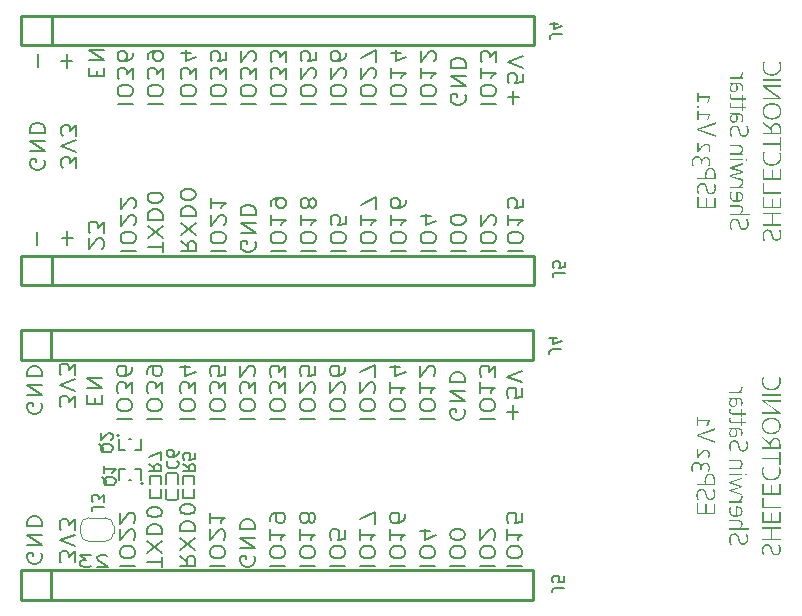
<source format=gbo>
G04 #@! TF.GenerationSoftware,KiCad,Pcbnew,7.0.9*
G04 #@! TF.CreationDate,2024-10-07T22:18:26-04:00*
G04 #@! TF.ProjectId,ESP32_VP,45535033-325f-4565-902e-6b696361645f,rev?*
G04 #@! TF.SameCoordinates,Original*
G04 #@! TF.FileFunction,Legend,Bot*
G04 #@! TF.FilePolarity,Positive*
%FSLAX46Y46*%
G04 Gerber Fmt 4.6, Leading zero omitted, Abs format (unit mm)*
G04 Created by KiCad (PCBNEW 7.0.9) date 2024-10-07 22:18:26*
%MOMM*%
%LPD*%
G01*
G04 APERTURE LIST*
G04 Aperture macros list*
%AMFreePoly0*
4,1,19,0.500000,-0.750000,0.000000,-0.750000,0.000000,-0.744911,-0.071157,-0.744911,-0.207708,-0.704816,-0.327430,-0.627875,-0.420627,-0.520320,-0.479746,-0.390866,-0.500000,-0.250000,-0.500000,0.250000,-0.479746,0.390866,-0.420627,0.520320,-0.327430,0.627875,-0.207708,0.704816,-0.071157,0.744911,0.000000,0.744911,0.000000,0.750000,0.500000,0.750000,0.500000,-0.750000,0.500000,-0.750000,
$1*%
%AMFreePoly1*
4,1,19,0.000000,0.744911,0.071157,0.744911,0.207708,0.704816,0.327430,0.627875,0.420627,0.520320,0.479746,0.390866,0.500000,0.250000,0.500000,-0.250000,0.479746,-0.390866,0.420627,-0.520320,0.327430,-0.627875,0.207708,-0.704816,0.071157,-0.744911,0.000000,-0.744911,0.000000,-0.750000,-0.500000,-0.750000,-0.500000,0.750000,0.000000,0.750000,0.000000,0.744911,0.000000,0.744911,
$1*%
G04 Aperture macros list end*
%ADD10C,0.203200*%
%ADD11C,0.300000*%
%ADD12C,0.152400*%
%ADD13C,0.250000*%
%ADD14C,0.150000*%
%ADD15C,0.190000*%
%ADD16C,0.120000*%
%ADD17R,1.600000X1.600000*%
%ADD18C,1.600000*%
%ADD19O,2.000000X1.100000*%
%ADD20O,1.800000X1.200000*%
%ADD21C,1.350000*%
%ADD22O,1.900000X1.200000*%
%ADD23R,0.540000X0.570000*%
%ADD24R,0.540000X0.790000*%
%ADD25R,0.400000X0.510000*%
%ADD26FreePoly0,180.000000*%
%ADD27FreePoly1,180.000000*%
G04 APERTURE END LIST*
D10*
X70122428Y-92955773D02*
X70122428Y-92455773D01*
X69457190Y-92241487D02*
X69457190Y-92955773D01*
X69457190Y-92955773D02*
X70727190Y-92955773D01*
X70727190Y-92955773D02*
X70727190Y-92241487D01*
X69457190Y-91598630D02*
X70727190Y-91598630D01*
X70727190Y-91598630D02*
X69457190Y-90741487D01*
X69457190Y-90741487D02*
X70727190Y-90741487D01*
X75654790Y-107851258D02*
X75654790Y-106994116D01*
X74384790Y-107422687D02*
X75654790Y-107422687D01*
X75654790Y-106636973D02*
X74384790Y-105636973D01*
X75654790Y-105636973D02*
X74384790Y-106636973D01*
X74384790Y-105065545D02*
X75654790Y-105065545D01*
X75654790Y-105065545D02*
X75654790Y-104708402D01*
X75654790Y-104708402D02*
X75594314Y-104494116D01*
X75594314Y-104494116D02*
X75473362Y-104351259D01*
X75473362Y-104351259D02*
X75352409Y-104279830D01*
X75352409Y-104279830D02*
X75110505Y-104208402D01*
X75110505Y-104208402D02*
X74929076Y-104208402D01*
X74929076Y-104208402D02*
X74687171Y-104279830D01*
X74687171Y-104279830D02*
X74566219Y-104351259D01*
X74566219Y-104351259D02*
X74445267Y-104494116D01*
X74445267Y-104494116D02*
X74384790Y-104708402D01*
X74384790Y-104708402D02*
X74384790Y-105065545D01*
X75654790Y-103279830D02*
X75654790Y-103136973D01*
X75654790Y-103136973D02*
X75594314Y-102994116D01*
X75594314Y-102994116D02*
X75533838Y-102922688D01*
X75533838Y-102922688D02*
X75412886Y-102851259D01*
X75412886Y-102851259D02*
X75170981Y-102779830D01*
X75170981Y-102779830D02*
X74868600Y-102779830D01*
X74868600Y-102779830D02*
X74626695Y-102851259D01*
X74626695Y-102851259D02*
X74505743Y-102922688D01*
X74505743Y-102922688D02*
X74445267Y-102994116D01*
X74445267Y-102994116D02*
X74384790Y-103136973D01*
X74384790Y-103136973D02*
X74384790Y-103279830D01*
X74384790Y-103279830D02*
X74445267Y-103422688D01*
X74445267Y-103422688D02*
X74505743Y-103494116D01*
X74505743Y-103494116D02*
X74626695Y-103565545D01*
X74626695Y-103565545D02*
X74868600Y-103636973D01*
X74868600Y-103636973D02*
X75170981Y-103636973D01*
X75170981Y-103636973D02*
X75412886Y-103565545D01*
X75412886Y-103565545D02*
X75533838Y-103494116D01*
X75533838Y-103494116D02*
X75594314Y-103422688D01*
X75594314Y-103422688D02*
X75654790Y-103279830D01*
X94958790Y-95292573D02*
X96228790Y-95292573D01*
X96228790Y-94292572D02*
X96228790Y-94006858D01*
X96228790Y-94006858D02*
X96168314Y-93864001D01*
X96168314Y-93864001D02*
X96047362Y-93721144D01*
X96047362Y-93721144D02*
X95805457Y-93649715D01*
X95805457Y-93649715D02*
X95382124Y-93649715D01*
X95382124Y-93649715D02*
X95140219Y-93721144D01*
X95140219Y-93721144D02*
X95019267Y-93864001D01*
X95019267Y-93864001D02*
X94958790Y-94006858D01*
X94958790Y-94006858D02*
X94958790Y-94292572D01*
X94958790Y-94292572D02*
X95019267Y-94435430D01*
X95019267Y-94435430D02*
X95140219Y-94578287D01*
X95140219Y-94578287D02*
X95382124Y-94649715D01*
X95382124Y-94649715D02*
X95805457Y-94649715D01*
X95805457Y-94649715D02*
X96047362Y-94578287D01*
X96047362Y-94578287D02*
X96168314Y-94435430D01*
X96168314Y-94435430D02*
X96228790Y-94292572D01*
X94958790Y-92221143D02*
X94958790Y-93078286D01*
X94958790Y-92649715D02*
X96228790Y-92649715D01*
X96228790Y-92649715D02*
X96047362Y-92792572D01*
X96047362Y-92792572D02*
X95926409Y-92935429D01*
X95926409Y-92935429D02*
X95865933Y-93078286D01*
X95805457Y-90935430D02*
X94958790Y-90935430D01*
X96289267Y-91292572D02*
X95382124Y-91649715D01*
X95382124Y-91649715D02*
X95382124Y-90721144D01*
X82258790Y-95292573D02*
X83528790Y-95292573D01*
X83528790Y-94292572D02*
X83528790Y-94006858D01*
X83528790Y-94006858D02*
X83468314Y-93864001D01*
X83468314Y-93864001D02*
X83347362Y-93721144D01*
X83347362Y-93721144D02*
X83105457Y-93649715D01*
X83105457Y-93649715D02*
X82682124Y-93649715D01*
X82682124Y-93649715D02*
X82440219Y-93721144D01*
X82440219Y-93721144D02*
X82319267Y-93864001D01*
X82319267Y-93864001D02*
X82258790Y-94006858D01*
X82258790Y-94006858D02*
X82258790Y-94292572D01*
X82258790Y-94292572D02*
X82319267Y-94435430D01*
X82319267Y-94435430D02*
X82440219Y-94578287D01*
X82440219Y-94578287D02*
X82682124Y-94649715D01*
X82682124Y-94649715D02*
X83105457Y-94649715D01*
X83105457Y-94649715D02*
X83347362Y-94578287D01*
X83347362Y-94578287D02*
X83468314Y-94435430D01*
X83468314Y-94435430D02*
X83528790Y-94292572D01*
X83528790Y-93149715D02*
X83528790Y-92221143D01*
X83528790Y-92221143D02*
X83044981Y-92721143D01*
X83044981Y-92721143D02*
X83044981Y-92506858D01*
X83044981Y-92506858D02*
X82984505Y-92364001D01*
X82984505Y-92364001D02*
X82924028Y-92292572D01*
X82924028Y-92292572D02*
X82803076Y-92221143D01*
X82803076Y-92221143D02*
X82500695Y-92221143D01*
X82500695Y-92221143D02*
X82379743Y-92292572D01*
X82379743Y-92292572D02*
X82319267Y-92364001D01*
X82319267Y-92364001D02*
X82258790Y-92506858D01*
X82258790Y-92506858D02*
X82258790Y-92935429D01*
X82258790Y-92935429D02*
X82319267Y-93078286D01*
X82319267Y-93078286D02*
X82379743Y-93149715D01*
X83407838Y-91649715D02*
X83468314Y-91578287D01*
X83468314Y-91578287D02*
X83528790Y-91435430D01*
X83528790Y-91435430D02*
X83528790Y-91078287D01*
X83528790Y-91078287D02*
X83468314Y-90935430D01*
X83468314Y-90935430D02*
X83407838Y-90864001D01*
X83407838Y-90864001D02*
X83286886Y-90792572D01*
X83286886Y-90792572D02*
X83165933Y-90792572D01*
X83165933Y-90792572D02*
X82984505Y-90864001D01*
X82984505Y-90864001D02*
X82258790Y-91721144D01*
X82258790Y-91721144D02*
X82258790Y-90792572D01*
X101248314Y-94506858D02*
X101308790Y-94649716D01*
X101308790Y-94649716D02*
X101308790Y-94864001D01*
X101308790Y-94864001D02*
X101248314Y-95078287D01*
X101248314Y-95078287D02*
X101127362Y-95221144D01*
X101127362Y-95221144D02*
X101006409Y-95292573D01*
X101006409Y-95292573D02*
X100764505Y-95364001D01*
X100764505Y-95364001D02*
X100583076Y-95364001D01*
X100583076Y-95364001D02*
X100341171Y-95292573D01*
X100341171Y-95292573D02*
X100220219Y-95221144D01*
X100220219Y-95221144D02*
X100099267Y-95078287D01*
X100099267Y-95078287D02*
X100038790Y-94864001D01*
X100038790Y-94864001D02*
X100038790Y-94721144D01*
X100038790Y-94721144D02*
X100099267Y-94506858D01*
X100099267Y-94506858D02*
X100159743Y-94435430D01*
X100159743Y-94435430D02*
X100583076Y-94435430D01*
X100583076Y-94435430D02*
X100583076Y-94721144D01*
X100038790Y-93792573D02*
X101308790Y-93792573D01*
X101308790Y-93792573D02*
X100038790Y-92935430D01*
X100038790Y-92935430D02*
X101308790Y-92935430D01*
X100038790Y-92221144D02*
X101308790Y-92221144D01*
X101308790Y-92221144D02*
X101308790Y-91864001D01*
X101308790Y-91864001D02*
X101248314Y-91649715D01*
X101248314Y-91649715D02*
X101127362Y-91506858D01*
X101127362Y-91506858D02*
X101006409Y-91435429D01*
X101006409Y-91435429D02*
X100764505Y-91364001D01*
X100764505Y-91364001D02*
X100583076Y-91364001D01*
X100583076Y-91364001D02*
X100341171Y-91435429D01*
X100341171Y-91435429D02*
X100220219Y-91506858D01*
X100220219Y-91506858D02*
X100099267Y-91649715D01*
X100099267Y-91649715D02*
X100038790Y-91864001D01*
X100038790Y-91864001D02*
X100038790Y-92221144D01*
X67604200Y-107205173D02*
X67604200Y-106062316D01*
X67120390Y-106633744D02*
X68088009Y-106633744D01*
X92418790Y-95292573D02*
X93688790Y-95292573D01*
X93688790Y-94292572D02*
X93688790Y-94006858D01*
X93688790Y-94006858D02*
X93628314Y-93864001D01*
X93628314Y-93864001D02*
X93507362Y-93721144D01*
X93507362Y-93721144D02*
X93265457Y-93649715D01*
X93265457Y-93649715D02*
X92842124Y-93649715D01*
X92842124Y-93649715D02*
X92600219Y-93721144D01*
X92600219Y-93721144D02*
X92479267Y-93864001D01*
X92479267Y-93864001D02*
X92418790Y-94006858D01*
X92418790Y-94006858D02*
X92418790Y-94292572D01*
X92418790Y-94292572D02*
X92479267Y-94435430D01*
X92479267Y-94435430D02*
X92600219Y-94578287D01*
X92600219Y-94578287D02*
X92842124Y-94649715D01*
X92842124Y-94649715D02*
X93265457Y-94649715D01*
X93265457Y-94649715D02*
X93507362Y-94578287D01*
X93507362Y-94578287D02*
X93628314Y-94435430D01*
X93628314Y-94435430D02*
X93688790Y-94292572D01*
X93567838Y-93078286D02*
X93628314Y-93006858D01*
X93628314Y-93006858D02*
X93688790Y-92864001D01*
X93688790Y-92864001D02*
X93688790Y-92506858D01*
X93688790Y-92506858D02*
X93628314Y-92364001D01*
X93628314Y-92364001D02*
X93567838Y-92292572D01*
X93567838Y-92292572D02*
X93446886Y-92221143D01*
X93446886Y-92221143D02*
X93325933Y-92221143D01*
X93325933Y-92221143D02*
X93144505Y-92292572D01*
X93144505Y-92292572D02*
X92418790Y-93149715D01*
X92418790Y-93149715D02*
X92418790Y-92221143D01*
X93688790Y-91721144D02*
X93688790Y-90721144D01*
X93688790Y-90721144D02*
X92418790Y-91364001D01*
X87338790Y-107738573D02*
X88608790Y-107738573D01*
X88608790Y-106738572D02*
X88608790Y-106452858D01*
X88608790Y-106452858D02*
X88548314Y-106310001D01*
X88548314Y-106310001D02*
X88427362Y-106167144D01*
X88427362Y-106167144D02*
X88185457Y-106095715D01*
X88185457Y-106095715D02*
X87762124Y-106095715D01*
X87762124Y-106095715D02*
X87520219Y-106167144D01*
X87520219Y-106167144D02*
X87399267Y-106310001D01*
X87399267Y-106310001D02*
X87338790Y-106452858D01*
X87338790Y-106452858D02*
X87338790Y-106738572D01*
X87338790Y-106738572D02*
X87399267Y-106881430D01*
X87399267Y-106881430D02*
X87520219Y-107024287D01*
X87520219Y-107024287D02*
X87762124Y-107095715D01*
X87762124Y-107095715D02*
X88185457Y-107095715D01*
X88185457Y-107095715D02*
X88427362Y-107024287D01*
X88427362Y-107024287D02*
X88548314Y-106881430D01*
X88548314Y-106881430D02*
X88608790Y-106738572D01*
X87338790Y-104667143D02*
X87338790Y-105524286D01*
X87338790Y-105095715D02*
X88608790Y-105095715D01*
X88608790Y-105095715D02*
X88427362Y-105238572D01*
X88427362Y-105238572D02*
X88306409Y-105381429D01*
X88306409Y-105381429D02*
X88245933Y-105524286D01*
X88064505Y-103810001D02*
X88124981Y-103952858D01*
X88124981Y-103952858D02*
X88185457Y-104024287D01*
X88185457Y-104024287D02*
X88306409Y-104095715D01*
X88306409Y-104095715D02*
X88366886Y-104095715D01*
X88366886Y-104095715D02*
X88487838Y-104024287D01*
X88487838Y-104024287D02*
X88548314Y-103952858D01*
X88548314Y-103952858D02*
X88608790Y-103810001D01*
X88608790Y-103810001D02*
X88608790Y-103524287D01*
X88608790Y-103524287D02*
X88548314Y-103381430D01*
X88548314Y-103381430D02*
X88487838Y-103310001D01*
X88487838Y-103310001D02*
X88366886Y-103238572D01*
X88366886Y-103238572D02*
X88306409Y-103238572D01*
X88306409Y-103238572D02*
X88185457Y-103310001D01*
X88185457Y-103310001D02*
X88124981Y-103381430D01*
X88124981Y-103381430D02*
X88064505Y-103524287D01*
X88064505Y-103524287D02*
X88064505Y-103810001D01*
X88064505Y-103810001D02*
X88004028Y-103952858D01*
X88004028Y-103952858D02*
X87943552Y-104024287D01*
X87943552Y-104024287D02*
X87822600Y-104095715D01*
X87822600Y-104095715D02*
X87580695Y-104095715D01*
X87580695Y-104095715D02*
X87459743Y-104024287D01*
X87459743Y-104024287D02*
X87399267Y-103952858D01*
X87399267Y-103952858D02*
X87338790Y-103810001D01*
X87338790Y-103810001D02*
X87338790Y-103524287D01*
X87338790Y-103524287D02*
X87399267Y-103381430D01*
X87399267Y-103381430D02*
X87459743Y-103310001D01*
X87459743Y-103310001D02*
X87580695Y-103238572D01*
X87580695Y-103238572D02*
X87822600Y-103238572D01*
X87822600Y-103238572D02*
X87943552Y-103310001D01*
X87943552Y-103310001D02*
X88004028Y-103381430D01*
X88004028Y-103381430D02*
X88064505Y-103524287D01*
X94958790Y-107738573D02*
X96228790Y-107738573D01*
X96228790Y-106738572D02*
X96228790Y-106452858D01*
X96228790Y-106452858D02*
X96168314Y-106310001D01*
X96168314Y-106310001D02*
X96047362Y-106167144D01*
X96047362Y-106167144D02*
X95805457Y-106095715D01*
X95805457Y-106095715D02*
X95382124Y-106095715D01*
X95382124Y-106095715D02*
X95140219Y-106167144D01*
X95140219Y-106167144D02*
X95019267Y-106310001D01*
X95019267Y-106310001D02*
X94958790Y-106452858D01*
X94958790Y-106452858D02*
X94958790Y-106738572D01*
X94958790Y-106738572D02*
X95019267Y-106881430D01*
X95019267Y-106881430D02*
X95140219Y-107024287D01*
X95140219Y-107024287D02*
X95382124Y-107095715D01*
X95382124Y-107095715D02*
X95805457Y-107095715D01*
X95805457Y-107095715D02*
X96047362Y-107024287D01*
X96047362Y-107024287D02*
X96168314Y-106881430D01*
X96168314Y-106881430D02*
X96228790Y-106738572D01*
X94958790Y-104667143D02*
X94958790Y-105524286D01*
X94958790Y-105095715D02*
X96228790Y-105095715D01*
X96228790Y-105095715D02*
X96047362Y-105238572D01*
X96047362Y-105238572D02*
X95926409Y-105381429D01*
X95926409Y-105381429D02*
X95865933Y-105524286D01*
X96228790Y-103381430D02*
X96228790Y-103667144D01*
X96228790Y-103667144D02*
X96168314Y-103810001D01*
X96168314Y-103810001D02*
X96107838Y-103881430D01*
X96107838Y-103881430D02*
X95926409Y-104024287D01*
X95926409Y-104024287D02*
X95684505Y-104095715D01*
X95684505Y-104095715D02*
X95200695Y-104095715D01*
X95200695Y-104095715D02*
X95079743Y-104024287D01*
X95079743Y-104024287D02*
X95019267Y-103952858D01*
X95019267Y-103952858D02*
X94958790Y-103810001D01*
X94958790Y-103810001D02*
X94958790Y-103524287D01*
X94958790Y-103524287D02*
X95019267Y-103381430D01*
X95019267Y-103381430D02*
X95079743Y-103310001D01*
X95079743Y-103310001D02*
X95200695Y-103238572D01*
X95200695Y-103238572D02*
X95503076Y-103238572D01*
X95503076Y-103238572D02*
X95624028Y-103310001D01*
X95624028Y-103310001D02*
X95684505Y-103381430D01*
X95684505Y-103381430D02*
X95744981Y-103524287D01*
X95744981Y-103524287D02*
X95744981Y-103810001D01*
X95744981Y-103810001D02*
X95684505Y-103952858D01*
X95684505Y-103952858D02*
X95624028Y-104024287D01*
X95624028Y-104024287D02*
X95503076Y-104095715D01*
X104864790Y-107738573D02*
X106134790Y-107738573D01*
X106134790Y-106738572D02*
X106134790Y-106452858D01*
X106134790Y-106452858D02*
X106074314Y-106310001D01*
X106074314Y-106310001D02*
X105953362Y-106167144D01*
X105953362Y-106167144D02*
X105711457Y-106095715D01*
X105711457Y-106095715D02*
X105288124Y-106095715D01*
X105288124Y-106095715D02*
X105046219Y-106167144D01*
X105046219Y-106167144D02*
X104925267Y-106310001D01*
X104925267Y-106310001D02*
X104864790Y-106452858D01*
X104864790Y-106452858D02*
X104864790Y-106738572D01*
X104864790Y-106738572D02*
X104925267Y-106881430D01*
X104925267Y-106881430D02*
X105046219Y-107024287D01*
X105046219Y-107024287D02*
X105288124Y-107095715D01*
X105288124Y-107095715D02*
X105711457Y-107095715D01*
X105711457Y-107095715D02*
X105953362Y-107024287D01*
X105953362Y-107024287D02*
X106074314Y-106881430D01*
X106074314Y-106881430D02*
X106134790Y-106738572D01*
X104864790Y-104667143D02*
X104864790Y-105524286D01*
X104864790Y-105095715D02*
X106134790Y-105095715D01*
X106134790Y-105095715D02*
X105953362Y-105238572D01*
X105953362Y-105238572D02*
X105832409Y-105381429D01*
X105832409Y-105381429D02*
X105771933Y-105524286D01*
X106134790Y-103310001D02*
X106134790Y-104024287D01*
X106134790Y-104024287D02*
X105530028Y-104095715D01*
X105530028Y-104095715D02*
X105590505Y-104024287D01*
X105590505Y-104024287D02*
X105650981Y-103881430D01*
X105650981Y-103881430D02*
X105650981Y-103524287D01*
X105650981Y-103524287D02*
X105590505Y-103381430D01*
X105590505Y-103381430D02*
X105530028Y-103310001D01*
X105530028Y-103310001D02*
X105409076Y-103238572D01*
X105409076Y-103238572D02*
X105106695Y-103238572D01*
X105106695Y-103238572D02*
X104985743Y-103310001D01*
X104985743Y-103310001D02*
X104925267Y-103381430D01*
X104925267Y-103381430D02*
X104864790Y-103524287D01*
X104864790Y-103524287D02*
X104864790Y-103881430D01*
X104864790Y-103881430D02*
X104925267Y-104024287D01*
X104925267Y-104024287D02*
X104985743Y-104095715D01*
X77178790Y-106881430D02*
X77783552Y-107381430D01*
X77178790Y-107738573D02*
X78448790Y-107738573D01*
X78448790Y-107738573D02*
X78448790Y-107167144D01*
X78448790Y-107167144D02*
X78388314Y-107024287D01*
X78388314Y-107024287D02*
X78327838Y-106952858D01*
X78327838Y-106952858D02*
X78206886Y-106881430D01*
X78206886Y-106881430D02*
X78025457Y-106881430D01*
X78025457Y-106881430D02*
X77904505Y-106952858D01*
X77904505Y-106952858D02*
X77844028Y-107024287D01*
X77844028Y-107024287D02*
X77783552Y-107167144D01*
X77783552Y-107167144D02*
X77783552Y-107738573D01*
X78448790Y-106381430D02*
X77178790Y-105381430D01*
X78448790Y-105381430D02*
X77178790Y-106381430D01*
X77178790Y-104810002D02*
X78448790Y-104810002D01*
X78448790Y-104810002D02*
X78448790Y-104452859D01*
X78448790Y-104452859D02*
X78388314Y-104238573D01*
X78388314Y-104238573D02*
X78267362Y-104095716D01*
X78267362Y-104095716D02*
X78146409Y-104024287D01*
X78146409Y-104024287D02*
X77904505Y-103952859D01*
X77904505Y-103952859D02*
X77723076Y-103952859D01*
X77723076Y-103952859D02*
X77481171Y-104024287D01*
X77481171Y-104024287D02*
X77360219Y-104095716D01*
X77360219Y-104095716D02*
X77239267Y-104238573D01*
X77239267Y-104238573D02*
X77178790Y-104452859D01*
X77178790Y-104452859D02*
X77178790Y-104810002D01*
X78448790Y-103024287D02*
X78448790Y-102881430D01*
X78448790Y-102881430D02*
X78388314Y-102738573D01*
X78388314Y-102738573D02*
X78327838Y-102667145D01*
X78327838Y-102667145D02*
X78206886Y-102595716D01*
X78206886Y-102595716D02*
X77964981Y-102524287D01*
X77964981Y-102524287D02*
X77662600Y-102524287D01*
X77662600Y-102524287D02*
X77420695Y-102595716D01*
X77420695Y-102595716D02*
X77299743Y-102667145D01*
X77299743Y-102667145D02*
X77239267Y-102738573D01*
X77239267Y-102738573D02*
X77178790Y-102881430D01*
X77178790Y-102881430D02*
X77178790Y-103024287D01*
X77178790Y-103024287D02*
X77239267Y-103167145D01*
X77239267Y-103167145D02*
X77299743Y-103238573D01*
X77299743Y-103238573D02*
X77420695Y-103310002D01*
X77420695Y-103310002D02*
X77662600Y-103381430D01*
X77662600Y-103381430D02*
X77964981Y-103381430D01*
X77964981Y-103381430D02*
X78206886Y-103310002D01*
X78206886Y-103310002D02*
X78327838Y-103238573D01*
X78327838Y-103238573D02*
X78388314Y-103167145D01*
X78388314Y-103167145D02*
X78448790Y-103024287D01*
X102578790Y-95292573D02*
X103848790Y-95292573D01*
X103848790Y-94292572D02*
X103848790Y-94006858D01*
X103848790Y-94006858D02*
X103788314Y-93864001D01*
X103788314Y-93864001D02*
X103667362Y-93721144D01*
X103667362Y-93721144D02*
X103425457Y-93649715D01*
X103425457Y-93649715D02*
X103002124Y-93649715D01*
X103002124Y-93649715D02*
X102760219Y-93721144D01*
X102760219Y-93721144D02*
X102639267Y-93864001D01*
X102639267Y-93864001D02*
X102578790Y-94006858D01*
X102578790Y-94006858D02*
X102578790Y-94292572D01*
X102578790Y-94292572D02*
X102639267Y-94435430D01*
X102639267Y-94435430D02*
X102760219Y-94578287D01*
X102760219Y-94578287D02*
X103002124Y-94649715D01*
X103002124Y-94649715D02*
X103425457Y-94649715D01*
X103425457Y-94649715D02*
X103667362Y-94578287D01*
X103667362Y-94578287D02*
X103788314Y-94435430D01*
X103788314Y-94435430D02*
X103848790Y-94292572D01*
X102578790Y-92221143D02*
X102578790Y-93078286D01*
X102578790Y-92649715D02*
X103848790Y-92649715D01*
X103848790Y-92649715D02*
X103667362Y-92792572D01*
X103667362Y-92792572D02*
X103546409Y-92935429D01*
X103546409Y-92935429D02*
X103485933Y-93078286D01*
X103848790Y-91721144D02*
X103848790Y-90792572D01*
X103848790Y-90792572D02*
X103364981Y-91292572D01*
X103364981Y-91292572D02*
X103364981Y-91078287D01*
X103364981Y-91078287D02*
X103304505Y-90935430D01*
X103304505Y-90935430D02*
X103244028Y-90864001D01*
X103244028Y-90864001D02*
X103123076Y-90792572D01*
X103123076Y-90792572D02*
X102820695Y-90792572D01*
X102820695Y-90792572D02*
X102699743Y-90864001D01*
X102699743Y-90864001D02*
X102639267Y-90935430D01*
X102639267Y-90935430D02*
X102578790Y-91078287D01*
X102578790Y-91078287D02*
X102578790Y-91506858D01*
X102578790Y-91506858D02*
X102639267Y-91649715D01*
X102639267Y-91649715D02*
X102699743Y-91721144D01*
X74384790Y-95292573D02*
X75654790Y-95292573D01*
X75654790Y-94292572D02*
X75654790Y-94006858D01*
X75654790Y-94006858D02*
X75594314Y-93864001D01*
X75594314Y-93864001D02*
X75473362Y-93721144D01*
X75473362Y-93721144D02*
X75231457Y-93649715D01*
X75231457Y-93649715D02*
X74808124Y-93649715D01*
X74808124Y-93649715D02*
X74566219Y-93721144D01*
X74566219Y-93721144D02*
X74445267Y-93864001D01*
X74445267Y-93864001D02*
X74384790Y-94006858D01*
X74384790Y-94006858D02*
X74384790Y-94292572D01*
X74384790Y-94292572D02*
X74445267Y-94435430D01*
X74445267Y-94435430D02*
X74566219Y-94578287D01*
X74566219Y-94578287D02*
X74808124Y-94649715D01*
X74808124Y-94649715D02*
X75231457Y-94649715D01*
X75231457Y-94649715D02*
X75473362Y-94578287D01*
X75473362Y-94578287D02*
X75594314Y-94435430D01*
X75594314Y-94435430D02*
X75654790Y-94292572D01*
X75654790Y-93149715D02*
X75654790Y-92221143D01*
X75654790Y-92221143D02*
X75170981Y-92721143D01*
X75170981Y-92721143D02*
X75170981Y-92506858D01*
X75170981Y-92506858D02*
X75110505Y-92364001D01*
X75110505Y-92364001D02*
X75050028Y-92292572D01*
X75050028Y-92292572D02*
X74929076Y-92221143D01*
X74929076Y-92221143D02*
X74626695Y-92221143D01*
X74626695Y-92221143D02*
X74505743Y-92292572D01*
X74505743Y-92292572D02*
X74445267Y-92364001D01*
X74445267Y-92364001D02*
X74384790Y-92506858D01*
X74384790Y-92506858D02*
X74384790Y-92935429D01*
X74384790Y-92935429D02*
X74445267Y-93078286D01*
X74445267Y-93078286D02*
X74505743Y-93149715D01*
X74384790Y-91506858D02*
X74384790Y-91221144D01*
X74384790Y-91221144D02*
X74445267Y-91078287D01*
X74445267Y-91078287D02*
X74505743Y-91006858D01*
X74505743Y-91006858D02*
X74687171Y-90864001D01*
X74687171Y-90864001D02*
X74929076Y-90792572D01*
X74929076Y-90792572D02*
X75412886Y-90792572D01*
X75412886Y-90792572D02*
X75533838Y-90864001D01*
X75533838Y-90864001D02*
X75594314Y-90935430D01*
X75594314Y-90935430D02*
X75654790Y-91078287D01*
X75654790Y-91078287D02*
X75654790Y-91364001D01*
X75654790Y-91364001D02*
X75594314Y-91506858D01*
X75594314Y-91506858D02*
X75533838Y-91578287D01*
X75533838Y-91578287D02*
X75412886Y-91649715D01*
X75412886Y-91649715D02*
X75110505Y-91649715D01*
X75110505Y-91649715D02*
X74989552Y-91578287D01*
X74989552Y-91578287D02*
X74929076Y-91506858D01*
X74929076Y-91506858D02*
X74868600Y-91364001D01*
X74868600Y-91364001D02*
X74868600Y-91078287D01*
X74868600Y-91078287D02*
X74929076Y-90935430D01*
X74929076Y-90935430D02*
X74989552Y-90864001D01*
X74989552Y-90864001D02*
X75110505Y-90792572D01*
X65115000Y-92193773D02*
X65115000Y-91050916D01*
D11*
G36*
X126539322Y-106857901D02*
G01*
X126678844Y-106857901D01*
X126670569Y-106843625D01*
X126662527Y-106828471D01*
X126654719Y-106812437D01*
X126647146Y-106795524D01*
X126639806Y-106777733D01*
X126632700Y-106759062D01*
X126625828Y-106739513D01*
X126619189Y-106719084D01*
X126612785Y-106697777D01*
X126606615Y-106675590D01*
X126602631Y-106660311D01*
X126597010Y-106637399D01*
X126591942Y-106615239D01*
X126587427Y-106593830D01*
X126583464Y-106573172D01*
X126580055Y-106553266D01*
X126577198Y-106534111D01*
X126574895Y-106515708D01*
X126573144Y-106498055D01*
X126571946Y-106481155D01*
X126571301Y-106465005D01*
X126571178Y-106454656D01*
X126571462Y-106430013D01*
X126572312Y-106406084D01*
X126573730Y-106382871D01*
X126575715Y-106360373D01*
X126578266Y-106338589D01*
X126581385Y-106317521D01*
X126585071Y-106297169D01*
X126589324Y-106277531D01*
X126594144Y-106258608D01*
X126599531Y-106240401D01*
X126605485Y-106222909D01*
X126612007Y-106206131D01*
X126619095Y-106190069D01*
X126626750Y-106174722D01*
X126634973Y-106160091D01*
X126643762Y-106146174D01*
X126653287Y-106133038D01*
X126669081Y-106114924D01*
X126686683Y-106098717D01*
X126706091Y-106084416D01*
X126720035Y-106075942D01*
X126734782Y-106068315D01*
X126750332Y-106061535D01*
X126766685Y-106055603D01*
X126783842Y-106050519D01*
X126801802Y-106046281D01*
X126820566Y-106042892D01*
X126840133Y-106040349D01*
X126860503Y-106038654D01*
X126881676Y-106037807D01*
X126892564Y-106037701D01*
X126908774Y-106038020D01*
X126929538Y-106039438D01*
X126949332Y-106041989D01*
X126968155Y-106045675D01*
X126986008Y-106050495D01*
X127002891Y-106056450D01*
X127018803Y-106063538D01*
X127033745Y-106071760D01*
X127037329Y-106073993D01*
X127051298Y-106083400D01*
X127064573Y-106093676D01*
X127077156Y-106104822D01*
X127089045Y-106116838D01*
X127100242Y-106129723D01*
X127110745Y-106143477D01*
X127120555Y-106158101D01*
X127129672Y-106173595D01*
X127138613Y-106191161D01*
X127145542Y-106206486D01*
X127152662Y-106223654D01*
X127159974Y-106242664D01*
X127167477Y-106263518D01*
X127175171Y-106286215D01*
X127180407Y-106302370D01*
X127185728Y-106319344D01*
X127191134Y-106337137D01*
X127196625Y-106355749D01*
X127202201Y-106375181D01*
X127207862Y-106395431D01*
X127210725Y-106405864D01*
X127215461Y-106424191D01*
X127220195Y-106442074D01*
X127224925Y-106459513D01*
X127229652Y-106476507D01*
X127234376Y-106493057D01*
X127239097Y-106509164D01*
X127243814Y-106524826D01*
X127250885Y-106547486D01*
X127257948Y-106569146D01*
X127265005Y-106589808D01*
X127272054Y-106609469D01*
X127279096Y-106628132D01*
X127286131Y-106645794D01*
X127293542Y-106662713D01*
X127301711Y-106679142D01*
X127310639Y-106695083D01*
X127320325Y-106710534D01*
X127330770Y-106725496D01*
X127341973Y-106739969D01*
X127353934Y-106753953D01*
X127366654Y-106767448D01*
X127380133Y-106780454D01*
X127394370Y-106792971D01*
X127404282Y-106801044D01*
X127419961Y-106812430D01*
X127436605Y-106822696D01*
X127454212Y-106831842D01*
X127472783Y-106839869D01*
X127492319Y-106846775D01*
X127512818Y-106852561D01*
X127534281Y-106857228D01*
X127556709Y-106860774D01*
X127580100Y-106863201D01*
X127596230Y-106864196D01*
X127612788Y-106864694D01*
X127621228Y-106864756D01*
X127645322Y-106864207D01*
X127668811Y-106862557D01*
X127691695Y-106859809D01*
X127713974Y-106855961D01*
X127735649Y-106851013D01*
X127756718Y-106844966D01*
X127777183Y-106837819D01*
X127797043Y-106829573D01*
X127816298Y-106820228D01*
X127834948Y-106809783D01*
X127852993Y-106798238D01*
X127870433Y-106785594D01*
X127887269Y-106771851D01*
X127903499Y-106757008D01*
X127919125Y-106741066D01*
X127934146Y-106724024D01*
X127948453Y-106706100D01*
X127961838Y-106687511D01*
X127974299Y-106668258D01*
X127985837Y-106648340D01*
X127996452Y-106627757D01*
X128006144Y-106606509D01*
X128014913Y-106584597D01*
X128022759Y-106562020D01*
X128029682Y-106538779D01*
X128035682Y-106514872D01*
X128040759Y-106490301D01*
X128044912Y-106465065D01*
X128048143Y-106439164D01*
X128050451Y-106412599D01*
X128051835Y-106385369D01*
X128052297Y-106357474D01*
X128052130Y-106339103D01*
X128051629Y-106320785D01*
X128050794Y-106302521D01*
X128049625Y-106284310D01*
X128048123Y-106266153D01*
X128046286Y-106248050D01*
X128044115Y-106230000D01*
X128041611Y-106212004D01*
X128038772Y-106194061D01*
X128035600Y-106176172D01*
X128032094Y-106158336D01*
X128028253Y-106140554D01*
X128024079Y-106122825D01*
X128019571Y-106105150D01*
X128014729Y-106087529D01*
X128009553Y-106069961D01*
X128002902Y-106052311D01*
X127996054Y-106034897D01*
X127989009Y-106017720D01*
X127981767Y-106000779D01*
X127974328Y-105984074D01*
X127966692Y-105967606D01*
X127963583Y-105961084D01*
X127826480Y-105961084D01*
X127833856Y-105977079D01*
X127840864Y-105992401D01*
X127849635Y-106011781D01*
X127857750Y-106029965D01*
X127865210Y-106046952D01*
X127872015Y-106062742D01*
X127879599Y-106080795D01*
X127886160Y-106096978D01*
X127892090Y-106112602D01*
X127897785Y-106129230D01*
X127903243Y-106146862D01*
X127908464Y-106165498D01*
X127912472Y-106181130D01*
X127916328Y-106197405D01*
X127920032Y-106214322D01*
X127923454Y-106231656D01*
X127926459Y-106249379D01*
X127929049Y-106267494D01*
X127931222Y-106285999D01*
X127932980Y-106304895D01*
X127934322Y-106324181D01*
X127935249Y-106343858D01*
X127935759Y-106363926D01*
X127935419Y-106387379D01*
X127934398Y-106410054D01*
X127932697Y-106431950D01*
X127930315Y-106453068D01*
X127927253Y-106473409D01*
X127923510Y-106492971D01*
X127919087Y-106511755D01*
X127913984Y-106529761D01*
X127908200Y-106546988D01*
X127901735Y-106563438D01*
X127894590Y-106579109D01*
X127886765Y-106594003D01*
X127878259Y-106608118D01*
X127869072Y-106621455D01*
X127854017Y-106640001D01*
X127848658Y-106645794D01*
X127831820Y-106662009D01*
X127813968Y-106676628D01*
X127795102Y-106689653D01*
X127775223Y-106701083D01*
X127754331Y-106710918D01*
X127732424Y-106719158D01*
X127709504Y-106725803D01*
X127693661Y-106729348D01*
X127677368Y-106732183D01*
X127660623Y-106734309D01*
X127643429Y-106735727D01*
X127625784Y-106736436D01*
X127616792Y-106736524D01*
X127600056Y-106736184D01*
X127578832Y-106734672D01*
X127558855Y-106731950D01*
X127540126Y-106728019D01*
X127522645Y-106722877D01*
X127506411Y-106716526D01*
X127491425Y-106708965D01*
X127477686Y-106700195D01*
X127474447Y-106697813D01*
X127458994Y-106684881D01*
X127447426Y-106673514D01*
X127436564Y-106661241D01*
X127426407Y-106648059D01*
X127416956Y-106633971D01*
X127408211Y-106618975D01*
X127400171Y-106603072D01*
X127394604Y-106590550D01*
X127387295Y-106572309D01*
X127381615Y-106557182D01*
X127375765Y-106540814D01*
X127369745Y-106523205D01*
X127363554Y-106504356D01*
X127357194Y-106484267D01*
X127350663Y-106462937D01*
X127343962Y-106440367D01*
X127339401Y-106424631D01*
X127334763Y-106408343D01*
X127330050Y-106391505D01*
X127327666Y-106382879D01*
X127322245Y-106363531D01*
X127316872Y-106344703D01*
X127311547Y-106326394D01*
X127306268Y-106308606D01*
X127301037Y-106291337D01*
X127295853Y-106274588D01*
X127290717Y-106258359D01*
X127285627Y-106242650D01*
X127278082Y-106220061D01*
X127270643Y-106198641D01*
X127263310Y-106178391D01*
X127256083Y-106159311D01*
X127248963Y-106141400D01*
X127246613Y-106135690D01*
X127239171Y-106118883D01*
X127230906Y-106102488D01*
X127221819Y-106086504D01*
X127211909Y-106070931D01*
X127201177Y-106055769D01*
X127189624Y-106041018D01*
X127177247Y-106026679D01*
X127164049Y-106012750D01*
X127150028Y-105999233D01*
X127135185Y-105986127D01*
X127124833Y-105977617D01*
X127108579Y-105965511D01*
X127091268Y-105954595D01*
X127072901Y-105944870D01*
X127053478Y-105936335D01*
X127032999Y-105928992D01*
X127011463Y-105922839D01*
X126988872Y-105917877D01*
X126965224Y-105914106D01*
X126948872Y-105912254D01*
X126932051Y-105910931D01*
X126914760Y-105910137D01*
X126897000Y-105909872D01*
X126871101Y-105910436D01*
X126845927Y-105912128D01*
X126821477Y-105914948D01*
X126797751Y-105918895D01*
X126774751Y-105923970D01*
X126752474Y-105930173D01*
X126730923Y-105937504D01*
X126710096Y-105945963D01*
X126689994Y-105955549D01*
X126670616Y-105966264D01*
X126651963Y-105978106D01*
X126634034Y-105991076D01*
X126616830Y-106005174D01*
X126600350Y-106020399D01*
X126584595Y-106036753D01*
X126569565Y-106054234D01*
X126555355Y-106072742D01*
X126542063Y-106092177D01*
X126529686Y-106112538D01*
X126518227Y-106133825D01*
X126507684Y-106156038D01*
X126498058Y-106179177D01*
X126489349Y-106203242D01*
X126481557Y-106228234D01*
X126474681Y-106254152D01*
X126468722Y-106280996D01*
X126463680Y-106308767D01*
X126459555Y-106337463D01*
X126456346Y-106367086D01*
X126454054Y-106397635D01*
X126452679Y-106429110D01*
X126452221Y-106461511D01*
X126452472Y-106481928D01*
X126453227Y-106502501D01*
X126454486Y-106523229D01*
X126456247Y-106544114D01*
X126458512Y-106565154D01*
X126461280Y-106586350D01*
X126464551Y-106607703D01*
X126468325Y-106629211D01*
X126472603Y-106650875D01*
X126477384Y-106672695D01*
X126480851Y-106687329D01*
X126486299Y-106708699D01*
X126491753Y-106728956D01*
X126497215Y-106748100D01*
X126502683Y-106766131D01*
X126508159Y-106783050D01*
X126513642Y-106798856D01*
X126520963Y-106818199D01*
X126528297Y-106835564D01*
X126535644Y-106850950D01*
X126539322Y-106857901D01*
G37*
G36*
X128026489Y-105591712D02*
G01*
X128026489Y-105466303D01*
X127329682Y-105466303D01*
X127329682Y-104611827D01*
X128026489Y-104611827D01*
X128026489Y-104486418D01*
X126478029Y-104486418D01*
X126478029Y-104611827D01*
X127213144Y-104611827D01*
X127213144Y-105466303D01*
X126478029Y-105466303D01*
X126478029Y-105591712D01*
X128026489Y-105591712D01*
G37*
G36*
X128026489Y-104114223D02*
G01*
X128026489Y-103224261D01*
X127909951Y-103224261D01*
X127909951Y-103988813D01*
X127329682Y-103988813D01*
X127329682Y-103289183D01*
X127213144Y-103289183D01*
X127213144Y-103988813D01*
X126594566Y-103988813D01*
X126594566Y-103180307D01*
X126478029Y-103180307D01*
X126478029Y-104114223D01*
X128026489Y-104114223D01*
G37*
G36*
X128026489Y-102875454D02*
G01*
X128026489Y-102750045D01*
X126594566Y-102750045D01*
X126594566Y-101981057D01*
X126478029Y-101981057D01*
X126478029Y-102875454D01*
X128026489Y-102875454D01*
G37*
G36*
X128026489Y-101709270D02*
G01*
X128026489Y-100819308D01*
X127909951Y-100819308D01*
X127909951Y-101583861D01*
X127329682Y-101583861D01*
X127329682Y-100884231D01*
X127213144Y-100884231D01*
X127213144Y-101583861D01*
X126594566Y-101583861D01*
X126594566Y-100775355D01*
X126478029Y-100775355D01*
X126478029Y-101709270D01*
X128026489Y-101709270D01*
G37*
G36*
X127238145Y-100517278D02*
G01*
X127268067Y-100516895D01*
X127297548Y-100515747D01*
X127326588Y-100513833D01*
X127355187Y-100511153D01*
X127383345Y-100507709D01*
X127411062Y-100503498D01*
X127438337Y-100498522D01*
X127465172Y-100492781D01*
X127491566Y-100486274D01*
X127517518Y-100479001D01*
X127543030Y-100470963D01*
X127568100Y-100462159D01*
X127592730Y-100452590D01*
X127616918Y-100442255D01*
X127640666Y-100431155D01*
X127663972Y-100419289D01*
X127686782Y-100406732D01*
X127708940Y-100393557D01*
X127730446Y-100379765D01*
X127751300Y-100365355D01*
X127771501Y-100350328D01*
X127791051Y-100334683D01*
X127809948Y-100318421D01*
X127828193Y-100301542D01*
X127845787Y-100284045D01*
X127862728Y-100265930D01*
X127879016Y-100247198D01*
X127894653Y-100227849D01*
X127909638Y-100207882D01*
X127923970Y-100187297D01*
X127937651Y-100166096D01*
X127950679Y-100144276D01*
X127962984Y-100121895D01*
X127974496Y-100099106D01*
X127985213Y-100075912D01*
X127995137Y-100052311D01*
X128004266Y-100028304D01*
X128012602Y-100003890D01*
X128020144Y-99979070D01*
X128026892Y-99953844D01*
X128032846Y-99928211D01*
X128038007Y-99902172D01*
X128042373Y-99875726D01*
X128045946Y-99848874D01*
X128048724Y-99821616D01*
X128050709Y-99793951D01*
X128051900Y-99765880D01*
X128052297Y-99737402D01*
X128052134Y-99719785D01*
X128051645Y-99702169D01*
X128050829Y-99684552D01*
X128049688Y-99666935D01*
X128048221Y-99649318D01*
X128046428Y-99631701D01*
X128044308Y-99614085D01*
X128041863Y-99596468D01*
X128039091Y-99578851D01*
X128035994Y-99561234D01*
X128033747Y-99549490D01*
X128030181Y-99532194D01*
X128026437Y-99515693D01*
X128022516Y-99499985D01*
X128017012Y-99480277D01*
X128011194Y-99461979D01*
X128005060Y-99445094D01*
X127998611Y-99429619D01*
X127990107Y-99412261D01*
X127986568Y-99405935D01*
X127865594Y-99405935D01*
X127873798Y-99429452D01*
X127881472Y-99452522D01*
X127888617Y-99475145D01*
X127895233Y-99497320D01*
X127901319Y-99519048D01*
X127906877Y-99540329D01*
X127911905Y-99561162D01*
X127916403Y-99581548D01*
X127920373Y-99601486D01*
X127923813Y-99620978D01*
X127926724Y-99640022D01*
X127929105Y-99658618D01*
X127930958Y-99676767D01*
X127932281Y-99694469D01*
X127933075Y-99711724D01*
X127933339Y-99728531D01*
X127933031Y-99751234D01*
X127932105Y-99773675D01*
X127930561Y-99795855D01*
X127928400Y-99817774D01*
X127925621Y-99839431D01*
X127922225Y-99860826D01*
X127918212Y-99881961D01*
X127913580Y-99902833D01*
X127908332Y-99923444D01*
X127902466Y-99943794D01*
X127895983Y-99963882D01*
X127888882Y-99983709D01*
X127881163Y-100003274D01*
X127872828Y-100022578D01*
X127863874Y-100041620D01*
X127854303Y-100060401D01*
X127844170Y-100078763D01*
X127833429Y-100096649D01*
X127822080Y-100114060D01*
X127810123Y-100130994D01*
X127797558Y-100147453D01*
X127784385Y-100163437D01*
X127770603Y-100178944D01*
X127756214Y-100193976D01*
X127741217Y-100208532D01*
X127725612Y-100222613D01*
X127709398Y-100236218D01*
X127692577Y-100249347D01*
X127675148Y-100262000D01*
X127657110Y-100274178D01*
X127638465Y-100285880D01*
X127619212Y-100297106D01*
X127599379Y-100307702D01*
X127578994Y-100317615D01*
X127558059Y-100326844D01*
X127536572Y-100335389D01*
X127514533Y-100343251D01*
X127491944Y-100350429D01*
X127468803Y-100356923D01*
X127445111Y-100362734D01*
X127420867Y-100367861D01*
X127396072Y-100372305D01*
X127370726Y-100376065D01*
X127344829Y-100379141D01*
X127318380Y-100381534D01*
X127291380Y-100383243D01*
X127263828Y-100384268D01*
X127235726Y-100384610D01*
X127215810Y-100384440D01*
X127196186Y-100383928D01*
X127176853Y-100383076D01*
X127157811Y-100381882D01*
X127139061Y-100380347D01*
X127120602Y-100378472D01*
X127102435Y-100376255D01*
X127084559Y-100373697D01*
X127066975Y-100370799D01*
X127049682Y-100367559D01*
X127032680Y-100363978D01*
X127015970Y-100360056D01*
X126999551Y-100355794D01*
X126983424Y-100351190D01*
X126967588Y-100346245D01*
X126952043Y-100340959D01*
X126936790Y-100335332D01*
X126907158Y-100323055D01*
X126878691Y-100309414D01*
X126851390Y-100294409D01*
X126825255Y-100278040D01*
X126800285Y-100260306D01*
X126776481Y-100241209D01*
X126753843Y-100220747D01*
X126742960Y-100210005D01*
X126722159Y-100187523D01*
X126702699Y-100163827D01*
X126684581Y-100138919D01*
X126667806Y-100112798D01*
X126652372Y-100085464D01*
X126638281Y-100056917D01*
X126625531Y-100027157D01*
X126619660Y-100011822D01*
X126614124Y-99996184D01*
X126608923Y-99980243D01*
X126604058Y-99963999D01*
X126599529Y-99947451D01*
X126595335Y-99930600D01*
X126591477Y-99913446D01*
X126587954Y-99895989D01*
X126584766Y-99878229D01*
X126581914Y-99860165D01*
X126579398Y-99841798D01*
X126577217Y-99823128D01*
X126575372Y-99804154D01*
X126573862Y-99784878D01*
X126572688Y-99765298D01*
X126571849Y-99745415D01*
X126571346Y-99725229D01*
X126571178Y-99704739D01*
X126571443Y-99685459D01*
X126572237Y-99666128D01*
X126573560Y-99646748D01*
X126575412Y-99627316D01*
X126577794Y-99607834D01*
X126580705Y-99588302D01*
X126584145Y-99568720D01*
X126588114Y-99549087D01*
X126592613Y-99529403D01*
X126597641Y-99509669D01*
X126603198Y-99489885D01*
X126609285Y-99470051D01*
X126615900Y-99450166D01*
X126623045Y-99430230D01*
X126630720Y-99410244D01*
X126638923Y-99390208D01*
X126518756Y-99390208D01*
X126510471Y-99406867D01*
X126502752Y-99424182D01*
X126495601Y-99442151D01*
X126489017Y-99460776D01*
X126483000Y-99480056D01*
X126477550Y-99499992D01*
X126472667Y-99520582D01*
X126469376Y-99536455D01*
X126468351Y-99541828D01*
X126465468Y-99557986D01*
X126462869Y-99574250D01*
X126460554Y-99590620D01*
X126458522Y-99607097D01*
X126456773Y-99623680D01*
X126455308Y-99640370D01*
X126454127Y-99657165D01*
X126453229Y-99674067D01*
X126452615Y-99691076D01*
X126452284Y-99708190D01*
X126452221Y-99719659D01*
X126452420Y-99743479D01*
X126453019Y-99766954D01*
X126454018Y-99790083D01*
X126455415Y-99812866D01*
X126457212Y-99835303D01*
X126459408Y-99857394D01*
X126462004Y-99879140D01*
X126464999Y-99900540D01*
X126468393Y-99921594D01*
X126472186Y-99942302D01*
X126476379Y-99962665D01*
X126480971Y-99982682D01*
X126485962Y-100002353D01*
X126491353Y-100021679D01*
X126497143Y-100040658D01*
X126503332Y-100059292D01*
X126509921Y-100077580D01*
X126516909Y-100095523D01*
X126524296Y-100113120D01*
X126532082Y-100130371D01*
X126540268Y-100147276D01*
X126548853Y-100163835D01*
X126557838Y-100180049D01*
X126567221Y-100195917D01*
X126577004Y-100211439D01*
X126587187Y-100226615D01*
X126597768Y-100241446D01*
X126608749Y-100255931D01*
X126620129Y-100270070D01*
X126631909Y-100283864D01*
X126644088Y-100297311D01*
X126656666Y-100310413D01*
X126669612Y-100323140D01*
X126682896Y-100335463D01*
X126696516Y-100347382D01*
X126710474Y-100358897D01*
X126724769Y-100370008D01*
X126739401Y-100380715D01*
X126754369Y-100391018D01*
X126769675Y-100400916D01*
X126785318Y-100410411D01*
X126801299Y-100419502D01*
X126817616Y-100428189D01*
X126834270Y-100436471D01*
X126851262Y-100444350D01*
X126868590Y-100451824D01*
X126886256Y-100458895D01*
X126904258Y-100465562D01*
X126922598Y-100471824D01*
X126941275Y-100477683D01*
X126960289Y-100483137D01*
X126979640Y-100488187D01*
X126999328Y-100492834D01*
X127019353Y-100497076D01*
X127039716Y-100500914D01*
X127060415Y-100504349D01*
X127081451Y-100507379D01*
X127102825Y-100510005D01*
X127124536Y-100512227D01*
X127146583Y-100514045D01*
X127168968Y-100515460D01*
X127191690Y-100516470D01*
X127214749Y-100517076D01*
X127238145Y-100517278D01*
G37*
G36*
X127907532Y-98721628D02*
G01*
X127907532Y-99244233D01*
X128026489Y-99244233D01*
X128026489Y-98070791D01*
X127907532Y-98070791D01*
X127907532Y-98595816D01*
X126478029Y-98595816D01*
X126478029Y-98721628D01*
X127907532Y-98721628D01*
G37*
G36*
X127155840Y-97336459D02*
G01*
X127156264Y-97323162D01*
X127158013Y-97299131D01*
X127160725Y-97275680D01*
X127164402Y-97252808D01*
X127169042Y-97230516D01*
X127174647Y-97208804D01*
X127181215Y-97187672D01*
X127188748Y-97167119D01*
X127197244Y-97147146D01*
X127206705Y-97127752D01*
X127217129Y-97108938D01*
X127228518Y-97090704D01*
X127240870Y-97073049D01*
X127254187Y-97055974D01*
X127268467Y-97039479D01*
X127283712Y-97023564D01*
X127299757Y-97008426D01*
X127316337Y-96994265D01*
X127333453Y-96981081D01*
X127351104Y-96968873D01*
X127369291Y-96957642D01*
X127388014Y-96947388D01*
X127407272Y-96938110D01*
X127427065Y-96929809D01*
X127447395Y-96922485D01*
X127468259Y-96916137D01*
X127489660Y-96910765D01*
X127511596Y-96906371D01*
X127534067Y-96902952D01*
X127557074Y-96900511D01*
X127580617Y-96899046D01*
X127604695Y-96898558D01*
X127625384Y-96898928D01*
X127645566Y-96900040D01*
X127665239Y-96901893D01*
X127684405Y-96904487D01*
X127703063Y-96907822D01*
X127721212Y-96911898D01*
X127738854Y-96916715D01*
X127755987Y-96922273D01*
X127772613Y-96928573D01*
X127788730Y-96935614D01*
X127804340Y-96943395D01*
X127819442Y-96951918D01*
X127834035Y-96961182D01*
X127848121Y-96971187D01*
X127861699Y-96981934D01*
X127874768Y-96993421D01*
X127887330Y-97005650D01*
X127899383Y-97018619D01*
X127910929Y-97032330D01*
X127921967Y-97046782D01*
X127932496Y-97061975D01*
X127942518Y-97077909D01*
X127952032Y-97094584D01*
X127961037Y-97112000D01*
X127969535Y-97130158D01*
X127977525Y-97149056D01*
X127985006Y-97168696D01*
X127991980Y-97189077D01*
X127998446Y-97210199D01*
X128004404Y-97232062D01*
X128009853Y-97254666D01*
X128014795Y-97278011D01*
X128016211Y-97288333D01*
X128018164Y-97304720D01*
X128019911Y-97322192D01*
X128021453Y-97340748D01*
X128022789Y-97360388D01*
X128023920Y-97381113D01*
X128024845Y-97402923D01*
X128025564Y-97425817D01*
X128026078Y-97449795D01*
X128026306Y-97466383D01*
X128026443Y-97483453D01*
X128026489Y-97501006D01*
X128026489Y-97846183D01*
X126478029Y-97846183D01*
X126478029Y-97720774D01*
X127135721Y-97720774D01*
X127252259Y-97720774D01*
X127909951Y-97720774D01*
X127909951Y-97512700D01*
X127909685Y-97483746D01*
X127908886Y-97455659D01*
X127907555Y-97428439D01*
X127905692Y-97402085D01*
X127903296Y-97376597D01*
X127900368Y-97351975D01*
X127896907Y-97328220D01*
X127892914Y-97305331D01*
X127888389Y-97283308D01*
X127883331Y-97262152D01*
X127877741Y-97241862D01*
X127871618Y-97222439D01*
X127864963Y-97203882D01*
X127857775Y-97186191D01*
X127850055Y-97169367D01*
X127841803Y-97153408D01*
X127832900Y-97138320D01*
X127823228Y-97124205D01*
X127812788Y-97111063D01*
X127801579Y-97098895D01*
X127789602Y-97087700D01*
X127776855Y-97077479D01*
X127763340Y-97068231D01*
X127749057Y-97059956D01*
X127734004Y-97052656D01*
X127718183Y-97046328D01*
X127701593Y-97040974D01*
X127684235Y-97036593D01*
X127666108Y-97033186D01*
X127647212Y-97030753D01*
X127627548Y-97029292D01*
X127607114Y-97028806D01*
X127583888Y-97029267D01*
X127561491Y-97030652D01*
X127539922Y-97032960D01*
X127519182Y-97036190D01*
X127499270Y-97040344D01*
X127480187Y-97045421D01*
X127461932Y-97051421D01*
X127444506Y-97058343D01*
X127427908Y-97066189D01*
X127412139Y-97074958D01*
X127397199Y-97084650D01*
X127383087Y-97095266D01*
X127369803Y-97106804D01*
X127357348Y-97119265D01*
X127345722Y-97132649D01*
X127334924Y-97146957D01*
X127324914Y-97162165D01*
X127315549Y-97178353D01*
X127306831Y-97195521D01*
X127298758Y-97213668D01*
X127291331Y-97232796D01*
X127284550Y-97252903D01*
X127278415Y-97273990D01*
X127272925Y-97296056D01*
X127268081Y-97319103D01*
X127263884Y-97343129D01*
X127260332Y-97368135D01*
X127257425Y-97394120D01*
X127255165Y-97421086D01*
X127253550Y-97449031D01*
X127252582Y-97477956D01*
X127252259Y-97507861D01*
X127252259Y-97720774D01*
X127135721Y-97720774D01*
X127135721Y-97481247D01*
X126478029Y-96951383D01*
X126478029Y-96796133D01*
X127155840Y-97336459D01*
G37*
G36*
X127279287Y-95199619D02*
G01*
X127307547Y-95200626D01*
X127335426Y-95202303D01*
X127362924Y-95204652D01*
X127390041Y-95207671D01*
X127416776Y-95211362D01*
X127443131Y-95215724D01*
X127469104Y-95220756D01*
X127494696Y-95226460D01*
X127519906Y-95232835D01*
X127544736Y-95239880D01*
X127569184Y-95247597D01*
X127593251Y-95255985D01*
X127616937Y-95265044D01*
X127640242Y-95274774D01*
X127663165Y-95285175D01*
X127685640Y-95296198D01*
X127707497Y-95307794D01*
X127728737Y-95319964D01*
X127749359Y-95332707D01*
X127769364Y-95346024D01*
X127788751Y-95359914D01*
X127807521Y-95374377D01*
X127825673Y-95389413D01*
X127843208Y-95405023D01*
X127860125Y-95421207D01*
X127876425Y-95437964D01*
X127892108Y-95455294D01*
X127907173Y-95473197D01*
X127921620Y-95491674D01*
X127935450Y-95510724D01*
X127948663Y-95530348D01*
X127961212Y-95550459D01*
X127972952Y-95570974D01*
X127983882Y-95591893D01*
X127994003Y-95613214D01*
X128003314Y-95634939D01*
X128011815Y-95657067D01*
X128019506Y-95679599D01*
X128026388Y-95702533D01*
X128032461Y-95725871D01*
X128037723Y-95749612D01*
X128042176Y-95773756D01*
X128045820Y-95798304D01*
X128048653Y-95823255D01*
X128050677Y-95848609D01*
X128051892Y-95874366D01*
X128052297Y-95900526D01*
X128051892Y-95925663D01*
X128050677Y-95950466D01*
X128048653Y-95974935D01*
X128045820Y-95999069D01*
X128042176Y-96022870D01*
X128037723Y-96046337D01*
X128032461Y-96069470D01*
X128026388Y-96092269D01*
X128019506Y-96114735D01*
X128011815Y-96136866D01*
X128003314Y-96158663D01*
X127994003Y-96180126D01*
X127983882Y-96201256D01*
X127972952Y-96222051D01*
X127961212Y-96242513D01*
X127948663Y-96262640D01*
X127935446Y-96282327D01*
X127921601Y-96301465D01*
X127907130Y-96320056D01*
X127892032Y-96338098D01*
X127876307Y-96355591D01*
X127859955Y-96372537D01*
X127842976Y-96388935D01*
X127825371Y-96404784D01*
X127807138Y-96420085D01*
X127788278Y-96434839D01*
X127768792Y-96449044D01*
X127748679Y-96462700D01*
X127727938Y-96475809D01*
X127706571Y-96488369D01*
X127684577Y-96500382D01*
X127661956Y-96511846D01*
X127638895Y-96522637D01*
X127615482Y-96532733D01*
X127591715Y-96542132D01*
X127567596Y-96550834D01*
X127543124Y-96558841D01*
X127518300Y-96566152D01*
X127493122Y-96572766D01*
X127467592Y-96578684D01*
X127441708Y-96583905D01*
X127415472Y-96588431D01*
X127388883Y-96592260D01*
X127361941Y-96595393D01*
X127334647Y-96597830D01*
X127306999Y-96599570D01*
X127278999Y-96600615D01*
X127250646Y-96600963D01*
X127222151Y-96600627D01*
X127194028Y-96599621D01*
X127166276Y-96597943D01*
X127138897Y-96595595D01*
X127111889Y-96592575D01*
X127085252Y-96588884D01*
X127058988Y-96584523D01*
X127033095Y-96579490D01*
X127007574Y-96573786D01*
X126982425Y-96567412D01*
X126957647Y-96560366D01*
X126933242Y-96552649D01*
X126909208Y-96544261D01*
X126885545Y-96535202D01*
X126862255Y-96525473D01*
X126839336Y-96515072D01*
X126816961Y-96504045D01*
X126795200Y-96492440D01*
X126774053Y-96480254D01*
X126753520Y-96467489D01*
X126733602Y-96454144D01*
X126714299Y-96440219D01*
X126695609Y-96425715D01*
X126677534Y-96410631D01*
X126660073Y-96394968D01*
X126643227Y-96378725D01*
X126626994Y-96361902D01*
X126611377Y-96344499D01*
X126596373Y-96326517D01*
X126581984Y-96307955D01*
X126568209Y-96288813D01*
X126555048Y-96269092D01*
X126542597Y-96248823D01*
X126530948Y-96228138D01*
X126520103Y-96207037D01*
X126510061Y-96185520D01*
X126500823Y-96163587D01*
X126492388Y-96141238D01*
X126484756Y-96118474D01*
X126477928Y-96095294D01*
X126471903Y-96071698D01*
X126466681Y-96047686D01*
X126462263Y-96023258D01*
X126458648Y-95998414D01*
X126455836Y-95973155D01*
X126453828Y-95947479D01*
X126452622Y-95921388D01*
X126452221Y-95894881D01*
X126568759Y-95894881D01*
X126569066Y-95914727D01*
X126569987Y-95934342D01*
X126571523Y-95953728D01*
X126573673Y-95972884D01*
X126576438Y-95991809D01*
X126579816Y-96010505D01*
X126583809Y-96028971D01*
X126588417Y-96047207D01*
X126593639Y-96065213D01*
X126599475Y-96082988D01*
X126605925Y-96100534D01*
X126612990Y-96117850D01*
X126620669Y-96134936D01*
X126628962Y-96151792D01*
X126637869Y-96168418D01*
X126647391Y-96184814D01*
X126657515Y-96200886D01*
X126668228Y-96216538D01*
X126679530Y-96231772D01*
X126691421Y-96246586D01*
X126703901Y-96260982D01*
X126716970Y-96274958D01*
X126730628Y-96288516D01*
X126744876Y-96301654D01*
X126759712Y-96314374D01*
X126775138Y-96326674D01*
X126791153Y-96338556D01*
X126807757Y-96350019D01*
X126824950Y-96361062D01*
X126842732Y-96371687D01*
X126861103Y-96381892D01*
X126880064Y-96391679D01*
X126899563Y-96400957D01*
X126919550Y-96409636D01*
X126940026Y-96417716D01*
X126960990Y-96425198D01*
X126982442Y-96432082D01*
X127004383Y-96438367D01*
X127026812Y-96444053D01*
X127049729Y-96449141D01*
X127073135Y-96453630D01*
X127097028Y-96457521D01*
X127121411Y-96460813D01*
X127146281Y-96463507D01*
X127171640Y-96465602D01*
X127197487Y-96467098D01*
X127223822Y-96467996D01*
X127250646Y-96468295D01*
X127277228Y-96467998D01*
X127303345Y-96467104D01*
X127328995Y-96465616D01*
X127354179Y-96463532D01*
X127378897Y-96460853D01*
X127403148Y-96457578D01*
X127426933Y-96453708D01*
X127450252Y-96449242D01*
X127473105Y-96444181D01*
X127495491Y-96438524D01*
X127517411Y-96432273D01*
X127538865Y-96425425D01*
X127559853Y-96417983D01*
X127580374Y-96409944D01*
X127600429Y-96401311D01*
X127620018Y-96392082D01*
X127639131Y-96382347D01*
X127657659Y-96372197D01*
X127675600Y-96361631D01*
X127692955Y-96350649D01*
X127709724Y-96339251D01*
X127725908Y-96327437D01*
X127741505Y-96315207D01*
X127756517Y-96302562D01*
X127770942Y-96289500D01*
X127784782Y-96276023D01*
X127798035Y-96262130D01*
X127810703Y-96247821D01*
X127822784Y-96233096D01*
X127834280Y-96217956D01*
X127845190Y-96202399D01*
X127855513Y-96186427D01*
X127865230Y-96170141D01*
X127874321Y-96153645D01*
X127882784Y-96136937D01*
X127890621Y-96120018D01*
X127897830Y-96102888D01*
X127904413Y-96085547D01*
X127910369Y-96067994D01*
X127915698Y-96050231D01*
X127920399Y-96032257D01*
X127924474Y-96014071D01*
X127927922Y-95995675D01*
X127930744Y-95977067D01*
X127932938Y-95958249D01*
X127934505Y-95939219D01*
X127935446Y-95919978D01*
X127935759Y-95900526D01*
X127935446Y-95880832D01*
X127934505Y-95861368D01*
X127932938Y-95842133D01*
X127930744Y-95823129D01*
X127927922Y-95804354D01*
X127924474Y-95785810D01*
X127920399Y-95767495D01*
X127915698Y-95749410D01*
X127910369Y-95731556D01*
X127904413Y-95713931D01*
X127897830Y-95696536D01*
X127890621Y-95679372D01*
X127882784Y-95662437D01*
X127874321Y-95645732D01*
X127865230Y-95629258D01*
X127855513Y-95613013D01*
X127845190Y-95597092D01*
X127834280Y-95581591D01*
X127822784Y-95566509D01*
X127810703Y-95551846D01*
X127798035Y-95537601D01*
X127784782Y-95523776D01*
X127770942Y-95510370D01*
X127756517Y-95497382D01*
X127741505Y-95484814D01*
X127725908Y-95472665D01*
X127709724Y-95460934D01*
X127692955Y-95449623D01*
X127675600Y-95438731D01*
X127657659Y-95428257D01*
X127639131Y-95418203D01*
X127620018Y-95408568D01*
X127600429Y-95399387D01*
X127580374Y-95390800D01*
X127559853Y-95382804D01*
X127538865Y-95375401D01*
X127517411Y-95368590D01*
X127495491Y-95362371D01*
X127473105Y-95356744D01*
X127450252Y-95351710D01*
X127426933Y-95347268D01*
X127403148Y-95343418D01*
X127378897Y-95340161D01*
X127354179Y-95337496D01*
X127328995Y-95335423D01*
X127303345Y-95333942D01*
X127277228Y-95333054D01*
X127250646Y-95332758D01*
X127223773Y-95333054D01*
X127197392Y-95333942D01*
X127171503Y-95335423D01*
X127146105Y-95337496D01*
X127121198Y-95340161D01*
X127096783Y-95343418D01*
X127072859Y-95347268D01*
X127049427Y-95351710D01*
X127026486Y-95356744D01*
X127004036Y-95362371D01*
X126982078Y-95368590D01*
X126960612Y-95375401D01*
X126939637Y-95382804D01*
X126919153Y-95390800D01*
X126899161Y-95399387D01*
X126879660Y-95408568D01*
X126860700Y-95418197D01*
X126842329Y-95428232D01*
X126824547Y-95438674D01*
X126807354Y-95449522D01*
X126790750Y-95460777D01*
X126774735Y-95472438D01*
X126759309Y-95484505D01*
X126744473Y-95496979D01*
X126730225Y-95509859D01*
X126716567Y-95523146D01*
X126703498Y-95536839D01*
X126691017Y-95550938D01*
X126679126Y-95565444D01*
X126667825Y-95580356D01*
X126657112Y-95595675D01*
X126646988Y-95611400D01*
X126637515Y-95627393D01*
X126628653Y-95643615D01*
X126620402Y-95660068D01*
X126612763Y-95676751D01*
X126605734Y-95693663D01*
X126599317Y-95710806D01*
X126593511Y-95728179D01*
X126588316Y-95745781D01*
X126583732Y-95763614D01*
X126579760Y-95781676D01*
X126576398Y-95799969D01*
X126573648Y-95818491D01*
X126571509Y-95837244D01*
X126569981Y-95856226D01*
X126569064Y-95875439D01*
X126568759Y-95894881D01*
X126452221Y-95894881D01*
X126452624Y-95870088D01*
X126453834Y-95845610D01*
X126455850Y-95821446D01*
X126458673Y-95797598D01*
X126462302Y-95774065D01*
X126466738Y-95750847D01*
X126471980Y-95727944D01*
X126478029Y-95705356D01*
X126484884Y-95683083D01*
X126492545Y-95661125D01*
X126501013Y-95639482D01*
X126510288Y-95618154D01*
X126520369Y-95597141D01*
X126531257Y-95576444D01*
X126542951Y-95556061D01*
X126555452Y-95535993D01*
X126568711Y-95516358D01*
X126582582Y-95497275D01*
X126597065Y-95478743D01*
X126612158Y-95460763D01*
X126627862Y-95443333D01*
X126644178Y-95426455D01*
X126661105Y-95410129D01*
X126678643Y-95394353D01*
X126696792Y-95379129D01*
X126715552Y-95364456D01*
X126734924Y-95350335D01*
X126754907Y-95336765D01*
X126775500Y-95323746D01*
X126796705Y-95311278D01*
X126818522Y-95299362D01*
X126840949Y-95287997D01*
X126863909Y-95277255D01*
X126887221Y-95267205D01*
X126910887Y-95257848D01*
X126934905Y-95249185D01*
X126959276Y-95241215D01*
X126984000Y-95233937D01*
X127009077Y-95227353D01*
X127034507Y-95221462D01*
X127060289Y-95216264D01*
X127086424Y-95211759D01*
X127112912Y-95207947D01*
X127139753Y-95204828D01*
X127166947Y-95202402D01*
X127194494Y-95200670D01*
X127222393Y-95199630D01*
X127250646Y-95199283D01*
X127279287Y-95199619D01*
G37*
G36*
X128026489Y-94771441D02*
G01*
X127063137Y-94084714D01*
X126657472Y-93802443D01*
X126650617Y-93809298D01*
X126668455Y-93811935D01*
X126687791Y-93814402D01*
X126708628Y-93816698D01*
X126730964Y-93818825D01*
X126754799Y-93820781D01*
X126780135Y-93822567D01*
X126806969Y-93824184D01*
X126835304Y-93825630D01*
X126865137Y-93826905D01*
X126896471Y-93828011D01*
X126912700Y-93828500D01*
X126929304Y-93828947D01*
X126946283Y-93829351D01*
X126963636Y-93829712D01*
X126981365Y-93830031D01*
X126999468Y-93830308D01*
X127017947Y-93830542D01*
X127036800Y-93830733D01*
X127056028Y-93830882D01*
X127075631Y-93830988D01*
X127095609Y-93831052D01*
X127115962Y-93831073D01*
X128026489Y-93831073D01*
X128026489Y-93705664D01*
X126478029Y-93705664D01*
X126478029Y-93811314D01*
X127451462Y-94500057D01*
X127853497Y-94777893D01*
X127857933Y-94773457D01*
X127839607Y-94770771D01*
X127819309Y-94768259D01*
X127797040Y-94765920D01*
X127772798Y-94763754D01*
X127746584Y-94761761D01*
X127718397Y-94759942D01*
X127688239Y-94758296D01*
X127656109Y-94756823D01*
X127639304Y-94756152D01*
X127622006Y-94755523D01*
X127604215Y-94754939D01*
X127585931Y-94754397D01*
X127567154Y-94753899D01*
X127547885Y-94753444D01*
X127528122Y-94753033D01*
X127507866Y-94752664D01*
X127487117Y-94752340D01*
X127465875Y-94752058D01*
X127444140Y-94751820D01*
X127421911Y-94751625D01*
X127399190Y-94751473D01*
X127375976Y-94751365D01*
X127352269Y-94751300D01*
X127328069Y-94751278D01*
X126478029Y-94751278D01*
X126478029Y-94876688D01*
X128026489Y-94876688D01*
X128026489Y-94771441D01*
G37*
G36*
X128026489Y-93336292D02*
G01*
X128026489Y-93210883D01*
X126478029Y-93210883D01*
X126478029Y-93336292D01*
X128026489Y-93336292D01*
G37*
G36*
X127238145Y-92883045D02*
G01*
X127268067Y-92882662D01*
X127297548Y-92881513D01*
X127326588Y-92879600D01*
X127355187Y-92876920D01*
X127383345Y-92873475D01*
X127411062Y-92869265D01*
X127438337Y-92864289D01*
X127465172Y-92858547D01*
X127491566Y-92852040D01*
X127517518Y-92844768D01*
X127543030Y-92836730D01*
X127568100Y-92827926D01*
X127592730Y-92818357D01*
X127616918Y-92808022D01*
X127640666Y-92796922D01*
X127663972Y-92785056D01*
X127686782Y-92772499D01*
X127708940Y-92759324D01*
X127730446Y-92745532D01*
X127751300Y-92731122D01*
X127771501Y-92716095D01*
X127791051Y-92700450D01*
X127809948Y-92684188D01*
X127828193Y-92667308D01*
X127845787Y-92649811D01*
X127862728Y-92631697D01*
X127879016Y-92612965D01*
X127894653Y-92593615D01*
X127909638Y-92573649D01*
X127923970Y-92553064D01*
X127937651Y-92531862D01*
X127950679Y-92510043D01*
X127962984Y-92487661D01*
X127974496Y-92464873D01*
X127985213Y-92441679D01*
X127995137Y-92418078D01*
X128004266Y-92394071D01*
X128012602Y-92369657D01*
X128020144Y-92344837D01*
X128026892Y-92319611D01*
X128032846Y-92293978D01*
X128038007Y-92267938D01*
X128042373Y-92241493D01*
X128045946Y-92214641D01*
X128048724Y-92187382D01*
X128050709Y-92159718D01*
X128051900Y-92131646D01*
X128052297Y-92103169D01*
X128052134Y-92085552D01*
X128051645Y-92067935D01*
X128050829Y-92050319D01*
X128049688Y-92032702D01*
X128048221Y-92015085D01*
X128046428Y-91997468D01*
X128044308Y-91979851D01*
X128041863Y-91962235D01*
X128039091Y-91944618D01*
X128035994Y-91927001D01*
X128033747Y-91915257D01*
X128030181Y-91897961D01*
X128026437Y-91881460D01*
X128022516Y-91865752D01*
X128017012Y-91846043D01*
X128011194Y-91827746D01*
X128005060Y-91810860D01*
X127998611Y-91795386D01*
X127990107Y-91778027D01*
X127986568Y-91771701D01*
X127865594Y-91771701D01*
X127873798Y-91795219D01*
X127881472Y-91818289D01*
X127888617Y-91840912D01*
X127895233Y-91863087D01*
X127901319Y-91884815D01*
X127906877Y-91906095D01*
X127911905Y-91926929D01*
X127916403Y-91947315D01*
X127920373Y-91967253D01*
X127923813Y-91986744D01*
X127926724Y-92005788D01*
X127929105Y-92024385D01*
X127930958Y-92042534D01*
X127932281Y-92060236D01*
X127933075Y-92077490D01*
X127933339Y-92094297D01*
X127933031Y-92117000D01*
X127932105Y-92139442D01*
X127930561Y-92161622D01*
X127928400Y-92183541D01*
X127925621Y-92205198D01*
X127922225Y-92226593D01*
X127918212Y-92247727D01*
X127913580Y-92268600D01*
X127908332Y-92289211D01*
X127902466Y-92309561D01*
X127895983Y-92329649D01*
X127888882Y-92349476D01*
X127881163Y-92369041D01*
X127872828Y-92388345D01*
X127863874Y-92407387D01*
X127854303Y-92426168D01*
X127844170Y-92444530D01*
X127833429Y-92462416D01*
X127822080Y-92479826D01*
X127810123Y-92496761D01*
X127797558Y-92513220D01*
X127784385Y-92529203D01*
X127770603Y-92544711D01*
X127756214Y-92559743D01*
X127741217Y-92574299D01*
X127725612Y-92588380D01*
X127709398Y-92601984D01*
X127692577Y-92615113D01*
X127675148Y-92627767D01*
X127657110Y-92639945D01*
X127638465Y-92651647D01*
X127619212Y-92662873D01*
X127599379Y-92673469D01*
X127578994Y-92683382D01*
X127558059Y-92692611D01*
X127536572Y-92701156D01*
X127514533Y-92709018D01*
X127491944Y-92716196D01*
X127468803Y-92722690D01*
X127445111Y-92728501D01*
X127420867Y-92733628D01*
X127396072Y-92738072D01*
X127370726Y-92741832D01*
X127344829Y-92744908D01*
X127318380Y-92747301D01*
X127291380Y-92749010D01*
X127263828Y-92750035D01*
X127235726Y-92750377D01*
X127215810Y-92750206D01*
X127196186Y-92749695D01*
X127176853Y-92748842D01*
X127157811Y-92747649D01*
X127139061Y-92746114D01*
X127120602Y-92744238D01*
X127102435Y-92742022D01*
X127084559Y-92739464D01*
X127066975Y-92736565D01*
X127049682Y-92733326D01*
X127032680Y-92729745D01*
X127015970Y-92725823D01*
X126999551Y-92721560D01*
X126983424Y-92716956D01*
X126967588Y-92712012D01*
X126952043Y-92706726D01*
X126936790Y-92701099D01*
X126907158Y-92688822D01*
X126878691Y-92675181D01*
X126851390Y-92660176D01*
X126825255Y-92643806D01*
X126800285Y-92626073D01*
X126776481Y-92606976D01*
X126753843Y-92586514D01*
X126742960Y-92575772D01*
X126722159Y-92553289D01*
X126702699Y-92529594D01*
X126684581Y-92504686D01*
X126667806Y-92478565D01*
X126652372Y-92451231D01*
X126638281Y-92422684D01*
X126625531Y-92392924D01*
X126619660Y-92377589D01*
X126614124Y-92361951D01*
X126608923Y-92346010D01*
X126604058Y-92329766D01*
X126599529Y-92313218D01*
X126595335Y-92296367D01*
X126591477Y-92279213D01*
X126587954Y-92261756D01*
X126584766Y-92243995D01*
X126581914Y-92225932D01*
X126579398Y-92207565D01*
X126577217Y-92188895D01*
X126575372Y-92169921D01*
X126573862Y-92150645D01*
X126572688Y-92131065D01*
X126571849Y-92111182D01*
X126571346Y-92090995D01*
X126571178Y-92070506D01*
X126571443Y-92051226D01*
X126572237Y-92031895D01*
X126573560Y-92012514D01*
X126575412Y-91993083D01*
X126577794Y-91973601D01*
X126580705Y-91954069D01*
X126584145Y-91934486D01*
X126588114Y-91914853D01*
X126592613Y-91895170D01*
X126597641Y-91875436D01*
X126603198Y-91855652D01*
X126609285Y-91835817D01*
X126615900Y-91815932D01*
X126623045Y-91795997D01*
X126630720Y-91776011D01*
X126638923Y-91755975D01*
X126518756Y-91755975D01*
X126510471Y-91772634D01*
X126502752Y-91789948D01*
X126495601Y-91807918D01*
X126489017Y-91826543D01*
X126483000Y-91845823D01*
X126477550Y-91865758D01*
X126472667Y-91886349D01*
X126469376Y-91902222D01*
X126468351Y-91907595D01*
X126465468Y-91923753D01*
X126462869Y-91940017D01*
X126460554Y-91956387D01*
X126458522Y-91972864D01*
X126456773Y-91989447D01*
X126455308Y-92006136D01*
X126454127Y-92022932D01*
X126453229Y-92039834D01*
X126452615Y-92056843D01*
X126452284Y-92073957D01*
X126452221Y-92085426D01*
X126452420Y-92109246D01*
X126453019Y-92132721D01*
X126454018Y-92155849D01*
X126455415Y-92178632D01*
X126457212Y-92201070D01*
X126459408Y-92223161D01*
X126462004Y-92244907D01*
X126464999Y-92266307D01*
X126468393Y-92287361D01*
X126472186Y-92308069D01*
X126476379Y-92328432D01*
X126480971Y-92348449D01*
X126485962Y-92368120D01*
X126491353Y-92387445D01*
X126497143Y-92406425D01*
X126503332Y-92425059D01*
X126509921Y-92443347D01*
X126516909Y-92461290D01*
X126524296Y-92478886D01*
X126532082Y-92496137D01*
X126540268Y-92513042D01*
X126548853Y-92529602D01*
X126557838Y-92545816D01*
X126567221Y-92561684D01*
X126577004Y-92577206D01*
X126587187Y-92592382D01*
X126597768Y-92607213D01*
X126608749Y-92621698D01*
X126620129Y-92635837D01*
X126631909Y-92649630D01*
X126644088Y-92663078D01*
X126656666Y-92676180D01*
X126669612Y-92688907D01*
X126682896Y-92701230D01*
X126696516Y-92713149D01*
X126710474Y-92724664D01*
X126724769Y-92735775D01*
X126739401Y-92746482D01*
X126754369Y-92756784D01*
X126769675Y-92766683D01*
X126785318Y-92776178D01*
X126801299Y-92785269D01*
X126817616Y-92793955D01*
X126834270Y-92802238D01*
X126851262Y-92810117D01*
X126868590Y-92817591D01*
X126886256Y-92824662D01*
X126904258Y-92831328D01*
X126922598Y-92837591D01*
X126941275Y-92843449D01*
X126960289Y-92848904D01*
X126979640Y-92853954D01*
X126999328Y-92858601D01*
X127019353Y-92862843D01*
X127039716Y-92866681D01*
X127060415Y-92870115D01*
X127081451Y-92873146D01*
X127102825Y-92875772D01*
X127124536Y-92877994D01*
X127146583Y-92879812D01*
X127168968Y-92881226D01*
X127191690Y-92882236D01*
X127214749Y-92882843D01*
X127238145Y-92883045D01*
G37*
G36*
X123765642Y-105945761D02*
G01*
X123905164Y-105945761D01*
X123896889Y-105931485D01*
X123888847Y-105916331D01*
X123881039Y-105900297D01*
X123873466Y-105883384D01*
X123866126Y-105865593D01*
X123859020Y-105846922D01*
X123852148Y-105827373D01*
X123845509Y-105806944D01*
X123839105Y-105785637D01*
X123832935Y-105763450D01*
X123828951Y-105748171D01*
X123823330Y-105725259D01*
X123818262Y-105703099D01*
X123813747Y-105681690D01*
X123809784Y-105661032D01*
X123806375Y-105641126D01*
X123803518Y-105621971D01*
X123801215Y-105603568D01*
X123799464Y-105585915D01*
X123798266Y-105569015D01*
X123797621Y-105552865D01*
X123797498Y-105542516D01*
X123797782Y-105517873D01*
X123798632Y-105493944D01*
X123800050Y-105470731D01*
X123802035Y-105448233D01*
X123804586Y-105426449D01*
X123807705Y-105405381D01*
X123811391Y-105385029D01*
X123815644Y-105365391D01*
X123820464Y-105346468D01*
X123825851Y-105328261D01*
X123831805Y-105310769D01*
X123838327Y-105293991D01*
X123845415Y-105277929D01*
X123853070Y-105262582D01*
X123861293Y-105247951D01*
X123870082Y-105234034D01*
X123879607Y-105220898D01*
X123895401Y-105202784D01*
X123913003Y-105186577D01*
X123932411Y-105172276D01*
X123946355Y-105163802D01*
X123961102Y-105156175D01*
X123976652Y-105149395D01*
X123993005Y-105143463D01*
X124010162Y-105138379D01*
X124028122Y-105134141D01*
X124046886Y-105130752D01*
X124066453Y-105128209D01*
X124086823Y-105126514D01*
X124107996Y-105125667D01*
X124118884Y-105125561D01*
X124135094Y-105125880D01*
X124155858Y-105127298D01*
X124175652Y-105129849D01*
X124194475Y-105133535D01*
X124212328Y-105138355D01*
X124229211Y-105144310D01*
X124245123Y-105151398D01*
X124260065Y-105159620D01*
X124263649Y-105161853D01*
X124277618Y-105171260D01*
X124290893Y-105181536D01*
X124303476Y-105192682D01*
X124315365Y-105204698D01*
X124326562Y-105217583D01*
X124337065Y-105231337D01*
X124346875Y-105245961D01*
X124355992Y-105261455D01*
X124364933Y-105279021D01*
X124371862Y-105294346D01*
X124378982Y-105311514D01*
X124386294Y-105330524D01*
X124393797Y-105351378D01*
X124401491Y-105374075D01*
X124406727Y-105390230D01*
X124412048Y-105407204D01*
X124417454Y-105424997D01*
X124422945Y-105443609D01*
X124428521Y-105463041D01*
X124434182Y-105483291D01*
X124437045Y-105493724D01*
X124441781Y-105512051D01*
X124446515Y-105529934D01*
X124451245Y-105547373D01*
X124455972Y-105564367D01*
X124460696Y-105580917D01*
X124465417Y-105597024D01*
X124470134Y-105612686D01*
X124477205Y-105635346D01*
X124484268Y-105657006D01*
X124491325Y-105677668D01*
X124498374Y-105697329D01*
X124505416Y-105715992D01*
X124512451Y-105733654D01*
X124519862Y-105750573D01*
X124528031Y-105767002D01*
X124536959Y-105782943D01*
X124546645Y-105798394D01*
X124557090Y-105813356D01*
X124568293Y-105827829D01*
X124580254Y-105841813D01*
X124592974Y-105855308D01*
X124606453Y-105868314D01*
X124620690Y-105880831D01*
X124630602Y-105888904D01*
X124646281Y-105900290D01*
X124662925Y-105910556D01*
X124680532Y-105919702D01*
X124699103Y-105927729D01*
X124718639Y-105934635D01*
X124739138Y-105940421D01*
X124760601Y-105945088D01*
X124783029Y-105948634D01*
X124806420Y-105951061D01*
X124822550Y-105952056D01*
X124839108Y-105952554D01*
X124847548Y-105952616D01*
X124871642Y-105952067D01*
X124895131Y-105950417D01*
X124918015Y-105947669D01*
X124940294Y-105943821D01*
X124961969Y-105938873D01*
X124983038Y-105932826D01*
X125003503Y-105925679D01*
X125023363Y-105917433D01*
X125042618Y-105908088D01*
X125061268Y-105897643D01*
X125079313Y-105886098D01*
X125096753Y-105873454D01*
X125113589Y-105859711D01*
X125129819Y-105844868D01*
X125145445Y-105828926D01*
X125160466Y-105811884D01*
X125174773Y-105793960D01*
X125188158Y-105775371D01*
X125200619Y-105756118D01*
X125212157Y-105736200D01*
X125222772Y-105715617D01*
X125232464Y-105694369D01*
X125241233Y-105672457D01*
X125249079Y-105649880D01*
X125256002Y-105626639D01*
X125262002Y-105602732D01*
X125267079Y-105578161D01*
X125271232Y-105552925D01*
X125274463Y-105527024D01*
X125276771Y-105500459D01*
X125278155Y-105473229D01*
X125278617Y-105445334D01*
X125278450Y-105426963D01*
X125277949Y-105408645D01*
X125277114Y-105390381D01*
X125275945Y-105372170D01*
X125274443Y-105354013D01*
X125272606Y-105335910D01*
X125270435Y-105317860D01*
X125267931Y-105299864D01*
X125265092Y-105281921D01*
X125261920Y-105264032D01*
X125258414Y-105246196D01*
X125254573Y-105228414D01*
X125250399Y-105210685D01*
X125245891Y-105193010D01*
X125241049Y-105175389D01*
X125235873Y-105157821D01*
X125229222Y-105140171D01*
X125222374Y-105122757D01*
X125215329Y-105105580D01*
X125208087Y-105088639D01*
X125200648Y-105071934D01*
X125193012Y-105055466D01*
X125189903Y-105048944D01*
X125052800Y-105048944D01*
X125060176Y-105064939D01*
X125067184Y-105080261D01*
X125075955Y-105099641D01*
X125084070Y-105117825D01*
X125091530Y-105134812D01*
X125098335Y-105150602D01*
X125105919Y-105168655D01*
X125112480Y-105184838D01*
X125118410Y-105200462D01*
X125124105Y-105217090D01*
X125129563Y-105234722D01*
X125134784Y-105253358D01*
X125138792Y-105268990D01*
X125142648Y-105285265D01*
X125146352Y-105302182D01*
X125149774Y-105319516D01*
X125152779Y-105337239D01*
X125155369Y-105355354D01*
X125157542Y-105373859D01*
X125159300Y-105392755D01*
X125160642Y-105412041D01*
X125161569Y-105431718D01*
X125162079Y-105451786D01*
X125161739Y-105475239D01*
X125160718Y-105497914D01*
X125159017Y-105519810D01*
X125156635Y-105540928D01*
X125153573Y-105561269D01*
X125149830Y-105580831D01*
X125145407Y-105599615D01*
X125140304Y-105617621D01*
X125134520Y-105634848D01*
X125128055Y-105651298D01*
X125120910Y-105666969D01*
X125113085Y-105681863D01*
X125104579Y-105695978D01*
X125095392Y-105709315D01*
X125080337Y-105727861D01*
X125074978Y-105733654D01*
X125058140Y-105749869D01*
X125040288Y-105764488D01*
X125021422Y-105777513D01*
X125001543Y-105788943D01*
X124980651Y-105798778D01*
X124958744Y-105807018D01*
X124935824Y-105813663D01*
X124919981Y-105817208D01*
X124903688Y-105820043D01*
X124886943Y-105822169D01*
X124869749Y-105823587D01*
X124852104Y-105824296D01*
X124843112Y-105824384D01*
X124826376Y-105824044D01*
X124805152Y-105822532D01*
X124785175Y-105819810D01*
X124766446Y-105815879D01*
X124748965Y-105810737D01*
X124732731Y-105804386D01*
X124717745Y-105796825D01*
X124704006Y-105788055D01*
X124700767Y-105785673D01*
X124685314Y-105772741D01*
X124673746Y-105761374D01*
X124662884Y-105749101D01*
X124652727Y-105735919D01*
X124643276Y-105721831D01*
X124634531Y-105706835D01*
X124626491Y-105690932D01*
X124620924Y-105678410D01*
X124613615Y-105660169D01*
X124607935Y-105645042D01*
X124602085Y-105628674D01*
X124596065Y-105611065D01*
X124589874Y-105592216D01*
X124583514Y-105572127D01*
X124576983Y-105550797D01*
X124570282Y-105528227D01*
X124565721Y-105512491D01*
X124561083Y-105496203D01*
X124556370Y-105479365D01*
X124553986Y-105470739D01*
X124548565Y-105451391D01*
X124543192Y-105432563D01*
X124537867Y-105414254D01*
X124532588Y-105396466D01*
X124527357Y-105379197D01*
X124522173Y-105362448D01*
X124517037Y-105346219D01*
X124511947Y-105330510D01*
X124504402Y-105307921D01*
X124496963Y-105286501D01*
X124489630Y-105266251D01*
X124482403Y-105247171D01*
X124475283Y-105229260D01*
X124472933Y-105223550D01*
X124465491Y-105206743D01*
X124457226Y-105190348D01*
X124448139Y-105174364D01*
X124438229Y-105158791D01*
X124427497Y-105143629D01*
X124415944Y-105128878D01*
X124403567Y-105114539D01*
X124390369Y-105100610D01*
X124376348Y-105087093D01*
X124361505Y-105073987D01*
X124351153Y-105065477D01*
X124334899Y-105053371D01*
X124317588Y-105042455D01*
X124299221Y-105032730D01*
X124279798Y-105024195D01*
X124259319Y-105016852D01*
X124237783Y-105010699D01*
X124215192Y-105005737D01*
X124191544Y-105001966D01*
X124175192Y-105000114D01*
X124158371Y-104998791D01*
X124141080Y-104997997D01*
X124123320Y-104997732D01*
X124097421Y-104998296D01*
X124072247Y-104999988D01*
X124047797Y-105002808D01*
X124024071Y-105006755D01*
X124001071Y-105011830D01*
X123978794Y-105018033D01*
X123957243Y-105025364D01*
X123936416Y-105033823D01*
X123916314Y-105043409D01*
X123896936Y-105054124D01*
X123878283Y-105065966D01*
X123860354Y-105078936D01*
X123843150Y-105093034D01*
X123826670Y-105108259D01*
X123810915Y-105124613D01*
X123795885Y-105142094D01*
X123781675Y-105160602D01*
X123768383Y-105180037D01*
X123756006Y-105200398D01*
X123744547Y-105221685D01*
X123734004Y-105243898D01*
X123724378Y-105267037D01*
X123715669Y-105291102D01*
X123707877Y-105316094D01*
X123701001Y-105342012D01*
X123695042Y-105368856D01*
X123690000Y-105396627D01*
X123685875Y-105425323D01*
X123682666Y-105454946D01*
X123680374Y-105485495D01*
X123678999Y-105516970D01*
X123678541Y-105549371D01*
X123678792Y-105569788D01*
X123679547Y-105590361D01*
X123680806Y-105611089D01*
X123682567Y-105631974D01*
X123684832Y-105653014D01*
X123687600Y-105674210D01*
X123690871Y-105695563D01*
X123694645Y-105717071D01*
X123698923Y-105738735D01*
X123703704Y-105760555D01*
X123707171Y-105775189D01*
X123712619Y-105796559D01*
X123718073Y-105816816D01*
X123723535Y-105835960D01*
X123729003Y-105853991D01*
X123734479Y-105870910D01*
X123739962Y-105886716D01*
X123747283Y-105906059D01*
X123754617Y-105923424D01*
X123761964Y-105938810D01*
X123765642Y-105945761D01*
G37*
G36*
X125381847Y-104563034D02*
G01*
X124724961Y-104563034D01*
X124606407Y-104576341D01*
X124610843Y-104580777D01*
X124635454Y-104562596D01*
X124658476Y-104543842D01*
X124679911Y-104524515D01*
X124699759Y-104504614D01*
X124718018Y-104484140D01*
X124734690Y-104463093D01*
X124749774Y-104441472D01*
X124763270Y-104419277D01*
X124775178Y-104396510D01*
X124785499Y-104373169D01*
X124794231Y-104349255D01*
X124801376Y-104324767D01*
X124806934Y-104299706D01*
X124810903Y-104274071D01*
X124813285Y-104247864D01*
X124814079Y-104221083D01*
X124813661Y-104198728D01*
X124812409Y-104177129D01*
X124810322Y-104156286D01*
X124807400Y-104136200D01*
X124803643Y-104116869D01*
X124799051Y-104098295D01*
X124793625Y-104080476D01*
X124787364Y-104063414D01*
X124780267Y-104047108D01*
X124772336Y-104031557D01*
X124763571Y-104016763D01*
X124753970Y-104002725D01*
X124743534Y-103989444D01*
X124732264Y-103976918D01*
X124720159Y-103965148D01*
X124707219Y-103954134D01*
X124693598Y-103943831D01*
X124679351Y-103934193D01*
X124664476Y-103925219D01*
X124648975Y-103916910D01*
X124632847Y-103909266D01*
X124616092Y-103902286D01*
X124598710Y-103895971D01*
X124580701Y-103890321D01*
X124562065Y-103885335D01*
X124542802Y-103881015D01*
X124522912Y-103877359D01*
X124502395Y-103874368D01*
X124481252Y-103872041D01*
X124459481Y-103870379D01*
X124437084Y-103869382D01*
X124414060Y-103869050D01*
X123704349Y-103869050D01*
X123704349Y-103984378D01*
X124422124Y-103984378D01*
X124438724Y-103984608D01*
X124454850Y-103985298D01*
X124478154Y-103987195D01*
X124500395Y-103990127D01*
X124521572Y-103994094D01*
X124541687Y-103999096D01*
X124560738Y-104005133D01*
X124578725Y-104012205D01*
X124595650Y-104020311D01*
X124611511Y-104029453D01*
X124626309Y-104039629D01*
X124631005Y-104043252D01*
X124644337Y-104054789D01*
X124656358Y-104067475D01*
X124667067Y-104081309D01*
X124676465Y-104096291D01*
X124684551Y-104112421D01*
X124691327Y-104129700D01*
X124696791Y-104148128D01*
X124700943Y-104167703D01*
X124703784Y-104188427D01*
X124705314Y-104210299D01*
X124705606Y-104225518D01*
X124704779Y-104249803D01*
X124702298Y-104273662D01*
X124698163Y-104297096D01*
X124692374Y-104320104D01*
X124684932Y-104342688D01*
X124675835Y-104364846D01*
X124665084Y-104386578D01*
X124652680Y-104407886D01*
X124638621Y-104428768D01*
X124622909Y-104449225D01*
X124605543Y-104469256D01*
X124586522Y-104488862D01*
X124565848Y-104508043D01*
X124543520Y-104526799D01*
X124519538Y-104545129D01*
X124493902Y-104563034D01*
X123704349Y-104563034D01*
X123704349Y-104679572D01*
X125381847Y-104679572D01*
X125381847Y-104563034D01*
G37*
G36*
X124311246Y-102709430D02*
G01*
X124327518Y-102709766D01*
X124359237Y-102711113D01*
X124389857Y-102713358D01*
X124419377Y-102716500D01*
X124447798Y-102720540D01*
X124475120Y-102725479D01*
X124501342Y-102731315D01*
X124526464Y-102738049D01*
X124550487Y-102745680D01*
X124573411Y-102754210D01*
X124595235Y-102763637D01*
X124615959Y-102773963D01*
X124635584Y-102785186D01*
X124654110Y-102797307D01*
X124671536Y-102810325D01*
X124687863Y-102824242D01*
X124703147Y-102838858D01*
X124717445Y-102854076D01*
X124730757Y-102869895D01*
X124743082Y-102886317D01*
X124754422Y-102903340D01*
X124764776Y-102920964D01*
X124774143Y-102939191D01*
X124782525Y-102958019D01*
X124789920Y-102977448D01*
X124796329Y-102997480D01*
X124801753Y-103018113D01*
X124806190Y-103039348D01*
X124809641Y-103061185D01*
X124812106Y-103083623D01*
X124813586Y-103106663D01*
X124814079Y-103130305D01*
X124813812Y-103146484D01*
X124812415Y-103170368D01*
X124809819Y-103193791D01*
X124806026Y-103216753D01*
X124801035Y-103239255D01*
X124794845Y-103261296D01*
X124787458Y-103282877D01*
X124778873Y-103303996D01*
X124769090Y-103324655D01*
X124758109Y-103344853D01*
X124745930Y-103364590D01*
X124737185Y-103377371D01*
X124723216Y-103395893D01*
X124708227Y-103413635D01*
X124692217Y-103430597D01*
X124675186Y-103446780D01*
X124657134Y-103462183D01*
X124638062Y-103476806D01*
X124624780Y-103486121D01*
X124611045Y-103495090D01*
X124596856Y-103503713D01*
X124582213Y-103511989D01*
X124567116Y-103519918D01*
X124551566Y-103527501D01*
X124535676Y-103534679D01*
X124519458Y-103541394D01*
X124502912Y-103547646D01*
X124486039Y-103553435D01*
X124468838Y-103558761D01*
X124451309Y-103563623D01*
X124433453Y-103568023D01*
X124415269Y-103571959D01*
X124396758Y-103575432D01*
X124377919Y-103578442D01*
X124358752Y-103580990D01*
X124339258Y-103583073D01*
X124319436Y-103584694D01*
X124299286Y-103585852D01*
X124278809Y-103586547D01*
X124258004Y-103586778D01*
X124240886Y-103586644D01*
X124224010Y-103586241D01*
X124207376Y-103585570D01*
X124190983Y-103584630D01*
X124158924Y-103581944D01*
X124127831Y-103578184D01*
X124097706Y-103573350D01*
X124068548Y-103567441D01*
X124040357Y-103560459D01*
X124013133Y-103552402D01*
X123986877Y-103543270D01*
X123961587Y-103533065D01*
X123937265Y-103521785D01*
X123913910Y-103509431D01*
X123891522Y-103496003D01*
X123870101Y-103481500D01*
X123849647Y-103465923D01*
X123830161Y-103449272D01*
X123811801Y-103431633D01*
X123794625Y-103413093D01*
X123778634Y-103393652D01*
X123763827Y-103373311D01*
X123750205Y-103352068D01*
X123737767Y-103329924D01*
X123726514Y-103306879D01*
X123716446Y-103282933D01*
X123707562Y-103258086D01*
X123699862Y-103232339D01*
X123693347Y-103205690D01*
X123688017Y-103178140D01*
X123683871Y-103149689D01*
X123680910Y-103120337D01*
X123679133Y-103090084D01*
X123678541Y-103058931D01*
X123678791Y-103034651D01*
X123679543Y-103011008D01*
X123680795Y-102988001D01*
X123682548Y-102965630D01*
X123684802Y-102943896D01*
X123687557Y-102922798D01*
X123690813Y-102902336D01*
X123694570Y-102882511D01*
X123698828Y-102863322D01*
X123703586Y-102844770D01*
X123708846Y-102826854D01*
X123714606Y-102809574D01*
X123720867Y-102792931D01*
X123727630Y-102776924D01*
X123734893Y-102761553D01*
X123742657Y-102746819D01*
X123855565Y-102746819D01*
X123847411Y-102765050D01*
X123839782Y-102783451D01*
X123832680Y-102802023D01*
X123826103Y-102820764D01*
X123820053Y-102839676D01*
X123814529Y-102858757D01*
X123809531Y-102878009D01*
X123805059Y-102897431D01*
X123801113Y-102917023D01*
X123797693Y-102936785D01*
X123794800Y-102956718D01*
X123792432Y-102976820D01*
X123790591Y-102997092D01*
X123789276Y-103017535D01*
X123788487Y-103038148D01*
X123788223Y-103058931D01*
X123788661Y-103082834D01*
X123789975Y-103106054D01*
X123792165Y-103128590D01*
X123795230Y-103150442D01*
X123799171Y-103171611D01*
X123803988Y-103192096D01*
X123809680Y-103211898D01*
X123816249Y-103231015D01*
X123823693Y-103249450D01*
X123832013Y-103267200D01*
X123841209Y-103284267D01*
X123851281Y-103300651D01*
X123862228Y-103316351D01*
X123874052Y-103331367D01*
X123886751Y-103345699D01*
X123900326Y-103359348D01*
X123914797Y-103372239D01*
X123930185Y-103384299D01*
X123946489Y-103395527D01*
X123963711Y-103405923D01*
X123981849Y-103415487D01*
X124000904Y-103424220D01*
X124020875Y-103432121D01*
X124041764Y-103439191D01*
X124063569Y-103445428D01*
X124086291Y-103450834D01*
X124109929Y-103455409D01*
X124134485Y-103459151D01*
X124159957Y-103462062D01*
X124186346Y-103464141D01*
X124213652Y-103465389D01*
X124241874Y-103465805D01*
X124241874Y-102828678D01*
X124349540Y-102828678D01*
X124349540Y-103462982D01*
X124368255Y-103461253D01*
X124386595Y-103458887D01*
X124404560Y-103455884D01*
X124422150Y-103452246D01*
X124439365Y-103447971D01*
X124456205Y-103443059D01*
X124472670Y-103437512D01*
X124488761Y-103431327D01*
X124504476Y-103424507D01*
X124519817Y-103417050D01*
X124534783Y-103408957D01*
X124549373Y-103400227D01*
X124563589Y-103390861D01*
X124577431Y-103380859D01*
X124590897Y-103370220D01*
X124603988Y-103358945D01*
X124616537Y-103347137D01*
X124628277Y-103335002D01*
X124639207Y-103322539D01*
X124649328Y-103309749D01*
X124662990Y-103289949D01*
X124674831Y-103269412D01*
X124684851Y-103248138D01*
X124693048Y-103226126D01*
X124699424Y-103203377D01*
X124703979Y-103179892D01*
X124706003Y-103163825D01*
X124707217Y-103147430D01*
X124707622Y-103130708D01*
X124707256Y-103112589D01*
X124706160Y-103095027D01*
X124704333Y-103078023D01*
X124701775Y-103061577D01*
X124696567Y-103037953D01*
X124689715Y-103015583D01*
X124681219Y-102994469D01*
X124671078Y-102974608D01*
X124659292Y-102956003D01*
X124645862Y-102938652D01*
X124630788Y-102922556D01*
X124614069Y-102907714D01*
X124608146Y-102903022D01*
X124589471Y-102889807D01*
X124569435Y-102877882D01*
X124548038Y-102867248D01*
X124533017Y-102860874D01*
X124517391Y-102855075D01*
X124501161Y-102849848D01*
X124484325Y-102845195D01*
X124466885Y-102841115D01*
X124448839Y-102837609D01*
X124430189Y-102834676D01*
X124410934Y-102832316D01*
X124391075Y-102830530D01*
X124370610Y-102829317D01*
X124349540Y-102828678D01*
X124241874Y-102828678D01*
X124241874Y-102709317D01*
X124294699Y-102709317D01*
X124311246Y-102709430D01*
G37*
G36*
X124788271Y-102293572D02*
G01*
X124590278Y-102287120D01*
X124591891Y-102289539D01*
X124609948Y-102278560D01*
X124627375Y-102266488D01*
X124644170Y-102253325D01*
X124660335Y-102239071D01*
X124675869Y-102223725D01*
X124690772Y-102207287D01*
X124705045Y-102189757D01*
X124718686Y-102171137D01*
X124731697Y-102151424D01*
X124744076Y-102130620D01*
X124751979Y-102116144D01*
X124759499Y-102101350D01*
X124766533Y-102086505D01*
X124773083Y-102071611D01*
X124781998Y-102049174D01*
X124789821Y-102026624D01*
X124796552Y-102003960D01*
X124802192Y-101981183D01*
X124806741Y-101958293D01*
X124810197Y-101935289D01*
X124812562Y-101912171D01*
X124813836Y-101888941D01*
X124814079Y-101873391D01*
X124814079Y-101831050D01*
X124698751Y-101831050D01*
X124698751Y-101873391D01*
X124698169Y-101895995D01*
X124696426Y-101918444D01*
X124693519Y-101940736D01*
X124689451Y-101962873D01*
X124684220Y-101984854D01*
X124677826Y-102006679D01*
X124670270Y-102028348D01*
X124661551Y-102049861D01*
X124651670Y-102071218D01*
X124640627Y-102092419D01*
X124632618Y-102106466D01*
X124624205Y-102120258D01*
X124611036Y-102140120D01*
X124597208Y-102158989D01*
X124582721Y-102176865D01*
X124567575Y-102193750D01*
X124551769Y-102209642D01*
X124535304Y-102224541D01*
X124518180Y-102238449D01*
X124500397Y-102251363D01*
X124481954Y-102263286D01*
X124462852Y-102274216D01*
X123704349Y-102274216D01*
X123704349Y-102390754D01*
X124788271Y-102390754D01*
X124788271Y-102293572D01*
G37*
G36*
X124788271Y-100309607D02*
G01*
X123704349Y-100633816D01*
X123704349Y-100752773D01*
X124689073Y-101044722D01*
X124689073Y-101037867D01*
X123704349Y-101316509D01*
X123704349Y-101435467D01*
X124788271Y-101765321D01*
X124788271Y-101640718D01*
X124022106Y-101426998D01*
X123816047Y-101374980D01*
X123816047Y-101379415D01*
X124788271Y-101107628D01*
X124788271Y-100967299D01*
X124026541Y-100744305D01*
X123816047Y-100692286D01*
X123816047Y-100696722D01*
X123939440Y-100667285D01*
X124788271Y-100431790D01*
X124788271Y-100309607D01*
G37*
G36*
X125149578Y-100074918D02*
G01*
X125149578Y-99944670D01*
X125020540Y-99944670D01*
X125020540Y-100074918D01*
X125149578Y-100074918D01*
G37*
G36*
X124788271Y-100068063D02*
G01*
X124788271Y-99951525D01*
X123704349Y-99951525D01*
X123704349Y-100068063D01*
X124788271Y-100068063D01*
G37*
G36*
X124788271Y-99478922D02*
G01*
X124606004Y-99472470D01*
X124608020Y-99474890D01*
X124626075Y-99463470D01*
X124643344Y-99451442D01*
X124659825Y-99438803D01*
X124675520Y-99425555D01*
X124690428Y-99411698D01*
X124704549Y-99397230D01*
X124717883Y-99382154D01*
X124730430Y-99366467D01*
X124742191Y-99350171D01*
X124753165Y-99333266D01*
X124760044Y-99321657D01*
X124769700Y-99303898D01*
X124778407Y-99285856D01*
X124786164Y-99267530D01*
X124792971Y-99248921D01*
X124798829Y-99230029D01*
X124803736Y-99210852D01*
X124807694Y-99191393D01*
X124810701Y-99171649D01*
X124812759Y-99151623D01*
X124813868Y-99131312D01*
X124814079Y-99117615D01*
X124813678Y-99096221D01*
X124812478Y-99075488D01*
X124810478Y-99055417D01*
X124807677Y-99036008D01*
X124804076Y-99017260D01*
X124799675Y-98999174D01*
X124794474Y-98981749D01*
X124788473Y-98964986D01*
X124781671Y-98948885D01*
X124774069Y-98933445D01*
X124765667Y-98918667D01*
X124756465Y-98904550D01*
X124746463Y-98891095D01*
X124735660Y-98878301D01*
X124724057Y-98866169D01*
X124711654Y-98854699D01*
X124698489Y-98843907D01*
X124684599Y-98833812D01*
X124669985Y-98824413D01*
X124654646Y-98815710D01*
X124638582Y-98807704D01*
X124621794Y-98800393D01*
X124604281Y-98793779D01*
X124586044Y-98787861D01*
X124567082Y-98782639D01*
X124547395Y-98778114D01*
X124526984Y-98774285D01*
X124505848Y-98771152D01*
X124483988Y-98768715D01*
X124461403Y-98766974D01*
X124438094Y-98765930D01*
X124414060Y-98765582D01*
X123704349Y-98765582D01*
X123704349Y-98880910D01*
X124402769Y-98880910D01*
X124421712Y-98881137D01*
X124440031Y-98881817D01*
X124457727Y-98882951D01*
X124474798Y-98884539D01*
X124491246Y-98886580D01*
X124514749Y-98890493D01*
X124536848Y-98895427D01*
X124557543Y-98901381D01*
X124576835Y-98908356D01*
X124594724Y-98916351D01*
X124611209Y-98925368D01*
X124626290Y-98935405D01*
X124631005Y-98938977D01*
X124644337Y-98950513D01*
X124656358Y-98963347D01*
X124667067Y-98977477D01*
X124676465Y-98992905D01*
X124684551Y-99009630D01*
X124691327Y-99027652D01*
X124696791Y-99046971D01*
X124700943Y-99067587D01*
X124703784Y-99089500D01*
X124705314Y-99112711D01*
X124705606Y-99128905D01*
X124705099Y-99146184D01*
X124703578Y-99163392D01*
X124701044Y-99180529D01*
X124697497Y-99197596D01*
X124692935Y-99214591D01*
X124687360Y-99231516D01*
X124680772Y-99248369D01*
X124673170Y-99265152D01*
X124664554Y-99281864D01*
X124654924Y-99298505D01*
X124647942Y-99309559D01*
X124636793Y-99325815D01*
X124624971Y-99341617D01*
X124612475Y-99356966D01*
X124599307Y-99371861D01*
X124585464Y-99386302D01*
X124570949Y-99400289D01*
X124555760Y-99413823D01*
X124539897Y-99426903D01*
X124523361Y-99439530D01*
X124506152Y-99451703D01*
X124494305Y-99459566D01*
X123704349Y-99459566D01*
X123704349Y-99576104D01*
X124788271Y-99576104D01*
X124788271Y-99478922D01*
G37*
G36*
X123765642Y-98058290D02*
G01*
X123905164Y-98058290D01*
X123896889Y-98044014D01*
X123888847Y-98028860D01*
X123881039Y-98012826D01*
X123873466Y-97995913D01*
X123866126Y-97978122D01*
X123859020Y-97959451D01*
X123852148Y-97939902D01*
X123845509Y-97919473D01*
X123839105Y-97898166D01*
X123832935Y-97875979D01*
X123828951Y-97860700D01*
X123823330Y-97837788D01*
X123818262Y-97815628D01*
X123813747Y-97794219D01*
X123809784Y-97773561D01*
X123806375Y-97753655D01*
X123803518Y-97734500D01*
X123801215Y-97716097D01*
X123799464Y-97698444D01*
X123798266Y-97681544D01*
X123797621Y-97665394D01*
X123797498Y-97655045D01*
X123797782Y-97630402D01*
X123798632Y-97606473D01*
X123800050Y-97583260D01*
X123802035Y-97560762D01*
X123804586Y-97538978D01*
X123807705Y-97517910D01*
X123811391Y-97497558D01*
X123815644Y-97477920D01*
X123820464Y-97458997D01*
X123825851Y-97440790D01*
X123831805Y-97423298D01*
X123838327Y-97406520D01*
X123845415Y-97390458D01*
X123853070Y-97375111D01*
X123861293Y-97360480D01*
X123870082Y-97346563D01*
X123879607Y-97333427D01*
X123895401Y-97315313D01*
X123913003Y-97299106D01*
X123932411Y-97284805D01*
X123946355Y-97276331D01*
X123961102Y-97268704D01*
X123976652Y-97261924D01*
X123993005Y-97255992D01*
X124010162Y-97250908D01*
X124028122Y-97246670D01*
X124046886Y-97243281D01*
X124066453Y-97240738D01*
X124086823Y-97239043D01*
X124107996Y-97238196D01*
X124118884Y-97238090D01*
X124135094Y-97238409D01*
X124155858Y-97239827D01*
X124175652Y-97242378D01*
X124194475Y-97246064D01*
X124212328Y-97250884D01*
X124229211Y-97256838D01*
X124245123Y-97263927D01*
X124260065Y-97272149D01*
X124263649Y-97274382D01*
X124277618Y-97283789D01*
X124290893Y-97294065D01*
X124303476Y-97305211D01*
X124315365Y-97317227D01*
X124326562Y-97330112D01*
X124337065Y-97343866D01*
X124346875Y-97358490D01*
X124355992Y-97373983D01*
X124364933Y-97391550D01*
X124371862Y-97406875D01*
X124378982Y-97424043D01*
X124386294Y-97443053D01*
X124393797Y-97463907D01*
X124401491Y-97486604D01*
X124406727Y-97502759D01*
X124412048Y-97519733D01*
X124417454Y-97537526D01*
X124422945Y-97556138D01*
X124428521Y-97575570D01*
X124434182Y-97595820D01*
X124437045Y-97606253D01*
X124441781Y-97624580D01*
X124446515Y-97642463D01*
X124451245Y-97659901D01*
X124455972Y-97676896D01*
X124460696Y-97693446D01*
X124465417Y-97709553D01*
X124470134Y-97725215D01*
X124477205Y-97747875D01*
X124484268Y-97769535D01*
X124491325Y-97790196D01*
X124498374Y-97809858D01*
X124505416Y-97828520D01*
X124512451Y-97846183D01*
X124519862Y-97863102D01*
X124528031Y-97879531D01*
X124536959Y-97895472D01*
X124546645Y-97910923D01*
X124557090Y-97925885D01*
X124568293Y-97940358D01*
X124580254Y-97954342D01*
X124592974Y-97967837D01*
X124606453Y-97980843D01*
X124620690Y-97993360D01*
X124630602Y-98001433D01*
X124646281Y-98012819D01*
X124662925Y-98023085D01*
X124680532Y-98032231D01*
X124699103Y-98040258D01*
X124718639Y-98047164D01*
X124739138Y-98052950D01*
X124760601Y-98057617D01*
X124783029Y-98061163D01*
X124806420Y-98063590D01*
X124822550Y-98064585D01*
X124839108Y-98065083D01*
X124847548Y-98065145D01*
X124871642Y-98064596D01*
X124895131Y-98062946D01*
X124918015Y-98060198D01*
X124940294Y-98056350D01*
X124961969Y-98051402D01*
X124983038Y-98045355D01*
X125003503Y-98038208D01*
X125023363Y-98029962D01*
X125042618Y-98020617D01*
X125061268Y-98010172D01*
X125079313Y-97998627D01*
X125096753Y-97985983D01*
X125113589Y-97972240D01*
X125129819Y-97957397D01*
X125145445Y-97941455D01*
X125160466Y-97924413D01*
X125174773Y-97906489D01*
X125188158Y-97887900D01*
X125200619Y-97868647D01*
X125212157Y-97848729D01*
X125222772Y-97828146D01*
X125232464Y-97806898D01*
X125241233Y-97784986D01*
X125249079Y-97762409D01*
X125256002Y-97739167D01*
X125262002Y-97715261D01*
X125267079Y-97690690D01*
X125271232Y-97665454D01*
X125274463Y-97639553D01*
X125276771Y-97612988D01*
X125278155Y-97585758D01*
X125278617Y-97557863D01*
X125278450Y-97539492D01*
X125277949Y-97521174D01*
X125277114Y-97502910D01*
X125275945Y-97484699D01*
X125274443Y-97466542D01*
X125272606Y-97448439D01*
X125270435Y-97430389D01*
X125267931Y-97412393D01*
X125265092Y-97394450D01*
X125261920Y-97376560D01*
X125258414Y-97358725D01*
X125254573Y-97340943D01*
X125250399Y-97323214D01*
X125245891Y-97305539D01*
X125241049Y-97287917D01*
X125235873Y-97270350D01*
X125229222Y-97252700D01*
X125222374Y-97235286D01*
X125215329Y-97218109D01*
X125208087Y-97201168D01*
X125200648Y-97184463D01*
X125193012Y-97167995D01*
X125189903Y-97161473D01*
X125052800Y-97161473D01*
X125060176Y-97177468D01*
X125067184Y-97192789D01*
X125075955Y-97212170D01*
X125084070Y-97230354D01*
X125091530Y-97247341D01*
X125098335Y-97263131D01*
X125105919Y-97281184D01*
X125112480Y-97297367D01*
X125118410Y-97312991D01*
X125124105Y-97329619D01*
X125129563Y-97347251D01*
X125134784Y-97365887D01*
X125138792Y-97381519D01*
X125142648Y-97397794D01*
X125146352Y-97414711D01*
X125149774Y-97432044D01*
X125152779Y-97449768D01*
X125155369Y-97467883D01*
X125157542Y-97486388D01*
X125159300Y-97505284D01*
X125160642Y-97524570D01*
X125161569Y-97544247D01*
X125162079Y-97564315D01*
X125161739Y-97587768D01*
X125160718Y-97610443D01*
X125159017Y-97632339D01*
X125156635Y-97653457D01*
X125153573Y-97673798D01*
X125149830Y-97693360D01*
X125145407Y-97712144D01*
X125140304Y-97730150D01*
X125134520Y-97747377D01*
X125128055Y-97763827D01*
X125120910Y-97779498D01*
X125113085Y-97794392D01*
X125104579Y-97808507D01*
X125095392Y-97821844D01*
X125080337Y-97840390D01*
X125074978Y-97846183D01*
X125058140Y-97862398D01*
X125040288Y-97877017D01*
X125021422Y-97890042D01*
X125001543Y-97901472D01*
X124980651Y-97911307D01*
X124958744Y-97919547D01*
X124935824Y-97926192D01*
X124919981Y-97929737D01*
X124903688Y-97932572D01*
X124886943Y-97934698D01*
X124869749Y-97936116D01*
X124852104Y-97936825D01*
X124843112Y-97936913D01*
X124826376Y-97936573D01*
X124805152Y-97935061D01*
X124785175Y-97932339D01*
X124766446Y-97928407D01*
X124748965Y-97923266D01*
X124732731Y-97916915D01*
X124717745Y-97909354D01*
X124704006Y-97900584D01*
X124700767Y-97898202D01*
X124685314Y-97885270D01*
X124673746Y-97873903D01*
X124662884Y-97861629D01*
X124652727Y-97848448D01*
X124643276Y-97834360D01*
X124634531Y-97819364D01*
X124626491Y-97803461D01*
X124620924Y-97790939D01*
X124613615Y-97772698D01*
X124607935Y-97757571D01*
X124602085Y-97741203D01*
X124596065Y-97723594D01*
X124589874Y-97704745D01*
X124583514Y-97684656D01*
X124576983Y-97663326D01*
X124570282Y-97640756D01*
X124565721Y-97625020D01*
X124561083Y-97608732D01*
X124556370Y-97591894D01*
X124553986Y-97583268D01*
X124548565Y-97563920D01*
X124543192Y-97545092D01*
X124537867Y-97526783D01*
X124532588Y-97508995D01*
X124527357Y-97491726D01*
X124522173Y-97474977D01*
X124517037Y-97458748D01*
X124511947Y-97443039D01*
X124504402Y-97420450D01*
X124496963Y-97399030D01*
X124489630Y-97378780D01*
X124482403Y-97359700D01*
X124475283Y-97341789D01*
X124472933Y-97336078D01*
X124465491Y-97319272D01*
X124457226Y-97302877D01*
X124448139Y-97286893D01*
X124438229Y-97271320D01*
X124427497Y-97256158D01*
X124415944Y-97241407D01*
X124403567Y-97227068D01*
X124390369Y-97213139D01*
X124376348Y-97199622D01*
X124361505Y-97186516D01*
X124351153Y-97178006D01*
X124334899Y-97165900D01*
X124317588Y-97154984D01*
X124299221Y-97145259D01*
X124279798Y-97136724D01*
X124259319Y-97129381D01*
X124237783Y-97123228D01*
X124215192Y-97118266D01*
X124191544Y-97114495D01*
X124175192Y-97112643D01*
X124158371Y-97111320D01*
X124141080Y-97110526D01*
X124123320Y-97110261D01*
X124097421Y-97110825D01*
X124072247Y-97112517D01*
X124047797Y-97115337D01*
X124024071Y-97119284D01*
X124001071Y-97124359D01*
X123978794Y-97130562D01*
X123957243Y-97137893D01*
X123936416Y-97146352D01*
X123916314Y-97155938D01*
X123896936Y-97166653D01*
X123878283Y-97178495D01*
X123860354Y-97191465D01*
X123843150Y-97205563D01*
X123826670Y-97220788D01*
X123810915Y-97237142D01*
X123795885Y-97254623D01*
X123781675Y-97273131D01*
X123768383Y-97292566D01*
X123756006Y-97312927D01*
X123744547Y-97334213D01*
X123734004Y-97356427D01*
X123724378Y-97379566D01*
X123715669Y-97403631D01*
X123707877Y-97428623D01*
X123701001Y-97454541D01*
X123695042Y-97481385D01*
X123690000Y-97509156D01*
X123685875Y-97537852D01*
X123682666Y-97567475D01*
X123680374Y-97598024D01*
X123678999Y-97629499D01*
X123678541Y-97661900D01*
X123678792Y-97682317D01*
X123679547Y-97702890D01*
X123680806Y-97723618D01*
X123682567Y-97744503D01*
X123684832Y-97765543D01*
X123687600Y-97786739D01*
X123690871Y-97808092D01*
X123694645Y-97829600D01*
X123698923Y-97851264D01*
X123703704Y-97873084D01*
X123707171Y-97887718D01*
X123712619Y-97909088D01*
X123718073Y-97929345D01*
X123723535Y-97948489D01*
X123729003Y-97966520D01*
X123734479Y-97983439D01*
X123739962Y-97999245D01*
X123747283Y-98018588D01*
X123754617Y-98035953D01*
X123761964Y-98051339D01*
X123765642Y-98058290D01*
G37*
G36*
X123733790Y-96058512D02*
G01*
X123762233Y-96059563D01*
X123789677Y-96060541D01*
X123816123Y-96061446D01*
X123841570Y-96062280D01*
X123866018Y-96063040D01*
X123889468Y-96063729D01*
X123911919Y-96064345D01*
X123933371Y-96064888D01*
X123953825Y-96065359D01*
X123973280Y-96065758D01*
X123991736Y-96066084D01*
X124009194Y-96066337D01*
X124033508Y-96066582D01*
X124055575Y-96066663D01*
X124414060Y-96066663D01*
X124438717Y-96067082D01*
X124462588Y-96068339D01*
X124485670Y-96070434D01*
X124507965Y-96073367D01*
X124529473Y-96077138D01*
X124550193Y-96081747D01*
X124570125Y-96087194D01*
X124589270Y-96093479D01*
X124607627Y-96100602D01*
X124625196Y-96108563D01*
X124641978Y-96117362D01*
X124657972Y-96126999D01*
X124673179Y-96137474D01*
X124687598Y-96148787D01*
X124701230Y-96160938D01*
X124714074Y-96173927D01*
X124726184Y-96187716D01*
X124737512Y-96202368D01*
X124748060Y-96217883D01*
X124757826Y-96234262D01*
X124766811Y-96251504D01*
X124775014Y-96269609D01*
X124782436Y-96288577D01*
X124789077Y-96308409D01*
X124794937Y-96329103D01*
X124800015Y-96350661D01*
X124804312Y-96373082D01*
X124807828Y-96396367D01*
X124810563Y-96420514D01*
X124812516Y-96445525D01*
X124813688Y-96471398D01*
X124814079Y-96498135D01*
X124813833Y-96518033D01*
X124813096Y-96538006D01*
X124811867Y-96558055D01*
X124810147Y-96578180D01*
X124807935Y-96598380D01*
X124805232Y-96618655D01*
X124802038Y-96639007D01*
X124798352Y-96659433D01*
X124794275Y-96679274D01*
X124789909Y-96697868D01*
X124785253Y-96715214D01*
X124780307Y-96731312D01*
X124773717Y-96749680D01*
X124766674Y-96766100D01*
X124757624Y-96783230D01*
X124647538Y-96783230D01*
X124651111Y-96772355D01*
X124657916Y-96750986D01*
X124664267Y-96730125D01*
X124670164Y-96709770D01*
X124675608Y-96689923D01*
X124680598Y-96670583D01*
X124685135Y-96651750D01*
X124689218Y-96633425D01*
X124692847Y-96615606D01*
X124696022Y-96598295D01*
X124698744Y-96581491D01*
X124701012Y-96565194D01*
X124703564Y-96541700D01*
X124705095Y-96519347D01*
X124705606Y-96498135D01*
X124705317Y-96477728D01*
X124704453Y-96458038D01*
X124703011Y-96439066D01*
X124700994Y-96420813D01*
X124698399Y-96403278D01*
X124695228Y-96386462D01*
X124691481Y-96370364D01*
X124684779Y-96347563D01*
X124676780Y-96326378D01*
X124667484Y-96306810D01*
X124656890Y-96288858D01*
X124645000Y-96272522D01*
X124631812Y-96257801D01*
X124617338Y-96244470D01*
X124601587Y-96232449D01*
X124584561Y-96221740D01*
X124566259Y-96212342D01*
X124546682Y-96204255D01*
X124525828Y-96197480D01*
X124503698Y-96192016D01*
X124480293Y-96187864D01*
X124463980Y-96185824D01*
X124447100Y-96184367D01*
X124429654Y-96183493D01*
X124411640Y-96183201D01*
X124293086Y-96183201D01*
X124299922Y-96202804D01*
X124306318Y-96222398D01*
X124312272Y-96241982D01*
X124317785Y-96261557D01*
X124322857Y-96281122D01*
X124327488Y-96300678D01*
X124331678Y-96320224D01*
X124335427Y-96339761D01*
X124338735Y-96359288D01*
X124341602Y-96378806D01*
X124344027Y-96398315D01*
X124346012Y-96417814D01*
X124347556Y-96437304D01*
X124348658Y-96456784D01*
X124349320Y-96476255D01*
X124349540Y-96495716D01*
X124349186Y-96516349D01*
X124348123Y-96536513D01*
X124346351Y-96556207D01*
X124343870Y-96575432D01*
X124340680Y-96594188D01*
X124336781Y-96612474D01*
X124332174Y-96630291D01*
X124326858Y-96647639D01*
X124320833Y-96664517D01*
X124314099Y-96680925D01*
X124306656Y-96696864D01*
X124298505Y-96712334D01*
X124289644Y-96727335D01*
X124280075Y-96741866D01*
X124269797Y-96755927D01*
X124258810Y-96769519D01*
X124247244Y-96782411D01*
X124235227Y-96794470D01*
X124222759Y-96805698D01*
X124209841Y-96816094D01*
X124196473Y-96825659D01*
X124182654Y-96834391D01*
X124168384Y-96842292D01*
X124153664Y-96849362D01*
X124138494Y-96855600D01*
X124122873Y-96861006D01*
X124106801Y-96865580D01*
X124090279Y-96869322D01*
X124073307Y-96872233D01*
X124055884Y-96874313D01*
X124038010Y-96875560D01*
X124019686Y-96875976D01*
X124009108Y-96875880D01*
X123988451Y-96875111D01*
X123968459Y-96873574D01*
X123949132Y-96871268D01*
X123930469Y-96868193D01*
X123912471Y-96864350D01*
X123895138Y-96859738D01*
X123878470Y-96854357D01*
X123862466Y-96848207D01*
X123847127Y-96841289D01*
X123832452Y-96833602D01*
X123818443Y-96825147D01*
X123805098Y-96815922D01*
X123786327Y-96800645D01*
X123774644Y-96789499D01*
X123763626Y-96777584D01*
X123753322Y-96764994D01*
X123743684Y-96751921D01*
X123734710Y-96738367D01*
X123726401Y-96724331D01*
X123718757Y-96709812D01*
X123711777Y-96694812D01*
X123705462Y-96679330D01*
X123699812Y-96663365D01*
X123694827Y-96646919D01*
X123690506Y-96629990D01*
X123686850Y-96612580D01*
X123683859Y-96594687D01*
X123681532Y-96576313D01*
X123679870Y-96557457D01*
X123678873Y-96538118D01*
X123678548Y-96518701D01*
X123786207Y-96518701D01*
X123786429Y-96532092D01*
X123787595Y-96551545D01*
X123789761Y-96570241D01*
X123792926Y-96588178D01*
X123797090Y-96605356D01*
X123802254Y-96621776D01*
X123808417Y-96637438D01*
X123815580Y-96652341D01*
X123823742Y-96666486D01*
X123832904Y-96679872D01*
X123843065Y-96692500D01*
X123850465Y-96700361D01*
X123862475Y-96711203D01*
X123875576Y-96720903D01*
X123889770Y-96729462D01*
X123905054Y-96736880D01*
X123921431Y-96743157D01*
X123938898Y-96748292D01*
X123957458Y-96752287D01*
X123977109Y-96755140D01*
X123997852Y-96756851D01*
X124019686Y-96757422D01*
X124039070Y-96756844D01*
X124057604Y-96755111D01*
X124075287Y-96752223D01*
X124092119Y-96748179D01*
X124108101Y-96742980D01*
X124123232Y-96736625D01*
X124137512Y-96729115D01*
X124155230Y-96717304D01*
X124171435Y-96703440D01*
X124182597Y-96691693D01*
X124189531Y-96683269D01*
X124199093Y-96669853D01*
X124207649Y-96655502D01*
X124215198Y-96640215D01*
X124221740Y-96623992D01*
X124227276Y-96606834D01*
X124231805Y-96588740D01*
X124235328Y-96569710D01*
X124237845Y-96549745D01*
X124239355Y-96528844D01*
X124239858Y-96507007D01*
X124239807Y-96492783D01*
X124239543Y-96472168D01*
X124239051Y-96452418D01*
X124238333Y-96433532D01*
X124237388Y-96415511D01*
X124236216Y-96398355D01*
X124234817Y-96382064D01*
X124232599Y-96361687D01*
X124229978Y-96342848D01*
X124226954Y-96325547D01*
X124223596Y-96308768D01*
X124219771Y-96291699D01*
X124215480Y-96274341D01*
X124210723Y-96256693D01*
X124205500Y-96238754D01*
X124199811Y-96220527D01*
X124193655Y-96202009D01*
X124187033Y-96183201D01*
X123941053Y-96183201D01*
X123929616Y-96193988D01*
X123914775Y-96209000D01*
X123900400Y-96224730D01*
X123889925Y-96236998D01*
X123879712Y-96249671D01*
X123869761Y-96262748D01*
X123860072Y-96276228D01*
X123850646Y-96290113D01*
X123841482Y-96304402D01*
X123832580Y-96319095D01*
X123826965Y-96329184D01*
X123819221Y-96344914D01*
X123812292Y-96361360D01*
X123806178Y-96378522D01*
X123800880Y-96396400D01*
X123796397Y-96414993D01*
X123792728Y-96434303D01*
X123789875Y-96454329D01*
X123787838Y-96475070D01*
X123786615Y-96496528D01*
X123786207Y-96518701D01*
X123678548Y-96518701D01*
X123678541Y-96518298D01*
X123678720Y-96506038D01*
X123679663Y-96487607D01*
X123681414Y-96469127D01*
X123683973Y-96450597D01*
X123687340Y-96432017D01*
X123691515Y-96413388D01*
X123696498Y-96394709D01*
X123702289Y-96375981D01*
X123708888Y-96357203D01*
X123716295Y-96338375D01*
X123724511Y-96319498D01*
X123733265Y-96300970D01*
X123742288Y-96283343D01*
X123751581Y-96266616D01*
X123761143Y-96250789D01*
X123770974Y-96235862D01*
X123781075Y-96221836D01*
X123791445Y-96208709D01*
X123802085Y-96196483D01*
X123816690Y-96181582D01*
X123827442Y-96172100D01*
X123704349Y-96163442D01*
X123704349Y-96057389D01*
X123733790Y-96058512D01*
G37*
G36*
X123971700Y-95664628D02*
G01*
X124676169Y-95664628D01*
X124676169Y-95874719D01*
X124788271Y-95874719D01*
X124788271Y-95664628D01*
X125072155Y-95664628D01*
X125072155Y-95548090D01*
X124788271Y-95548090D01*
X124788271Y-95223881D01*
X124676169Y-95223881D01*
X124676169Y-95548090D01*
X123997911Y-95548090D01*
X123976605Y-95547704D01*
X123956539Y-95546545D01*
X123937714Y-95544614D01*
X123920129Y-95541909D01*
X123903784Y-95538433D01*
X123883921Y-95532595D01*
X123866264Y-95525384D01*
X123850811Y-95516799D01*
X123837564Y-95506841D01*
X123834597Y-95504137D01*
X123821237Y-95489121D01*
X123812180Y-95475266D01*
X123804572Y-95459773D01*
X123798413Y-95442641D01*
X123793703Y-95423871D01*
X123790442Y-95403463D01*
X123788948Y-95387082D01*
X123788269Y-95369780D01*
X123788223Y-95363807D01*
X123788440Y-95347628D01*
X123789400Y-95326531D01*
X123791130Y-95305975D01*
X123793628Y-95285960D01*
X123796895Y-95266488D01*
X123800931Y-95247558D01*
X123805735Y-95229169D01*
X123811308Y-95211322D01*
X123812821Y-95206945D01*
X123705961Y-95206945D01*
X123699535Y-95227126D01*
X123693965Y-95247749D01*
X123690350Y-95263505D01*
X123687217Y-95279509D01*
X123684566Y-95295761D01*
X123682397Y-95312261D01*
X123680710Y-95329010D01*
X123679505Y-95346006D01*
X123678782Y-95363251D01*
X123678541Y-95380744D01*
X123678828Y-95397056D01*
X123680333Y-95420698D01*
X123683128Y-95443348D01*
X123687213Y-95465005D01*
X123692588Y-95485669D01*
X123699254Y-95505342D01*
X123707209Y-95524022D01*
X123716455Y-95541709D01*
X123726990Y-95558405D01*
X123738816Y-95574108D01*
X123751931Y-95588818D01*
X123766402Y-95602366D01*
X123782142Y-95614582D01*
X123799150Y-95625465D01*
X123817427Y-95635015D01*
X123836973Y-95643233D01*
X123857788Y-95650118D01*
X123879871Y-95655670D01*
X123903224Y-95659890D01*
X123919497Y-95661963D01*
X123936334Y-95663444D01*
X123953735Y-95664332D01*
X123971700Y-95664628D01*
G37*
G36*
X123971700Y-94930722D02*
G01*
X124676169Y-94930722D01*
X124676169Y-95140813D01*
X124788271Y-95140813D01*
X124788271Y-94930722D01*
X125072155Y-94930722D01*
X125072155Y-94814185D01*
X124788271Y-94814185D01*
X124788271Y-94489976D01*
X124676169Y-94489976D01*
X124676169Y-94814185D01*
X123997911Y-94814185D01*
X123976605Y-94813798D01*
X123956539Y-94812639D01*
X123937714Y-94810708D01*
X123920129Y-94808004D01*
X123903784Y-94804527D01*
X123883921Y-94798689D01*
X123866264Y-94791478D01*
X123850811Y-94782893D01*
X123837564Y-94772935D01*
X123834597Y-94770231D01*
X123821237Y-94755216D01*
X123812180Y-94741360D01*
X123804572Y-94725867D01*
X123798413Y-94708735D01*
X123793703Y-94689965D01*
X123790442Y-94669558D01*
X123788948Y-94653176D01*
X123788269Y-94635874D01*
X123788223Y-94629902D01*
X123788440Y-94613723D01*
X123789400Y-94592625D01*
X123791130Y-94572069D01*
X123793628Y-94552055D01*
X123796895Y-94532582D01*
X123800931Y-94513652D01*
X123805735Y-94495263D01*
X123811308Y-94477416D01*
X123812821Y-94473039D01*
X123705961Y-94473039D01*
X123699535Y-94493221D01*
X123693965Y-94513843D01*
X123690350Y-94529599D01*
X123687217Y-94545603D01*
X123684566Y-94561855D01*
X123682397Y-94578356D01*
X123680710Y-94595104D01*
X123679505Y-94612101D01*
X123678782Y-94629345D01*
X123678541Y-94646838D01*
X123678828Y-94663150D01*
X123680333Y-94686792D01*
X123683128Y-94709442D01*
X123687213Y-94731099D01*
X123692588Y-94751764D01*
X123699254Y-94771436D01*
X123707209Y-94790116D01*
X123716455Y-94807804D01*
X123726990Y-94824499D01*
X123738816Y-94840202D01*
X123751931Y-94854912D01*
X123766402Y-94868460D01*
X123782142Y-94880676D01*
X123799150Y-94891559D01*
X123817427Y-94901109D01*
X123836973Y-94909327D01*
X123857788Y-94916212D01*
X123879871Y-94921764D01*
X123903224Y-94925984D01*
X123919497Y-94928057D01*
X123936334Y-94929538D01*
X123953735Y-94930426D01*
X123971700Y-94930722D01*
G37*
G36*
X123733790Y-93493874D02*
G01*
X123762233Y-93494925D01*
X123789677Y-93495903D01*
X123816123Y-93496809D01*
X123841570Y-93497642D01*
X123866018Y-93498403D01*
X123889468Y-93499091D01*
X123911919Y-93499707D01*
X123933371Y-93500250D01*
X123953825Y-93500721D01*
X123973280Y-93501120D01*
X123991736Y-93501446D01*
X124009194Y-93501700D01*
X124033508Y-93501944D01*
X124055575Y-93502026D01*
X124414060Y-93502026D01*
X124438717Y-93502445D01*
X124462588Y-93503702D01*
X124485670Y-93505797D01*
X124507965Y-93508730D01*
X124529473Y-93512500D01*
X124550193Y-93517109D01*
X124570125Y-93522556D01*
X124589270Y-93528841D01*
X124607627Y-93535964D01*
X124625196Y-93543925D01*
X124641978Y-93552724D01*
X124657972Y-93562361D01*
X124673179Y-93572836D01*
X124687598Y-93584149D01*
X124701230Y-93596300D01*
X124714074Y-93609289D01*
X124726184Y-93623078D01*
X124737512Y-93637730D01*
X124748060Y-93653246D01*
X124757826Y-93669624D01*
X124766811Y-93686866D01*
X124775014Y-93704971D01*
X124782436Y-93723939D01*
X124789077Y-93743771D01*
X124794937Y-93764466D01*
X124800015Y-93786023D01*
X124804312Y-93808444D01*
X124807828Y-93831729D01*
X124810563Y-93855876D01*
X124812516Y-93880887D01*
X124813688Y-93906761D01*
X124814079Y-93933498D01*
X124813833Y-93953395D01*
X124813096Y-93973369D01*
X124811867Y-93993417D01*
X124810147Y-94013542D01*
X124807935Y-94033742D01*
X124805232Y-94054017D01*
X124802038Y-94074369D01*
X124798352Y-94094796D01*
X124794275Y-94114637D01*
X124789909Y-94133230D01*
X124785253Y-94150576D01*
X124780307Y-94166674D01*
X124773717Y-94185043D01*
X124766674Y-94201462D01*
X124757624Y-94218592D01*
X124647538Y-94218592D01*
X124651111Y-94207717D01*
X124657916Y-94186348D01*
X124664267Y-94165487D01*
X124670164Y-94145132D01*
X124675608Y-94125285D01*
X124680598Y-94105945D01*
X124685135Y-94087112D01*
X124689218Y-94068787D01*
X124692847Y-94050968D01*
X124696022Y-94033657D01*
X124698744Y-94016853D01*
X124701012Y-94000556D01*
X124703564Y-93977062D01*
X124705095Y-93954709D01*
X124705606Y-93933498D01*
X124705317Y-93913090D01*
X124704453Y-93893400D01*
X124703011Y-93874429D01*
X124700994Y-93856175D01*
X124698399Y-93838641D01*
X124695228Y-93821824D01*
X124691481Y-93805726D01*
X124684779Y-93782925D01*
X124676780Y-93761741D01*
X124667484Y-93742172D01*
X124656890Y-93724220D01*
X124645000Y-93707884D01*
X124631812Y-93693164D01*
X124617338Y-93679832D01*
X124601587Y-93667811D01*
X124584561Y-93657102D01*
X124566259Y-93647704D01*
X124546682Y-93639618D01*
X124525828Y-93632842D01*
X124503698Y-93627378D01*
X124480293Y-93623226D01*
X124463980Y-93621186D01*
X124447100Y-93619729D01*
X124429654Y-93618855D01*
X124411640Y-93618563D01*
X124293086Y-93618563D01*
X124299922Y-93638166D01*
X124306318Y-93657760D01*
X124312272Y-93677344D01*
X124317785Y-93696919D01*
X124322857Y-93716484D01*
X124327488Y-93736040D01*
X124331678Y-93755586D01*
X124335427Y-93775123D01*
X124338735Y-93794651D01*
X124341602Y-93814169D01*
X124344027Y-93833677D01*
X124346012Y-93853176D01*
X124347556Y-93872666D01*
X124348658Y-93892146D01*
X124349320Y-93911617D01*
X124349540Y-93931078D01*
X124349186Y-93951711D01*
X124348123Y-93971875D01*
X124346351Y-93991570D01*
X124343870Y-94010795D01*
X124340680Y-94029550D01*
X124336781Y-94047837D01*
X124332174Y-94065653D01*
X124326858Y-94083001D01*
X124320833Y-94099879D01*
X124314099Y-94116287D01*
X124306656Y-94132227D01*
X124298505Y-94147696D01*
X124289644Y-94162697D01*
X124280075Y-94177228D01*
X124269797Y-94191289D01*
X124258810Y-94204882D01*
X124247244Y-94217773D01*
X124235227Y-94229832D01*
X124222759Y-94241060D01*
X124209841Y-94251456D01*
X124196473Y-94261021D01*
X124182654Y-94269754D01*
X124168384Y-94277655D01*
X124153664Y-94284724D01*
X124138494Y-94290962D01*
X124122873Y-94296368D01*
X124106801Y-94300942D01*
X124090279Y-94304685D01*
X124073307Y-94307596D01*
X124055884Y-94309675D01*
X124038010Y-94310922D01*
X124019686Y-94311338D01*
X124009108Y-94311242D01*
X123988451Y-94310473D01*
X123968459Y-94308936D01*
X123949132Y-94306630D01*
X123930469Y-94303555D01*
X123912471Y-94299712D01*
X123895138Y-94295100D01*
X123878470Y-94289719D01*
X123862466Y-94283569D01*
X123847127Y-94276651D01*
X123832452Y-94268964D01*
X123818443Y-94260509D01*
X123805098Y-94251285D01*
X123786327Y-94236007D01*
X123774644Y-94224861D01*
X123763626Y-94212946D01*
X123753322Y-94200356D01*
X123743684Y-94187284D01*
X123734710Y-94173729D01*
X123726401Y-94159693D01*
X123718757Y-94145174D01*
X123711777Y-94130174D01*
X123705462Y-94114692D01*
X123699812Y-94098727D01*
X123694827Y-94082281D01*
X123690506Y-94065352D01*
X123686850Y-94047942D01*
X123683859Y-94030050D01*
X123681532Y-94011675D01*
X123679870Y-93992819D01*
X123678873Y-93973480D01*
X123678548Y-93954063D01*
X123786207Y-93954063D01*
X123786429Y-93967454D01*
X123787595Y-93986908D01*
X123789761Y-94005603D01*
X123792926Y-94023540D01*
X123797090Y-94040718D01*
X123802254Y-94057138D01*
X123808417Y-94072800D01*
X123815580Y-94087703D01*
X123823742Y-94101848D01*
X123832904Y-94115234D01*
X123843065Y-94127862D01*
X123850465Y-94135723D01*
X123862475Y-94146565D01*
X123875576Y-94156265D01*
X123889770Y-94164824D01*
X123905054Y-94172242D01*
X123921431Y-94178519D01*
X123938898Y-94183654D01*
X123957458Y-94187649D01*
X123977109Y-94190502D01*
X123997852Y-94192214D01*
X124019686Y-94192784D01*
X124039070Y-94192206D01*
X124057604Y-94190473D01*
X124075287Y-94187585D01*
X124092119Y-94183541D01*
X124108101Y-94178342D01*
X124123232Y-94171987D01*
X124137512Y-94164477D01*
X124155230Y-94152666D01*
X124171435Y-94138802D01*
X124182597Y-94127055D01*
X124189531Y-94118631D01*
X124199093Y-94105215D01*
X124207649Y-94090864D01*
X124215198Y-94075577D01*
X124221740Y-94059354D01*
X124227276Y-94042196D01*
X124231805Y-94024102D01*
X124235328Y-94005072D01*
X124237845Y-93985107D01*
X124239355Y-93964206D01*
X124239858Y-93942369D01*
X124239807Y-93928145D01*
X124239543Y-93907530D01*
X124239051Y-93887780D01*
X124238333Y-93868894D01*
X124237388Y-93850873D01*
X124236216Y-93833717D01*
X124234817Y-93817426D01*
X124232599Y-93797050D01*
X124229978Y-93778211D01*
X124226954Y-93760909D01*
X124223596Y-93744130D01*
X124219771Y-93727061D01*
X124215480Y-93709703D01*
X124210723Y-93692055D01*
X124205500Y-93674117D01*
X124199811Y-93655889D01*
X124193655Y-93637371D01*
X124187033Y-93618563D01*
X123941053Y-93618563D01*
X123929616Y-93629351D01*
X123914775Y-93644362D01*
X123900400Y-93660092D01*
X123889925Y-93672360D01*
X123879712Y-93685033D01*
X123869761Y-93698110D01*
X123860072Y-93711590D01*
X123850646Y-93725475D01*
X123841482Y-93739764D01*
X123832580Y-93754457D01*
X123826965Y-93764546D01*
X123819221Y-93780276D01*
X123812292Y-93796722D01*
X123806178Y-93813884D01*
X123800880Y-93831762D01*
X123796397Y-93850356D01*
X123792728Y-93869665D01*
X123789875Y-93889691D01*
X123787838Y-93910432D01*
X123786615Y-93931890D01*
X123786207Y-93954063D01*
X123678548Y-93954063D01*
X123678541Y-93953660D01*
X123678720Y-93941400D01*
X123679663Y-93922970D01*
X123681414Y-93904489D01*
X123683973Y-93885959D01*
X123687340Y-93867380D01*
X123691515Y-93848750D01*
X123696498Y-93830072D01*
X123702289Y-93811343D01*
X123708888Y-93792565D01*
X123716295Y-93773737D01*
X123724511Y-93754860D01*
X123733265Y-93736333D01*
X123742288Y-93718705D01*
X123751581Y-93701978D01*
X123761143Y-93686151D01*
X123770974Y-93671224D01*
X123781075Y-93657198D01*
X123791445Y-93644071D01*
X123802085Y-93631845D01*
X123816690Y-93616944D01*
X123827442Y-93607462D01*
X123704349Y-93598804D01*
X123704349Y-93492751D01*
X123733790Y-93493874D01*
G37*
G36*
X124788271Y-93033455D02*
G01*
X124590278Y-93027003D01*
X124591891Y-93029423D01*
X124609948Y-93018443D01*
X124627375Y-93006371D01*
X124644170Y-92993208D01*
X124660335Y-92978954D01*
X124675869Y-92963608D01*
X124690772Y-92947170D01*
X124705045Y-92929641D01*
X124718686Y-92911020D01*
X124731697Y-92891307D01*
X124744076Y-92870503D01*
X124751979Y-92856027D01*
X124759499Y-92841233D01*
X124766533Y-92826389D01*
X124773083Y-92811494D01*
X124781998Y-92789057D01*
X124789821Y-92766507D01*
X124796552Y-92743843D01*
X124802192Y-92721066D01*
X124806741Y-92698176D01*
X124810197Y-92675172D01*
X124812562Y-92652055D01*
X124813836Y-92628824D01*
X124814079Y-92613274D01*
X124814079Y-92570933D01*
X124698751Y-92570933D01*
X124698751Y-92613274D01*
X124698169Y-92635878D01*
X124696426Y-92658327D01*
X124693519Y-92680620D01*
X124689451Y-92702756D01*
X124684220Y-92724737D01*
X124677826Y-92746562D01*
X124670270Y-92768231D01*
X124661551Y-92789744D01*
X124651670Y-92811101D01*
X124640627Y-92832302D01*
X124632618Y-92846349D01*
X124624205Y-92860142D01*
X124611036Y-92880003D01*
X124597208Y-92898872D01*
X124582721Y-92916749D01*
X124567575Y-92933633D01*
X124551769Y-92949525D01*
X124535304Y-92964424D01*
X124518180Y-92978332D01*
X124500397Y-92991247D01*
X124481954Y-93003169D01*
X124462852Y-93014099D01*
X123704349Y-93014099D01*
X123704349Y-93130637D01*
X124788271Y-93130637D01*
X124788271Y-93033455D01*
G37*
G36*
X122479129Y-104111803D02*
G01*
X122479129Y-103221841D01*
X122362591Y-103221841D01*
X122362591Y-103986394D01*
X121782322Y-103986394D01*
X121782322Y-103286764D01*
X121665784Y-103286764D01*
X121665784Y-103986394D01*
X121047206Y-103986394D01*
X121047206Y-103177888D01*
X120930669Y-103177888D01*
X120930669Y-104111803D01*
X122479129Y-104111803D01*
G37*
G36*
X120991962Y-102919811D02*
G01*
X121131484Y-102919811D01*
X121123209Y-102905535D01*
X121115167Y-102890380D01*
X121107359Y-102874346D01*
X121099786Y-102857434D01*
X121092446Y-102839642D01*
X121085340Y-102820972D01*
X121078468Y-102801422D01*
X121071829Y-102780994D01*
X121065425Y-102759686D01*
X121059255Y-102737500D01*
X121055271Y-102722221D01*
X121049650Y-102699309D01*
X121044582Y-102677149D01*
X121040067Y-102655740D01*
X121036104Y-102635082D01*
X121032695Y-102615176D01*
X121029838Y-102596021D01*
X121027535Y-102577617D01*
X121025784Y-102559965D01*
X121024586Y-102543064D01*
X121023941Y-102526915D01*
X121023818Y-102516566D01*
X121024102Y-102491922D01*
X121024952Y-102467994D01*
X121026370Y-102444780D01*
X121028355Y-102422282D01*
X121030906Y-102400499D01*
X121034025Y-102379431D01*
X121037711Y-102359078D01*
X121041964Y-102339440D01*
X121046784Y-102320518D01*
X121052171Y-102302310D01*
X121058125Y-102284818D01*
X121064647Y-102268041D01*
X121071735Y-102251979D01*
X121079390Y-102236632D01*
X121087613Y-102222000D01*
X121096402Y-102208083D01*
X121105927Y-102194948D01*
X121121721Y-102176834D01*
X121139323Y-102160627D01*
X121158731Y-102146326D01*
X121172675Y-102137851D01*
X121187422Y-102130224D01*
X121202972Y-102123445D01*
X121219325Y-102117513D01*
X121236482Y-102112428D01*
X121254442Y-102108191D01*
X121273206Y-102104801D01*
X121292773Y-102102259D01*
X121313143Y-102100564D01*
X121334316Y-102099716D01*
X121345204Y-102099611D01*
X121361414Y-102099930D01*
X121382178Y-102101347D01*
X121401972Y-102103899D01*
X121420795Y-102107585D01*
X121438648Y-102112405D01*
X121455531Y-102118359D01*
X121471443Y-102125447D01*
X121486385Y-102133670D01*
X121489969Y-102135903D01*
X121503938Y-102145310D01*
X121517213Y-102155586D01*
X121529796Y-102166732D01*
X121541685Y-102178747D01*
X121552882Y-102191632D01*
X121563385Y-102205387D01*
X121573195Y-102220011D01*
X121582312Y-102235504D01*
X121591253Y-102253070D01*
X121598182Y-102268395D01*
X121605302Y-102285563D01*
X121612614Y-102304574D01*
X121620117Y-102325428D01*
X121627811Y-102348124D01*
X121633047Y-102364279D01*
X121638368Y-102381253D01*
X121643774Y-102399047D01*
X121649265Y-102417659D01*
X121654841Y-102437090D01*
X121660502Y-102457341D01*
X121663365Y-102467773D01*
X121668101Y-102486100D01*
X121672835Y-102503983D01*
X121677565Y-102521422D01*
X121682292Y-102538417D01*
X121687016Y-102554967D01*
X121691737Y-102571073D01*
X121696454Y-102586735D01*
X121703525Y-102609395D01*
X121710588Y-102631056D01*
X121717645Y-102651717D01*
X121724694Y-102671379D01*
X121731736Y-102690041D01*
X121738771Y-102707704D01*
X121746182Y-102724622D01*
X121754351Y-102741052D01*
X121763279Y-102756992D01*
X121772965Y-102772444D01*
X121783410Y-102787406D01*
X121794613Y-102801879D01*
X121806574Y-102815863D01*
X121819294Y-102829358D01*
X121832773Y-102842364D01*
X121847010Y-102854880D01*
X121856922Y-102862953D01*
X121872601Y-102874339D01*
X121889245Y-102884606D01*
X121906852Y-102893752D01*
X121925423Y-102901778D01*
X121944959Y-102908684D01*
X121965458Y-102914471D01*
X121986921Y-102919137D01*
X122009349Y-102922684D01*
X122032740Y-102925110D01*
X122048870Y-102926106D01*
X122065428Y-102926604D01*
X122073868Y-102926666D01*
X122097962Y-102926116D01*
X122121451Y-102924467D01*
X122144335Y-102921718D01*
X122166614Y-102917870D01*
X122188289Y-102912922D01*
X122209358Y-102906875D01*
X122229823Y-102899729D01*
X122249683Y-102891483D01*
X122268938Y-102882137D01*
X122287588Y-102871692D01*
X122305633Y-102860148D01*
X122323073Y-102847504D01*
X122339909Y-102833760D01*
X122356139Y-102818918D01*
X122371765Y-102802975D01*
X122386786Y-102785933D01*
X122401093Y-102768009D01*
X122414478Y-102749421D01*
X122426939Y-102730167D01*
X122438477Y-102710249D01*
X122449092Y-102689667D01*
X122458784Y-102668419D01*
X122467553Y-102646507D01*
X122475399Y-102623930D01*
X122482322Y-102600688D01*
X122488322Y-102576782D01*
X122493399Y-102552210D01*
X122497552Y-102526975D01*
X122500783Y-102501074D01*
X122503091Y-102474509D01*
X122504475Y-102447279D01*
X122504937Y-102419384D01*
X122504770Y-102401012D01*
X122504269Y-102382695D01*
X122503434Y-102364431D01*
X122502265Y-102346220D01*
X122500763Y-102328063D01*
X122498926Y-102309959D01*
X122496755Y-102291910D01*
X122494251Y-102273913D01*
X122491412Y-102255970D01*
X122488240Y-102238081D01*
X122484734Y-102220245D01*
X122480893Y-102202463D01*
X122476719Y-102184735D01*
X122472211Y-102167060D01*
X122467369Y-102149438D01*
X122462193Y-102131870D01*
X122455542Y-102114220D01*
X122448694Y-102096807D01*
X122441649Y-102079629D01*
X122434407Y-102062688D01*
X122426968Y-102045984D01*
X122419332Y-102029515D01*
X122416223Y-102022994D01*
X122279120Y-102022994D01*
X122286496Y-102038989D01*
X122293504Y-102054310D01*
X122302275Y-102073691D01*
X122310390Y-102091875D01*
X122317850Y-102108862D01*
X122324655Y-102124651D01*
X122332239Y-102142705D01*
X122338800Y-102158888D01*
X122344730Y-102174511D01*
X122350425Y-102191139D01*
X122355883Y-102208771D01*
X122361104Y-102227408D01*
X122365112Y-102243040D01*
X122368968Y-102259314D01*
X122372672Y-102276232D01*
X122376094Y-102293565D01*
X122379099Y-102311289D01*
X122381689Y-102329403D01*
X122383862Y-102347909D01*
X122385620Y-102366804D01*
X122386962Y-102386091D01*
X122387889Y-102405768D01*
X122388399Y-102425836D01*
X122388059Y-102449288D01*
X122387038Y-102471963D01*
X122385337Y-102493860D01*
X122382955Y-102514978D01*
X122379893Y-102535318D01*
X122376150Y-102554880D01*
X122371727Y-102573664D01*
X122366624Y-102591670D01*
X122360840Y-102608898D01*
X122354375Y-102625347D01*
X122347230Y-102641019D01*
X122339405Y-102655912D01*
X122330899Y-102670027D01*
X122321712Y-102683364D01*
X122306657Y-102701911D01*
X122301298Y-102707704D01*
X122284460Y-102723918D01*
X122266608Y-102738538D01*
X122247742Y-102751563D01*
X122227863Y-102762993D01*
X122206971Y-102772828D01*
X122185064Y-102781068D01*
X122162144Y-102787713D01*
X122146301Y-102791257D01*
X122130008Y-102794092D01*
X122113263Y-102796219D01*
X122096069Y-102797637D01*
X122078424Y-102798345D01*
X122069432Y-102798434D01*
X122052696Y-102798094D01*
X122031472Y-102796582D01*
X122011495Y-102793860D01*
X121992766Y-102789928D01*
X121975285Y-102784787D01*
X121959051Y-102778436D01*
X121944065Y-102770875D01*
X121930326Y-102762104D01*
X121927087Y-102759722D01*
X121911634Y-102746790D01*
X121900066Y-102735424D01*
X121889204Y-102723150D01*
X121879047Y-102709969D01*
X121869596Y-102695881D01*
X121860851Y-102680885D01*
X121852811Y-102664982D01*
X121847244Y-102652459D01*
X121839935Y-102634219D01*
X121834255Y-102619091D01*
X121828405Y-102602723D01*
X121822385Y-102585115D01*
X121816194Y-102566266D01*
X121809834Y-102546176D01*
X121803303Y-102524846D01*
X121796602Y-102502276D01*
X121792041Y-102486540D01*
X121787403Y-102470253D01*
X121782690Y-102453414D01*
X121780306Y-102444788D01*
X121774885Y-102425440D01*
X121769512Y-102406612D01*
X121764187Y-102388304D01*
X121758908Y-102370516D01*
X121753677Y-102353247D01*
X121748493Y-102336498D01*
X121743357Y-102320269D01*
X121738267Y-102304560D01*
X121730722Y-102281971D01*
X121723283Y-102260551D01*
X121715950Y-102240301D01*
X121708723Y-102221220D01*
X121701603Y-102203309D01*
X121699253Y-102197599D01*
X121691811Y-102180793D01*
X121683546Y-102164398D01*
X121674459Y-102148413D01*
X121664549Y-102132840D01*
X121653817Y-102117679D01*
X121642264Y-102102928D01*
X121629887Y-102088588D01*
X121616689Y-102074660D01*
X121602668Y-102061142D01*
X121587825Y-102048036D01*
X121577473Y-102039527D01*
X121561219Y-102027420D01*
X121543908Y-102016504D01*
X121525541Y-102006779D01*
X121506118Y-101998245D01*
X121485639Y-101990901D01*
X121464103Y-101984749D01*
X121441512Y-101979787D01*
X121417864Y-101976016D01*
X121401512Y-101974164D01*
X121384691Y-101972840D01*
X121367400Y-101972047D01*
X121349640Y-101971782D01*
X121323741Y-101972346D01*
X121298567Y-101974038D01*
X121274117Y-101976857D01*
X121250391Y-101980804D01*
X121227391Y-101985880D01*
X121205114Y-101992083D01*
X121183563Y-101999414D01*
X121162736Y-102007872D01*
X121142634Y-102017459D01*
X121123256Y-102028173D01*
X121104603Y-102040015D01*
X121086674Y-102052985D01*
X121069470Y-102067083D01*
X121052990Y-102082309D01*
X121037235Y-102098662D01*
X121022205Y-102116144D01*
X121007995Y-102134652D01*
X120994703Y-102154086D01*
X120982326Y-102174447D01*
X120970867Y-102195734D01*
X120960324Y-102217947D01*
X120950698Y-102241086D01*
X120941989Y-102265152D01*
X120934197Y-102290144D01*
X120927321Y-102316062D01*
X120921362Y-102342906D01*
X120916320Y-102370676D01*
X120912195Y-102399373D01*
X120908986Y-102428995D01*
X120906694Y-102459544D01*
X120905319Y-102491020D01*
X120904861Y-102523421D01*
X120905112Y-102543838D01*
X120905867Y-102564410D01*
X120907126Y-102585139D01*
X120908887Y-102606023D01*
X120911152Y-102627064D01*
X120913920Y-102648260D01*
X120917191Y-102669612D01*
X120920965Y-102691120D01*
X120925243Y-102712785D01*
X120930024Y-102734605D01*
X120933491Y-102749238D01*
X120938939Y-102770608D01*
X120944393Y-102790865D01*
X120949855Y-102810010D01*
X120955323Y-102828041D01*
X120960799Y-102844960D01*
X120966282Y-102860765D01*
X120973603Y-102880108D01*
X120980937Y-102897473D01*
X120988284Y-102912859D01*
X120991962Y-102919811D01*
G37*
G36*
X122089166Y-100682778D02*
G01*
X122113386Y-100684498D01*
X122136850Y-100687365D01*
X122159557Y-100691378D01*
X122181509Y-100696539D01*
X122202705Y-100702846D01*
X122223144Y-100710299D01*
X122242828Y-100718900D01*
X122261755Y-100728647D01*
X122279926Y-100739541D01*
X122297341Y-100751582D01*
X122314000Y-100764769D01*
X122329903Y-100779103D01*
X122345050Y-100794584D01*
X122359441Y-100811211D01*
X122373076Y-100828986D01*
X122385918Y-100847768D01*
X122397932Y-100867420D01*
X122409117Y-100887941D01*
X122419474Y-100909332D01*
X122429002Y-100931593D01*
X122437702Y-100954723D01*
X122445573Y-100978722D01*
X122452616Y-101003591D01*
X122458830Y-101029329D01*
X122464215Y-101055937D01*
X122468772Y-101083414D01*
X122472501Y-101111761D01*
X122475401Y-101140978D01*
X122477472Y-101171063D01*
X122478715Y-101202019D01*
X122479129Y-101233844D01*
X122479129Y-101653622D01*
X120930669Y-101653622D01*
X120930669Y-101528212D01*
X121599249Y-101528212D01*
X121597930Y-101516712D01*
X121596112Y-101499810D01*
X121594485Y-101483326D01*
X121592614Y-101461998D01*
X121591083Y-101441414D01*
X121589892Y-101421573D01*
X121589041Y-101402476D01*
X121588531Y-101384122D01*
X121588361Y-101366511D01*
X121704899Y-101366511D01*
X121705056Y-101382269D01*
X121705529Y-101399300D01*
X121706316Y-101417604D01*
X121707419Y-101437180D01*
X121708837Y-101458029D01*
X121710107Y-101474501D01*
X121711554Y-101491689D01*
X121713178Y-101509593D01*
X121714980Y-101528212D01*
X122362591Y-101528212D01*
X122362591Y-101270942D01*
X122362312Y-101243718D01*
X122361476Y-101217292D01*
X122360082Y-101191662D01*
X122358130Y-101166829D01*
X122355621Y-101142794D01*
X122352554Y-101119555D01*
X122348930Y-101097114D01*
X122344748Y-101075469D01*
X122340008Y-101054622D01*
X122334711Y-101034571D01*
X122328856Y-101015318D01*
X122322443Y-100996862D01*
X122315473Y-100979202D01*
X122307945Y-100962340D01*
X122299860Y-100946275D01*
X122291217Y-100931007D01*
X122281994Y-100916602D01*
X122272069Y-100903126D01*
X122261441Y-100890580D01*
X122250111Y-100878963D01*
X122231799Y-100863280D01*
X122211905Y-100849688D01*
X122197765Y-100841789D01*
X122182922Y-100834819D01*
X122167377Y-100828778D01*
X122151129Y-100823666D01*
X122134178Y-100819484D01*
X122116525Y-100816232D01*
X122098170Y-100813908D01*
X122079112Y-100812514D01*
X122059351Y-100812049D01*
X122038145Y-100812555D01*
X122017571Y-100814072D01*
X121997631Y-100816600D01*
X121978324Y-100820140D01*
X121959650Y-100824690D01*
X121941610Y-100830252D01*
X121924203Y-100836825D01*
X121907429Y-100844410D01*
X121891288Y-100853006D01*
X121875780Y-100862613D01*
X121860906Y-100873231D01*
X121846665Y-100884860D01*
X121833057Y-100897501D01*
X121820082Y-100911153D01*
X121807740Y-100925816D01*
X121796032Y-100941491D01*
X121790425Y-100949743D01*
X121779746Y-100967222D01*
X121769778Y-100985998D01*
X121760522Y-101006072D01*
X121751978Y-101027444D01*
X121744147Y-101050114D01*
X121737027Y-101074081D01*
X121730619Y-101099347D01*
X121724923Y-101125911D01*
X121719939Y-101153773D01*
X121715667Y-101182932D01*
X121712108Y-101213390D01*
X121709260Y-101245146D01*
X121708103Y-101261510D01*
X121707124Y-101278199D01*
X121706323Y-101295212D01*
X121705700Y-101312550D01*
X121705255Y-101330213D01*
X121704988Y-101348200D01*
X121704899Y-101366511D01*
X121588361Y-101366511D01*
X121588475Y-101345995D01*
X121588818Y-101325780D01*
X121589389Y-101305866D01*
X121590188Y-101286253D01*
X121591216Y-101266940D01*
X121592472Y-101247929D01*
X121593957Y-101229218D01*
X121595670Y-101210808D01*
X121597611Y-101192699D01*
X121599781Y-101174891D01*
X121602179Y-101157384D01*
X121604806Y-101140177D01*
X121607661Y-101123272D01*
X121610744Y-101106667D01*
X121614056Y-101090363D01*
X121617596Y-101074360D01*
X121625362Y-101043257D01*
X121634041Y-101013357D01*
X121643634Y-100984660D01*
X121654140Y-100957167D01*
X121665560Y-100930878D01*
X121677894Y-100905791D01*
X121691141Y-100881908D01*
X121705302Y-100859229D01*
X121720455Y-100837793D01*
X121736579Y-100817739D01*
X121753673Y-100799068D01*
X121771737Y-100781781D01*
X121790771Y-100765876D01*
X121810776Y-100751355D01*
X121831751Y-100738216D01*
X121853696Y-100726461D01*
X121876612Y-100716088D01*
X121900498Y-100707099D01*
X121925354Y-100699492D01*
X121951181Y-100693269D01*
X121977978Y-100688428D01*
X122005745Y-100684971D01*
X122034482Y-100682896D01*
X122064190Y-100682205D01*
X122089166Y-100682778D01*
G37*
G36*
X120532262Y-100537036D02*
G01*
X120644768Y-100537036D01*
X120637084Y-100518894D01*
X120629911Y-100501212D01*
X120623248Y-100483991D01*
X120617095Y-100467231D01*
X120611453Y-100450931D01*
X120606321Y-100435093D01*
X120600272Y-100414691D01*
X120595131Y-100395108D01*
X120590897Y-100376345D01*
X120589120Y-100367270D01*
X120586001Y-100348671D01*
X120583298Y-100328962D01*
X120581011Y-100308144D01*
X120579569Y-100291804D01*
X120578360Y-100274839D01*
X120577385Y-100257251D01*
X120576645Y-100239038D01*
X120576138Y-100220202D01*
X120575865Y-100200743D01*
X120575813Y-100187423D01*
X120576242Y-100164875D01*
X120577528Y-100143050D01*
X120579673Y-100121948D01*
X120582674Y-100101570D01*
X120586534Y-100081914D01*
X120591251Y-100062981D01*
X120596826Y-100044771D01*
X120603259Y-100027284D01*
X120610549Y-100010521D01*
X120618697Y-99994480D01*
X120624606Y-99984188D01*
X120633934Y-99969294D01*
X120643772Y-99955159D01*
X120654121Y-99941782D01*
X120664980Y-99929164D01*
X120676350Y-99917304D01*
X120688230Y-99906202D01*
X120700620Y-99895859D01*
X120717935Y-99883248D01*
X120736156Y-99871986D01*
X120750418Y-99864424D01*
X120769843Y-99855445D01*
X120789608Y-99847664D01*
X120809714Y-99841080D01*
X120830160Y-99835693D01*
X120850946Y-99831503D01*
X120872072Y-99828510D01*
X120888140Y-99827051D01*
X120904399Y-99826265D01*
X120915345Y-99826116D01*
X120934751Y-99826550D01*
X120953553Y-99827855D01*
X120971749Y-99830028D01*
X120989341Y-99833072D01*
X121006327Y-99836984D01*
X121022709Y-99841766D01*
X121038486Y-99847418D01*
X121053658Y-99853939D01*
X121068225Y-99861330D01*
X121082188Y-99869590D01*
X121095545Y-99878720D01*
X121108298Y-99888719D01*
X121120446Y-99899588D01*
X121131989Y-99911326D01*
X121142927Y-99923934D01*
X121153260Y-99937411D01*
X121163026Y-99951709D01*
X121172162Y-99966779D01*
X121180668Y-99982620D01*
X121188544Y-99999234D01*
X121195789Y-100016619D01*
X121202405Y-100034776D01*
X121208391Y-100053705D01*
X121213746Y-100073406D01*
X121218472Y-100093878D01*
X121222567Y-100115122D01*
X121226033Y-100137139D01*
X121228868Y-100159927D01*
X121231073Y-100183487D01*
X121232649Y-100207818D01*
X121233594Y-100232922D01*
X121233909Y-100258797D01*
X121233909Y-100357996D01*
X121343591Y-100357996D01*
X121343591Y-100303154D01*
X121343772Y-100284329D01*
X121344316Y-100265961D01*
X121345222Y-100248050D01*
X121346490Y-100230595D01*
X121348120Y-100213598D01*
X121350113Y-100197057D01*
X121352467Y-100180973D01*
X121356679Y-100157703D01*
X121361706Y-100135461D01*
X121367548Y-100114247D01*
X121374205Y-100094061D01*
X121381677Y-100074902D01*
X121389964Y-100056772D01*
X121398955Y-100039633D01*
X121408385Y-100023452D01*
X121418254Y-100008228D01*
X121428563Y-99993960D01*
X121439311Y-99980649D01*
X121450498Y-99968296D01*
X121462126Y-99956899D01*
X121478312Y-99943192D01*
X121495280Y-99931186D01*
X121508519Y-99923298D01*
X121526734Y-99914036D01*
X121545289Y-99906008D01*
X121564185Y-99899216D01*
X121583421Y-99893659D01*
X121602998Y-99889337D01*
X121622914Y-99886249D01*
X121643171Y-99884397D01*
X121663768Y-99883780D01*
X121686454Y-99884513D01*
X121708240Y-99886714D01*
X121729125Y-99890382D01*
X121749111Y-99895518D01*
X121768196Y-99902121D01*
X121786381Y-99910191D01*
X121803666Y-99919728D01*
X121820050Y-99930732D01*
X121835535Y-99943204D01*
X121850119Y-99957143D01*
X121859342Y-99967251D01*
X121872313Y-99983418D01*
X121884009Y-100000769D01*
X121894429Y-100019304D01*
X121903573Y-100039023D01*
X121911441Y-100059925D01*
X121918033Y-100082011D01*
X121923349Y-100105280D01*
X121926184Y-100121451D01*
X121928452Y-100138148D01*
X121930154Y-100155371D01*
X121931288Y-100173120D01*
X121931855Y-100191395D01*
X121931926Y-100200730D01*
X121931634Y-100217356D01*
X121930760Y-100234370D01*
X121929303Y-100251771D01*
X121927263Y-100269559D01*
X121924641Y-100287735D01*
X121921435Y-100306298D01*
X121917647Y-100325249D01*
X121913276Y-100344588D01*
X121908322Y-100364314D01*
X121902785Y-100384427D01*
X121896665Y-100404928D01*
X121889963Y-100425816D01*
X121882678Y-100447092D01*
X121874810Y-100468756D01*
X121866359Y-100490807D01*
X121857325Y-100513245D01*
X121968621Y-100513245D01*
X121976856Y-100495130D01*
X121984625Y-100476474D01*
X121991927Y-100457276D01*
X121998764Y-100437536D01*
X122005134Y-100417254D01*
X122009605Y-100401687D01*
X122013814Y-100385815D01*
X122017761Y-100369638D01*
X122021446Y-100353157D01*
X122024833Y-100336643D01*
X122027887Y-100320371D01*
X122030608Y-100304340D01*
X122033717Y-100283339D01*
X122036234Y-100262768D01*
X122038159Y-100242624D01*
X122039492Y-100222909D01*
X122040232Y-100203623D01*
X122040399Y-100189439D01*
X122040003Y-100165493D01*
X122038817Y-100142146D01*
X122036840Y-100119397D01*
X122034073Y-100097247D01*
X122030514Y-100075696D01*
X122026165Y-100054743D01*
X122021025Y-100034388D01*
X122015095Y-100014633D01*
X122008374Y-99995475D01*
X122000862Y-99976917D01*
X121992559Y-99958956D01*
X121983465Y-99941595D01*
X121973581Y-99924832D01*
X121962906Y-99908667D01*
X121951441Y-99893101D01*
X121939184Y-99878134D01*
X121926258Y-99863876D01*
X121912784Y-99850537D01*
X121898762Y-99838118D01*
X121884192Y-99826620D01*
X121869073Y-99816041D01*
X121853406Y-99806382D01*
X121837191Y-99797643D01*
X121820428Y-99789824D01*
X121803117Y-99782924D01*
X121785258Y-99776945D01*
X121766850Y-99771885D01*
X121747895Y-99767746D01*
X121728391Y-99764526D01*
X121708339Y-99762226D01*
X121687739Y-99760847D01*
X121666591Y-99760387D01*
X121649779Y-99760702D01*
X121633216Y-99761647D01*
X121616902Y-99763222D01*
X121600836Y-99765427D01*
X121577205Y-99769916D01*
X121554134Y-99775823D01*
X121531623Y-99783148D01*
X121509672Y-99791890D01*
X121488280Y-99802050D01*
X121467449Y-99813628D01*
X121447178Y-99826623D01*
X121433974Y-99836074D01*
X121427466Y-99841036D01*
X121414844Y-99851397D01*
X121402786Y-99862319D01*
X121391292Y-99873802D01*
X121380362Y-99885846D01*
X121369996Y-99898451D01*
X121360194Y-99911616D01*
X121350955Y-99925342D01*
X121342281Y-99939629D01*
X121334170Y-99954477D01*
X121326624Y-99969885D01*
X121319641Y-99985854D01*
X121313222Y-100002384D01*
X121307367Y-100019475D01*
X121302076Y-100037126D01*
X121297349Y-100055338D01*
X121293186Y-100074111D01*
X121297621Y-100074918D01*
X121297210Y-100054110D01*
X121295977Y-100033825D01*
X121293921Y-100014062D01*
X121291043Y-99994823D01*
X121287343Y-99976107D01*
X121282821Y-99957914D01*
X121277476Y-99940243D01*
X121271310Y-99923096D01*
X121264321Y-99906472D01*
X121256509Y-99890370D01*
X121247876Y-99874792D01*
X121238420Y-99859736D01*
X121228142Y-99845204D01*
X121217042Y-99831194D01*
X121205119Y-99817707D01*
X121192374Y-99804744D01*
X121179014Y-99792389D01*
X121165143Y-99780832D01*
X121150761Y-99770072D01*
X121135870Y-99760109D01*
X121120468Y-99750943D01*
X121104555Y-99742575D01*
X121088132Y-99735003D01*
X121071199Y-99728228D01*
X121053756Y-99722250D01*
X121035802Y-99717069D01*
X121017338Y-99712686D01*
X120998363Y-99709099D01*
X120978878Y-99706309D01*
X120958883Y-99704317D01*
X120938377Y-99703121D01*
X120917361Y-99702723D01*
X120891691Y-99703260D01*
X120866697Y-99704871D01*
X120842381Y-99707557D01*
X120818743Y-99711317D01*
X120795781Y-99716151D01*
X120773497Y-99722059D01*
X120751891Y-99729042D01*
X120730961Y-99737099D01*
X120710709Y-99746231D01*
X120691135Y-99756436D01*
X120672237Y-99767716D01*
X120654017Y-99780070D01*
X120636475Y-99793498D01*
X120619609Y-99808001D01*
X120603421Y-99823578D01*
X120587910Y-99840229D01*
X120573164Y-99857731D01*
X120559368Y-99875960D01*
X120546524Y-99894918D01*
X120534632Y-99914603D01*
X120523690Y-99935015D01*
X120513701Y-99956156D01*
X120504662Y-99978024D01*
X120496575Y-100000620D01*
X120489440Y-100023943D01*
X120483256Y-100047995D01*
X120478023Y-100072774D01*
X120473742Y-100098281D01*
X120470412Y-100124515D01*
X120468033Y-100151478D01*
X120466606Y-100179168D01*
X120466130Y-100207585D01*
X120466389Y-100231035D01*
X120467164Y-100254103D01*
X120468455Y-100276791D01*
X120470264Y-100299097D01*
X120472589Y-100321022D01*
X120475430Y-100342565D01*
X120478788Y-100363728D01*
X120482663Y-100384509D01*
X120487055Y-100404909D01*
X120491963Y-100424928D01*
X120497388Y-100444566D01*
X120503330Y-100463822D01*
X120509788Y-100482698D01*
X120516763Y-100501192D01*
X120524254Y-100519305D01*
X120532262Y-100537036D01*
G37*
G36*
X121021399Y-99385772D02*
G01*
X121038249Y-99363164D01*
X121054728Y-99341108D01*
X121070834Y-99319604D01*
X121086567Y-99298652D01*
X121101927Y-99278253D01*
X121116916Y-99258405D01*
X121131531Y-99239109D01*
X121145774Y-99220366D01*
X121159645Y-99202175D01*
X121173143Y-99184536D01*
X121186269Y-99167448D01*
X121199022Y-99150913D01*
X121211402Y-99134930D01*
X121223410Y-99119500D01*
X121235046Y-99104621D01*
X121246308Y-99090294D01*
X121257199Y-99076520D01*
X121267717Y-99063297D01*
X121277862Y-99050627D01*
X121297035Y-99026943D01*
X121314718Y-99005467D01*
X121330911Y-98986199D01*
X121345613Y-98969140D01*
X121358826Y-98954289D01*
X121370548Y-98941647D01*
X121375851Y-98936154D01*
X121391218Y-98920904D01*
X121406472Y-98906454D01*
X121421613Y-98892806D01*
X121436640Y-98879958D01*
X121451554Y-98867911D01*
X121466354Y-98856666D01*
X121481041Y-98846221D01*
X121495615Y-98836578D01*
X121510075Y-98827735D01*
X121524421Y-98819693D01*
X121533923Y-98814777D01*
X121553058Y-98805893D01*
X121572559Y-98798194D01*
X121592425Y-98791679D01*
X121612657Y-98786348D01*
X121633254Y-98782203D01*
X121654216Y-98779241D01*
X121675544Y-98777464D01*
X121691780Y-98776909D01*
X121697237Y-98776872D01*
X121717738Y-98777471D01*
X121737352Y-98779268D01*
X121756081Y-98782263D01*
X121773923Y-98786456D01*
X121790879Y-98791846D01*
X121806950Y-98798435D01*
X121822134Y-98806221D01*
X121836432Y-98815206D01*
X121849844Y-98825388D01*
X121862371Y-98836768D01*
X121870229Y-98845021D01*
X121881255Y-98858350D01*
X121891196Y-98872934D01*
X121900053Y-98888773D01*
X121907826Y-98905866D01*
X121914513Y-98924215D01*
X121920117Y-98943817D01*
X121924635Y-98964674D01*
X121928070Y-98986786D01*
X121930419Y-99010153D01*
X121931383Y-99026428D01*
X121931865Y-99043260D01*
X121931926Y-99051885D01*
X121931611Y-99072980D01*
X121930666Y-99093520D01*
X121929090Y-99113506D01*
X121926885Y-99132938D01*
X121924050Y-99151814D01*
X121920584Y-99170137D01*
X121916489Y-99187905D01*
X121911763Y-99205118D01*
X121906364Y-99222584D01*
X121900044Y-99241108D01*
X121892805Y-99260691D01*
X121886771Y-99276072D01*
X121880221Y-99292049D01*
X121873152Y-99308622D01*
X121865567Y-99325789D01*
X121857464Y-99343553D01*
X121848843Y-99361911D01*
X121842809Y-99374481D01*
X121954104Y-99374481D01*
X121964554Y-99357592D01*
X121974329Y-99340193D01*
X121983431Y-99322283D01*
X121991858Y-99303863D01*
X121999611Y-99284932D01*
X122006690Y-99265492D01*
X122013094Y-99245541D01*
X122018825Y-99225079D01*
X122023881Y-99204107D01*
X122028263Y-99182625D01*
X122031971Y-99160632D01*
X122035005Y-99138129D01*
X122037365Y-99115116D01*
X122039050Y-99091592D01*
X122040061Y-99067558D01*
X122040399Y-99043014D01*
X122040043Y-99020971D01*
X122038975Y-98999501D01*
X122037195Y-98978605D01*
X122034703Y-98958282D01*
X122031499Y-98938532D01*
X122027583Y-98919356D01*
X122022955Y-98900753D01*
X122017615Y-98882724D01*
X122011563Y-98865268D01*
X122004800Y-98848385D01*
X121997324Y-98832076D01*
X121989136Y-98816340D01*
X121980236Y-98801177D01*
X121970625Y-98786588D01*
X121960301Y-98772572D01*
X121949265Y-98759129D01*
X121937618Y-98746336D01*
X121925461Y-98734368D01*
X121912794Y-98723225D01*
X121899616Y-98712907D01*
X121885927Y-98703415D01*
X121871729Y-98694749D01*
X121857020Y-98686908D01*
X121841800Y-98679892D01*
X121826071Y-98673701D01*
X121809831Y-98668336D01*
X121793080Y-98663797D01*
X121775819Y-98660082D01*
X121758048Y-98657194D01*
X121739767Y-98655130D01*
X121720975Y-98653892D01*
X121701673Y-98653479D01*
X121677580Y-98654092D01*
X121653841Y-98655932D01*
X121630457Y-98658998D01*
X121607427Y-98663289D01*
X121584751Y-98668808D01*
X121562430Y-98675552D01*
X121540464Y-98683523D01*
X121518852Y-98692720D01*
X121497594Y-98703143D01*
X121476691Y-98714793D01*
X121462952Y-98723241D01*
X121449375Y-98732043D01*
X121435966Y-98741109D01*
X121422723Y-98750441D01*
X121409648Y-98760037D01*
X121396739Y-98769897D01*
X121383998Y-98780023D01*
X121371423Y-98790412D01*
X121359015Y-98801067D01*
X121346775Y-98811986D01*
X121334701Y-98823170D01*
X121322794Y-98834618D01*
X121311054Y-98846331D01*
X121299482Y-98858309D01*
X121288076Y-98870551D01*
X121276837Y-98883058D01*
X121265765Y-98895829D01*
X121254616Y-98908982D01*
X121243146Y-98922733D01*
X121231354Y-98937083D01*
X121219241Y-98952032D01*
X121206806Y-98967579D01*
X121194050Y-98983724D01*
X121180973Y-99000468D01*
X121167575Y-99017811D01*
X121153855Y-99035752D01*
X121139814Y-99054292D01*
X121125452Y-99073431D01*
X121110768Y-99093167D01*
X121095763Y-99113503D01*
X121080436Y-99134437D01*
X121064788Y-99155970D01*
X121048819Y-99178101D01*
X121025431Y-99217619D01*
X121029867Y-99222055D01*
X121042771Y-99013174D01*
X121042771Y-98560330D01*
X120930669Y-98560330D01*
X120930669Y-99385772D01*
X121021399Y-99385772D01*
G37*
G36*
X122479129Y-97942962D02*
G01*
X121657316Y-97645770D01*
X121630845Y-97636245D01*
X121604861Y-97626925D01*
X121579365Y-97617809D01*
X121554356Y-97608898D01*
X121529835Y-97600192D01*
X121505801Y-97591691D01*
X121482255Y-97583395D01*
X121459197Y-97575303D01*
X121436626Y-97567416D01*
X121414542Y-97559734D01*
X121392946Y-97552257D01*
X121371837Y-97544984D01*
X121351216Y-97537916D01*
X121331083Y-97531053D01*
X121311437Y-97524395D01*
X121292278Y-97517942D01*
X121273607Y-97511693D01*
X121255424Y-97505649D01*
X121237728Y-97499810D01*
X121220520Y-97494175D01*
X121203799Y-97488746D01*
X121187565Y-97483521D01*
X121171820Y-97478501D01*
X121141790Y-97469075D01*
X121113711Y-97460468D01*
X121087582Y-97452680D01*
X121063403Y-97445712D01*
X121052045Y-97442535D01*
X121052045Y-97446970D01*
X121075248Y-97440717D01*
X121099490Y-97433953D01*
X121124771Y-97426679D01*
X121151092Y-97418894D01*
X121178453Y-97410600D01*
X121206853Y-97401794D01*
X121236294Y-97392479D01*
X121266773Y-97382653D01*
X121282403Y-97377548D01*
X121298292Y-97372317D01*
X121314442Y-97366957D01*
X121330851Y-97361470D01*
X121347521Y-97355855D01*
X121364450Y-97350113D01*
X121381639Y-97344243D01*
X121399088Y-97338245D01*
X121416797Y-97332120D01*
X121434766Y-97325868D01*
X121452994Y-97319488D01*
X121471483Y-97312980D01*
X121490231Y-97306344D01*
X121509240Y-97299581D01*
X121528508Y-97292691D01*
X121548037Y-97285672D01*
X122479129Y-96952592D01*
X122479129Y-96822747D01*
X120930669Y-97382451D01*
X120930669Y-97511490D01*
X122479129Y-98072403D01*
X122479129Y-97942962D01*
G37*
G36*
X120930669Y-96623947D02*
G01*
X121042771Y-96623947D01*
X121042771Y-96257801D01*
X121880714Y-96257801D01*
X121751675Y-96670321D01*
X121868616Y-96670321D01*
X122014591Y-96242075D01*
X122014591Y-96138844D01*
X121042771Y-96138844D01*
X121042771Y-95862218D01*
X120930669Y-95862218D01*
X120930669Y-96623947D01*
G37*
G36*
X120930669Y-95648095D02*
G01*
X121111322Y-95648095D01*
X121111322Y-95483168D01*
X120930669Y-95483168D01*
X120930669Y-95648095D01*
G37*
G36*
X120930669Y-95131941D02*
G01*
X121042771Y-95131941D01*
X121042771Y-94765795D01*
X121880714Y-94765795D01*
X121751675Y-95178314D01*
X121868616Y-95178314D01*
X122014591Y-94750068D01*
X122014591Y-94646838D01*
X121042771Y-94646838D01*
X121042771Y-94370212D01*
X120930669Y-94370212D01*
X120930669Y-95131941D01*
G37*
D10*
X79718790Y-107738573D02*
X80988790Y-107738573D01*
X80988790Y-106738572D02*
X80988790Y-106452858D01*
X80988790Y-106452858D02*
X80928314Y-106310001D01*
X80928314Y-106310001D02*
X80807362Y-106167144D01*
X80807362Y-106167144D02*
X80565457Y-106095715D01*
X80565457Y-106095715D02*
X80142124Y-106095715D01*
X80142124Y-106095715D02*
X79900219Y-106167144D01*
X79900219Y-106167144D02*
X79779267Y-106310001D01*
X79779267Y-106310001D02*
X79718790Y-106452858D01*
X79718790Y-106452858D02*
X79718790Y-106738572D01*
X79718790Y-106738572D02*
X79779267Y-106881430D01*
X79779267Y-106881430D02*
X79900219Y-107024287D01*
X79900219Y-107024287D02*
X80142124Y-107095715D01*
X80142124Y-107095715D02*
X80565457Y-107095715D01*
X80565457Y-107095715D02*
X80807362Y-107024287D01*
X80807362Y-107024287D02*
X80928314Y-106881430D01*
X80928314Y-106881430D02*
X80988790Y-106738572D01*
X80867838Y-105524286D02*
X80928314Y-105452858D01*
X80928314Y-105452858D02*
X80988790Y-105310001D01*
X80988790Y-105310001D02*
X80988790Y-104952858D01*
X80988790Y-104952858D02*
X80928314Y-104810001D01*
X80928314Y-104810001D02*
X80867838Y-104738572D01*
X80867838Y-104738572D02*
X80746886Y-104667143D01*
X80746886Y-104667143D02*
X80625933Y-104667143D01*
X80625933Y-104667143D02*
X80444505Y-104738572D01*
X80444505Y-104738572D02*
X79718790Y-105595715D01*
X79718790Y-105595715D02*
X79718790Y-104667143D01*
X79718790Y-103238572D02*
X79718790Y-104095715D01*
X79718790Y-103667144D02*
X80988790Y-103667144D01*
X80988790Y-103667144D02*
X80807362Y-103810001D01*
X80807362Y-103810001D02*
X80686409Y-103952858D01*
X80686409Y-103952858D02*
X80625933Y-104095715D01*
X89878790Y-95292573D02*
X91148790Y-95292573D01*
X91148790Y-94292572D02*
X91148790Y-94006858D01*
X91148790Y-94006858D02*
X91088314Y-93864001D01*
X91088314Y-93864001D02*
X90967362Y-93721144D01*
X90967362Y-93721144D02*
X90725457Y-93649715D01*
X90725457Y-93649715D02*
X90302124Y-93649715D01*
X90302124Y-93649715D02*
X90060219Y-93721144D01*
X90060219Y-93721144D02*
X89939267Y-93864001D01*
X89939267Y-93864001D02*
X89878790Y-94006858D01*
X89878790Y-94006858D02*
X89878790Y-94292572D01*
X89878790Y-94292572D02*
X89939267Y-94435430D01*
X89939267Y-94435430D02*
X90060219Y-94578287D01*
X90060219Y-94578287D02*
X90302124Y-94649715D01*
X90302124Y-94649715D02*
X90725457Y-94649715D01*
X90725457Y-94649715D02*
X90967362Y-94578287D01*
X90967362Y-94578287D02*
X91088314Y-94435430D01*
X91088314Y-94435430D02*
X91148790Y-94292572D01*
X91027838Y-93078286D02*
X91088314Y-93006858D01*
X91088314Y-93006858D02*
X91148790Y-92864001D01*
X91148790Y-92864001D02*
X91148790Y-92506858D01*
X91148790Y-92506858D02*
X91088314Y-92364001D01*
X91088314Y-92364001D02*
X91027838Y-92292572D01*
X91027838Y-92292572D02*
X90906886Y-92221143D01*
X90906886Y-92221143D02*
X90785933Y-92221143D01*
X90785933Y-92221143D02*
X90604505Y-92292572D01*
X90604505Y-92292572D02*
X89878790Y-93149715D01*
X89878790Y-93149715D02*
X89878790Y-92221143D01*
X91148790Y-90935430D02*
X91148790Y-91221144D01*
X91148790Y-91221144D02*
X91088314Y-91364001D01*
X91088314Y-91364001D02*
X91027838Y-91435430D01*
X91027838Y-91435430D02*
X90846409Y-91578287D01*
X90846409Y-91578287D02*
X90604505Y-91649715D01*
X90604505Y-91649715D02*
X90120695Y-91649715D01*
X90120695Y-91649715D02*
X89999743Y-91578287D01*
X89999743Y-91578287D02*
X89939267Y-91506858D01*
X89939267Y-91506858D02*
X89878790Y-91364001D01*
X89878790Y-91364001D02*
X89878790Y-91078287D01*
X89878790Y-91078287D02*
X89939267Y-90935430D01*
X89939267Y-90935430D02*
X89999743Y-90864001D01*
X89999743Y-90864001D02*
X90120695Y-90792572D01*
X90120695Y-90792572D02*
X90423076Y-90792572D01*
X90423076Y-90792572D02*
X90544028Y-90864001D01*
X90544028Y-90864001D02*
X90604505Y-90935430D01*
X90604505Y-90935430D02*
X90664981Y-91078287D01*
X90664981Y-91078287D02*
X90664981Y-91364001D01*
X90664981Y-91364001D02*
X90604505Y-91506858D01*
X90604505Y-91506858D02*
X90544028Y-91578287D01*
X90544028Y-91578287D02*
X90423076Y-91649715D01*
X71844790Y-95292573D02*
X73114790Y-95292573D01*
X73114790Y-94292572D02*
X73114790Y-94006858D01*
X73114790Y-94006858D02*
X73054314Y-93864001D01*
X73054314Y-93864001D02*
X72933362Y-93721144D01*
X72933362Y-93721144D02*
X72691457Y-93649715D01*
X72691457Y-93649715D02*
X72268124Y-93649715D01*
X72268124Y-93649715D02*
X72026219Y-93721144D01*
X72026219Y-93721144D02*
X71905267Y-93864001D01*
X71905267Y-93864001D02*
X71844790Y-94006858D01*
X71844790Y-94006858D02*
X71844790Y-94292572D01*
X71844790Y-94292572D02*
X71905267Y-94435430D01*
X71905267Y-94435430D02*
X72026219Y-94578287D01*
X72026219Y-94578287D02*
X72268124Y-94649715D01*
X72268124Y-94649715D02*
X72691457Y-94649715D01*
X72691457Y-94649715D02*
X72933362Y-94578287D01*
X72933362Y-94578287D02*
X73054314Y-94435430D01*
X73054314Y-94435430D02*
X73114790Y-94292572D01*
X73114790Y-93149715D02*
X73114790Y-92221143D01*
X73114790Y-92221143D02*
X72630981Y-92721143D01*
X72630981Y-92721143D02*
X72630981Y-92506858D01*
X72630981Y-92506858D02*
X72570505Y-92364001D01*
X72570505Y-92364001D02*
X72510028Y-92292572D01*
X72510028Y-92292572D02*
X72389076Y-92221143D01*
X72389076Y-92221143D02*
X72086695Y-92221143D01*
X72086695Y-92221143D02*
X71965743Y-92292572D01*
X71965743Y-92292572D02*
X71905267Y-92364001D01*
X71905267Y-92364001D02*
X71844790Y-92506858D01*
X71844790Y-92506858D02*
X71844790Y-92935429D01*
X71844790Y-92935429D02*
X71905267Y-93078286D01*
X71905267Y-93078286D02*
X71965743Y-93149715D01*
X73114790Y-90935430D02*
X73114790Y-91221144D01*
X73114790Y-91221144D02*
X73054314Y-91364001D01*
X73054314Y-91364001D02*
X72993838Y-91435430D01*
X72993838Y-91435430D02*
X72812409Y-91578287D01*
X72812409Y-91578287D02*
X72570505Y-91649715D01*
X72570505Y-91649715D02*
X72086695Y-91649715D01*
X72086695Y-91649715D02*
X71965743Y-91578287D01*
X71965743Y-91578287D02*
X71905267Y-91506858D01*
X71905267Y-91506858D02*
X71844790Y-91364001D01*
X71844790Y-91364001D02*
X71844790Y-91078287D01*
X71844790Y-91078287D02*
X71905267Y-90935430D01*
X71905267Y-90935430D02*
X71965743Y-90864001D01*
X71965743Y-90864001D02*
X72086695Y-90792572D01*
X72086695Y-90792572D02*
X72389076Y-90792572D01*
X72389076Y-90792572D02*
X72510028Y-90864001D01*
X72510028Y-90864001D02*
X72570505Y-90935430D01*
X72570505Y-90935430D02*
X72630981Y-91078287D01*
X72630981Y-91078287D02*
X72630981Y-91364001D01*
X72630981Y-91364001D02*
X72570505Y-91506858D01*
X72570505Y-91506858D02*
X72510028Y-91578287D01*
X72510028Y-91578287D02*
X72389076Y-91649715D01*
X83468314Y-106952858D02*
X83528790Y-107095716D01*
X83528790Y-107095716D02*
X83528790Y-107310001D01*
X83528790Y-107310001D02*
X83468314Y-107524287D01*
X83468314Y-107524287D02*
X83347362Y-107667144D01*
X83347362Y-107667144D02*
X83226409Y-107738573D01*
X83226409Y-107738573D02*
X82984505Y-107810001D01*
X82984505Y-107810001D02*
X82803076Y-107810001D01*
X82803076Y-107810001D02*
X82561171Y-107738573D01*
X82561171Y-107738573D02*
X82440219Y-107667144D01*
X82440219Y-107667144D02*
X82319267Y-107524287D01*
X82319267Y-107524287D02*
X82258790Y-107310001D01*
X82258790Y-107310001D02*
X82258790Y-107167144D01*
X82258790Y-107167144D02*
X82319267Y-106952858D01*
X82319267Y-106952858D02*
X82379743Y-106881430D01*
X82379743Y-106881430D02*
X82803076Y-106881430D01*
X82803076Y-106881430D02*
X82803076Y-107167144D01*
X82258790Y-106238573D02*
X83528790Y-106238573D01*
X83528790Y-106238573D02*
X82258790Y-105381430D01*
X82258790Y-105381430D02*
X83528790Y-105381430D01*
X82258790Y-104667144D02*
X83528790Y-104667144D01*
X83528790Y-104667144D02*
X83528790Y-104310001D01*
X83528790Y-104310001D02*
X83468314Y-104095715D01*
X83468314Y-104095715D02*
X83347362Y-103952858D01*
X83347362Y-103952858D02*
X83226409Y-103881429D01*
X83226409Y-103881429D02*
X82984505Y-103810001D01*
X82984505Y-103810001D02*
X82803076Y-103810001D01*
X82803076Y-103810001D02*
X82561171Y-103881429D01*
X82561171Y-103881429D02*
X82440219Y-103952858D01*
X82440219Y-103952858D02*
X82319267Y-104095715D01*
X82319267Y-104095715D02*
X82258790Y-104310001D01*
X82258790Y-104310001D02*
X82258790Y-104667144D01*
X68339590Y-100693230D02*
X68339590Y-99764658D01*
X68339590Y-99764658D02*
X67855781Y-100264658D01*
X67855781Y-100264658D02*
X67855781Y-100050373D01*
X67855781Y-100050373D02*
X67795305Y-99907516D01*
X67795305Y-99907516D02*
X67734828Y-99836087D01*
X67734828Y-99836087D02*
X67613876Y-99764658D01*
X67613876Y-99764658D02*
X67311495Y-99764658D01*
X67311495Y-99764658D02*
X67190543Y-99836087D01*
X67190543Y-99836087D02*
X67130067Y-99907516D01*
X67130067Y-99907516D02*
X67069590Y-100050373D01*
X67069590Y-100050373D02*
X67069590Y-100478944D01*
X67069590Y-100478944D02*
X67130067Y-100621801D01*
X67130067Y-100621801D02*
X67190543Y-100693230D01*
X68339590Y-99336087D02*
X67069590Y-98836087D01*
X67069590Y-98836087D02*
X68339590Y-98336087D01*
X68339590Y-97978945D02*
X68339590Y-97050373D01*
X68339590Y-97050373D02*
X67855781Y-97550373D01*
X67855781Y-97550373D02*
X67855781Y-97336088D01*
X67855781Y-97336088D02*
X67795305Y-97193231D01*
X67795305Y-97193231D02*
X67734828Y-97121802D01*
X67734828Y-97121802D02*
X67613876Y-97050373D01*
X67613876Y-97050373D02*
X67311495Y-97050373D01*
X67311495Y-97050373D02*
X67190543Y-97121802D01*
X67190543Y-97121802D02*
X67130067Y-97193231D01*
X67130067Y-97193231D02*
X67069590Y-97336088D01*
X67069590Y-97336088D02*
X67069590Y-97764659D01*
X67069590Y-97764659D02*
X67130067Y-97907516D01*
X67130067Y-97907516D02*
X67190543Y-97978945D01*
X72098790Y-107738573D02*
X73368790Y-107738573D01*
X73368790Y-106738572D02*
X73368790Y-106452858D01*
X73368790Y-106452858D02*
X73308314Y-106310001D01*
X73308314Y-106310001D02*
X73187362Y-106167144D01*
X73187362Y-106167144D02*
X72945457Y-106095715D01*
X72945457Y-106095715D02*
X72522124Y-106095715D01*
X72522124Y-106095715D02*
X72280219Y-106167144D01*
X72280219Y-106167144D02*
X72159267Y-106310001D01*
X72159267Y-106310001D02*
X72098790Y-106452858D01*
X72098790Y-106452858D02*
X72098790Y-106738572D01*
X72098790Y-106738572D02*
X72159267Y-106881430D01*
X72159267Y-106881430D02*
X72280219Y-107024287D01*
X72280219Y-107024287D02*
X72522124Y-107095715D01*
X72522124Y-107095715D02*
X72945457Y-107095715D01*
X72945457Y-107095715D02*
X73187362Y-107024287D01*
X73187362Y-107024287D02*
X73308314Y-106881430D01*
X73308314Y-106881430D02*
X73368790Y-106738572D01*
X73247838Y-105524286D02*
X73308314Y-105452858D01*
X73308314Y-105452858D02*
X73368790Y-105310001D01*
X73368790Y-105310001D02*
X73368790Y-104952858D01*
X73368790Y-104952858D02*
X73308314Y-104810001D01*
X73308314Y-104810001D02*
X73247838Y-104738572D01*
X73247838Y-104738572D02*
X73126886Y-104667143D01*
X73126886Y-104667143D02*
X73005933Y-104667143D01*
X73005933Y-104667143D02*
X72824505Y-104738572D01*
X72824505Y-104738572D02*
X72098790Y-105595715D01*
X72098790Y-105595715D02*
X72098790Y-104667143D01*
X73247838Y-104095715D02*
X73308314Y-104024287D01*
X73308314Y-104024287D02*
X73368790Y-103881430D01*
X73368790Y-103881430D02*
X73368790Y-103524287D01*
X73368790Y-103524287D02*
X73308314Y-103381430D01*
X73308314Y-103381430D02*
X73247838Y-103310001D01*
X73247838Y-103310001D02*
X73126886Y-103238572D01*
X73126886Y-103238572D02*
X73005933Y-103238572D01*
X73005933Y-103238572D02*
X72824505Y-103310001D01*
X72824505Y-103310001D02*
X72098790Y-104167144D01*
X72098790Y-104167144D02*
X72098790Y-103238572D01*
X97498790Y-107738573D02*
X98768790Y-107738573D01*
X98768790Y-106738572D02*
X98768790Y-106452858D01*
X98768790Y-106452858D02*
X98708314Y-106310001D01*
X98708314Y-106310001D02*
X98587362Y-106167144D01*
X98587362Y-106167144D02*
X98345457Y-106095715D01*
X98345457Y-106095715D02*
X97922124Y-106095715D01*
X97922124Y-106095715D02*
X97680219Y-106167144D01*
X97680219Y-106167144D02*
X97559267Y-106310001D01*
X97559267Y-106310001D02*
X97498790Y-106452858D01*
X97498790Y-106452858D02*
X97498790Y-106738572D01*
X97498790Y-106738572D02*
X97559267Y-106881430D01*
X97559267Y-106881430D02*
X97680219Y-107024287D01*
X97680219Y-107024287D02*
X97922124Y-107095715D01*
X97922124Y-107095715D02*
X98345457Y-107095715D01*
X98345457Y-107095715D02*
X98587362Y-107024287D01*
X98587362Y-107024287D02*
X98708314Y-106881430D01*
X98708314Y-106881430D02*
X98768790Y-106738572D01*
X98345457Y-104810001D02*
X97498790Y-104810001D01*
X98829267Y-105167143D02*
X97922124Y-105524286D01*
X97922124Y-105524286D02*
X97922124Y-104595715D01*
X97498790Y-95292573D02*
X98768790Y-95292573D01*
X98768790Y-94292572D02*
X98768790Y-94006858D01*
X98768790Y-94006858D02*
X98708314Y-93864001D01*
X98708314Y-93864001D02*
X98587362Y-93721144D01*
X98587362Y-93721144D02*
X98345457Y-93649715D01*
X98345457Y-93649715D02*
X97922124Y-93649715D01*
X97922124Y-93649715D02*
X97680219Y-93721144D01*
X97680219Y-93721144D02*
X97559267Y-93864001D01*
X97559267Y-93864001D02*
X97498790Y-94006858D01*
X97498790Y-94006858D02*
X97498790Y-94292572D01*
X97498790Y-94292572D02*
X97559267Y-94435430D01*
X97559267Y-94435430D02*
X97680219Y-94578287D01*
X97680219Y-94578287D02*
X97922124Y-94649715D01*
X97922124Y-94649715D02*
X98345457Y-94649715D01*
X98345457Y-94649715D02*
X98587362Y-94578287D01*
X98587362Y-94578287D02*
X98708314Y-94435430D01*
X98708314Y-94435430D02*
X98768790Y-94292572D01*
X97498790Y-92221143D02*
X97498790Y-93078286D01*
X97498790Y-92649715D02*
X98768790Y-92649715D01*
X98768790Y-92649715D02*
X98587362Y-92792572D01*
X98587362Y-92792572D02*
X98466409Y-92935429D01*
X98466409Y-92935429D02*
X98405933Y-93078286D01*
X98647838Y-91649715D02*
X98708314Y-91578287D01*
X98708314Y-91578287D02*
X98768790Y-91435430D01*
X98768790Y-91435430D02*
X98768790Y-91078287D01*
X98768790Y-91078287D02*
X98708314Y-90935430D01*
X98708314Y-90935430D02*
X98647838Y-90864001D01*
X98647838Y-90864001D02*
X98526886Y-90792572D01*
X98526886Y-90792572D02*
X98405933Y-90792572D01*
X98405933Y-90792572D02*
X98224505Y-90864001D01*
X98224505Y-90864001D02*
X97498790Y-91721144D01*
X97498790Y-91721144D02*
X97498790Y-90792572D01*
X65637514Y-100018658D02*
X65697990Y-100161516D01*
X65697990Y-100161516D02*
X65697990Y-100375801D01*
X65697990Y-100375801D02*
X65637514Y-100590087D01*
X65637514Y-100590087D02*
X65516562Y-100732944D01*
X65516562Y-100732944D02*
X65395609Y-100804373D01*
X65395609Y-100804373D02*
X65153705Y-100875801D01*
X65153705Y-100875801D02*
X64972276Y-100875801D01*
X64972276Y-100875801D02*
X64730371Y-100804373D01*
X64730371Y-100804373D02*
X64609419Y-100732944D01*
X64609419Y-100732944D02*
X64488467Y-100590087D01*
X64488467Y-100590087D02*
X64427990Y-100375801D01*
X64427990Y-100375801D02*
X64427990Y-100232944D01*
X64427990Y-100232944D02*
X64488467Y-100018658D01*
X64488467Y-100018658D02*
X64548943Y-99947230D01*
X64548943Y-99947230D02*
X64972276Y-99947230D01*
X64972276Y-99947230D02*
X64972276Y-100232944D01*
X64427990Y-99304373D02*
X65697990Y-99304373D01*
X65697990Y-99304373D02*
X64427990Y-98447230D01*
X64427990Y-98447230D02*
X65697990Y-98447230D01*
X64427990Y-97732944D02*
X65697990Y-97732944D01*
X65697990Y-97732944D02*
X65697990Y-97375801D01*
X65697990Y-97375801D02*
X65637514Y-97161515D01*
X65637514Y-97161515D02*
X65516562Y-97018658D01*
X65516562Y-97018658D02*
X65395609Y-96947229D01*
X65395609Y-96947229D02*
X65153705Y-96875801D01*
X65153705Y-96875801D02*
X64972276Y-96875801D01*
X64972276Y-96875801D02*
X64730371Y-96947229D01*
X64730371Y-96947229D02*
X64609419Y-97018658D01*
X64609419Y-97018658D02*
X64488467Y-97161515D01*
X64488467Y-97161515D02*
X64427990Y-97375801D01*
X64427990Y-97375801D02*
X64427990Y-97732944D01*
X84798790Y-107738573D02*
X86068790Y-107738573D01*
X86068790Y-106738572D02*
X86068790Y-106452858D01*
X86068790Y-106452858D02*
X86008314Y-106310001D01*
X86008314Y-106310001D02*
X85887362Y-106167144D01*
X85887362Y-106167144D02*
X85645457Y-106095715D01*
X85645457Y-106095715D02*
X85222124Y-106095715D01*
X85222124Y-106095715D02*
X84980219Y-106167144D01*
X84980219Y-106167144D02*
X84859267Y-106310001D01*
X84859267Y-106310001D02*
X84798790Y-106452858D01*
X84798790Y-106452858D02*
X84798790Y-106738572D01*
X84798790Y-106738572D02*
X84859267Y-106881430D01*
X84859267Y-106881430D02*
X84980219Y-107024287D01*
X84980219Y-107024287D02*
X85222124Y-107095715D01*
X85222124Y-107095715D02*
X85645457Y-107095715D01*
X85645457Y-107095715D02*
X85887362Y-107024287D01*
X85887362Y-107024287D02*
X86008314Y-106881430D01*
X86008314Y-106881430D02*
X86068790Y-106738572D01*
X84798790Y-104667143D02*
X84798790Y-105524286D01*
X84798790Y-105095715D02*
X86068790Y-105095715D01*
X86068790Y-105095715D02*
X85887362Y-105238572D01*
X85887362Y-105238572D02*
X85766409Y-105381429D01*
X85766409Y-105381429D02*
X85705933Y-105524286D01*
X84798790Y-103952858D02*
X84798790Y-103667144D01*
X84798790Y-103667144D02*
X84859267Y-103524287D01*
X84859267Y-103524287D02*
X84919743Y-103452858D01*
X84919743Y-103452858D02*
X85101171Y-103310001D01*
X85101171Y-103310001D02*
X85343076Y-103238572D01*
X85343076Y-103238572D02*
X85826886Y-103238572D01*
X85826886Y-103238572D02*
X85947838Y-103310001D01*
X85947838Y-103310001D02*
X86008314Y-103381430D01*
X86008314Y-103381430D02*
X86068790Y-103524287D01*
X86068790Y-103524287D02*
X86068790Y-103810001D01*
X86068790Y-103810001D02*
X86008314Y-103952858D01*
X86008314Y-103952858D02*
X85947838Y-104024287D01*
X85947838Y-104024287D02*
X85826886Y-104095715D01*
X85826886Y-104095715D02*
X85524505Y-104095715D01*
X85524505Y-104095715D02*
X85403552Y-104024287D01*
X85403552Y-104024287D02*
X85343076Y-103952858D01*
X85343076Y-103952858D02*
X85282600Y-103810001D01*
X85282600Y-103810001D02*
X85282600Y-103524287D01*
X85282600Y-103524287D02*
X85343076Y-103381430D01*
X85343076Y-103381430D02*
X85403552Y-103310001D01*
X85403552Y-103310001D02*
X85524505Y-103238572D01*
X79718790Y-95292573D02*
X80988790Y-95292573D01*
X80988790Y-94292572D02*
X80988790Y-94006858D01*
X80988790Y-94006858D02*
X80928314Y-93864001D01*
X80928314Y-93864001D02*
X80807362Y-93721144D01*
X80807362Y-93721144D02*
X80565457Y-93649715D01*
X80565457Y-93649715D02*
X80142124Y-93649715D01*
X80142124Y-93649715D02*
X79900219Y-93721144D01*
X79900219Y-93721144D02*
X79779267Y-93864001D01*
X79779267Y-93864001D02*
X79718790Y-94006858D01*
X79718790Y-94006858D02*
X79718790Y-94292572D01*
X79718790Y-94292572D02*
X79779267Y-94435430D01*
X79779267Y-94435430D02*
X79900219Y-94578287D01*
X79900219Y-94578287D02*
X80142124Y-94649715D01*
X80142124Y-94649715D02*
X80565457Y-94649715D01*
X80565457Y-94649715D02*
X80807362Y-94578287D01*
X80807362Y-94578287D02*
X80928314Y-94435430D01*
X80928314Y-94435430D02*
X80988790Y-94292572D01*
X80988790Y-93149715D02*
X80988790Y-92221143D01*
X80988790Y-92221143D02*
X80504981Y-92721143D01*
X80504981Y-92721143D02*
X80504981Y-92506858D01*
X80504981Y-92506858D02*
X80444505Y-92364001D01*
X80444505Y-92364001D02*
X80384028Y-92292572D01*
X80384028Y-92292572D02*
X80263076Y-92221143D01*
X80263076Y-92221143D02*
X79960695Y-92221143D01*
X79960695Y-92221143D02*
X79839743Y-92292572D01*
X79839743Y-92292572D02*
X79779267Y-92364001D01*
X79779267Y-92364001D02*
X79718790Y-92506858D01*
X79718790Y-92506858D02*
X79718790Y-92935429D01*
X79718790Y-92935429D02*
X79779267Y-93078286D01*
X79779267Y-93078286D02*
X79839743Y-93149715D01*
X80988790Y-90864001D02*
X80988790Y-91578287D01*
X80988790Y-91578287D02*
X80384028Y-91649715D01*
X80384028Y-91649715D02*
X80444505Y-91578287D01*
X80444505Y-91578287D02*
X80504981Y-91435430D01*
X80504981Y-91435430D02*
X80504981Y-91078287D01*
X80504981Y-91078287D02*
X80444505Y-90935430D01*
X80444505Y-90935430D02*
X80384028Y-90864001D01*
X80384028Y-90864001D02*
X80263076Y-90792572D01*
X80263076Y-90792572D02*
X79960695Y-90792572D01*
X79960695Y-90792572D02*
X79839743Y-90864001D01*
X79839743Y-90864001D02*
X79779267Y-90935430D01*
X79779267Y-90935430D02*
X79718790Y-91078287D01*
X79718790Y-91078287D02*
X79718790Y-91435430D01*
X79718790Y-91435430D02*
X79779267Y-91578287D01*
X79779267Y-91578287D02*
X79839743Y-91649715D01*
X100038790Y-107738573D02*
X101308790Y-107738573D01*
X101308790Y-106738572D02*
X101308790Y-106452858D01*
X101308790Y-106452858D02*
X101248314Y-106310001D01*
X101248314Y-106310001D02*
X101127362Y-106167144D01*
X101127362Y-106167144D02*
X100885457Y-106095715D01*
X100885457Y-106095715D02*
X100462124Y-106095715D01*
X100462124Y-106095715D02*
X100220219Y-106167144D01*
X100220219Y-106167144D02*
X100099267Y-106310001D01*
X100099267Y-106310001D02*
X100038790Y-106452858D01*
X100038790Y-106452858D02*
X100038790Y-106738572D01*
X100038790Y-106738572D02*
X100099267Y-106881430D01*
X100099267Y-106881430D02*
X100220219Y-107024287D01*
X100220219Y-107024287D02*
X100462124Y-107095715D01*
X100462124Y-107095715D02*
X100885457Y-107095715D01*
X100885457Y-107095715D02*
X101127362Y-107024287D01*
X101127362Y-107024287D02*
X101248314Y-106881430D01*
X101248314Y-106881430D02*
X101308790Y-106738572D01*
X101308790Y-105167143D02*
X101308790Y-105024286D01*
X101308790Y-105024286D02*
X101248314Y-104881429D01*
X101248314Y-104881429D02*
X101187838Y-104810001D01*
X101187838Y-104810001D02*
X101066886Y-104738572D01*
X101066886Y-104738572D02*
X100824981Y-104667143D01*
X100824981Y-104667143D02*
X100522600Y-104667143D01*
X100522600Y-104667143D02*
X100280695Y-104738572D01*
X100280695Y-104738572D02*
X100159743Y-104810001D01*
X100159743Y-104810001D02*
X100099267Y-104881429D01*
X100099267Y-104881429D02*
X100038790Y-105024286D01*
X100038790Y-105024286D02*
X100038790Y-105167143D01*
X100038790Y-105167143D02*
X100099267Y-105310001D01*
X100099267Y-105310001D02*
X100159743Y-105381429D01*
X100159743Y-105381429D02*
X100280695Y-105452858D01*
X100280695Y-105452858D02*
X100522600Y-105524286D01*
X100522600Y-105524286D02*
X100824981Y-105524286D01*
X100824981Y-105524286D02*
X101066886Y-105452858D01*
X101066886Y-105452858D02*
X101187838Y-105381429D01*
X101187838Y-105381429D02*
X101248314Y-105310001D01*
X101248314Y-105310001D02*
X101308790Y-105167143D01*
X105348600Y-95292573D02*
X105348600Y-94149716D01*
X104864790Y-94721144D02*
X105832409Y-94721144D01*
X106134790Y-92721144D02*
X106134790Y-93435430D01*
X106134790Y-93435430D02*
X105530028Y-93506858D01*
X105530028Y-93506858D02*
X105590505Y-93435430D01*
X105590505Y-93435430D02*
X105650981Y-93292573D01*
X105650981Y-93292573D02*
X105650981Y-92935430D01*
X105650981Y-92935430D02*
X105590505Y-92792573D01*
X105590505Y-92792573D02*
X105530028Y-92721144D01*
X105530028Y-92721144D02*
X105409076Y-92649715D01*
X105409076Y-92649715D02*
X105106695Y-92649715D01*
X105106695Y-92649715D02*
X104985743Y-92721144D01*
X104985743Y-92721144D02*
X104925267Y-92792573D01*
X104925267Y-92792573D02*
X104864790Y-92935430D01*
X104864790Y-92935430D02*
X104864790Y-93292573D01*
X104864790Y-93292573D02*
X104925267Y-93435430D01*
X104925267Y-93435430D02*
X104985743Y-93506858D01*
X106134790Y-92221144D02*
X104864790Y-91721144D01*
X104864790Y-91721144D02*
X106134790Y-91221144D01*
X67528000Y-92219173D02*
X67528000Y-91076316D01*
X67044190Y-91647744D02*
X68011809Y-91647744D01*
X70555438Y-107530601D02*
X70615914Y-107459173D01*
X70615914Y-107459173D02*
X70676390Y-107316316D01*
X70676390Y-107316316D02*
X70676390Y-106959173D01*
X70676390Y-106959173D02*
X70615914Y-106816316D01*
X70615914Y-106816316D02*
X70555438Y-106744887D01*
X70555438Y-106744887D02*
X70434486Y-106673458D01*
X70434486Y-106673458D02*
X70313533Y-106673458D01*
X70313533Y-106673458D02*
X70132105Y-106744887D01*
X70132105Y-106744887D02*
X69406390Y-107602030D01*
X69406390Y-107602030D02*
X69406390Y-106673458D01*
X70676390Y-106173459D02*
X70676390Y-105244887D01*
X70676390Y-105244887D02*
X70192581Y-105744887D01*
X70192581Y-105744887D02*
X70192581Y-105530602D01*
X70192581Y-105530602D02*
X70132105Y-105387745D01*
X70132105Y-105387745D02*
X70071628Y-105316316D01*
X70071628Y-105316316D02*
X69950676Y-105244887D01*
X69950676Y-105244887D02*
X69648295Y-105244887D01*
X69648295Y-105244887D02*
X69527343Y-105316316D01*
X69527343Y-105316316D02*
X69466867Y-105387745D01*
X69466867Y-105387745D02*
X69406390Y-105530602D01*
X69406390Y-105530602D02*
X69406390Y-105959173D01*
X69406390Y-105959173D02*
X69466867Y-106102030D01*
X69466867Y-106102030D02*
X69527343Y-106173459D01*
X87338790Y-95292573D02*
X88608790Y-95292573D01*
X88608790Y-94292572D02*
X88608790Y-94006858D01*
X88608790Y-94006858D02*
X88548314Y-93864001D01*
X88548314Y-93864001D02*
X88427362Y-93721144D01*
X88427362Y-93721144D02*
X88185457Y-93649715D01*
X88185457Y-93649715D02*
X87762124Y-93649715D01*
X87762124Y-93649715D02*
X87520219Y-93721144D01*
X87520219Y-93721144D02*
X87399267Y-93864001D01*
X87399267Y-93864001D02*
X87338790Y-94006858D01*
X87338790Y-94006858D02*
X87338790Y-94292572D01*
X87338790Y-94292572D02*
X87399267Y-94435430D01*
X87399267Y-94435430D02*
X87520219Y-94578287D01*
X87520219Y-94578287D02*
X87762124Y-94649715D01*
X87762124Y-94649715D02*
X88185457Y-94649715D01*
X88185457Y-94649715D02*
X88427362Y-94578287D01*
X88427362Y-94578287D02*
X88548314Y-94435430D01*
X88548314Y-94435430D02*
X88608790Y-94292572D01*
X88487838Y-93078286D02*
X88548314Y-93006858D01*
X88548314Y-93006858D02*
X88608790Y-92864001D01*
X88608790Y-92864001D02*
X88608790Y-92506858D01*
X88608790Y-92506858D02*
X88548314Y-92364001D01*
X88548314Y-92364001D02*
X88487838Y-92292572D01*
X88487838Y-92292572D02*
X88366886Y-92221143D01*
X88366886Y-92221143D02*
X88245933Y-92221143D01*
X88245933Y-92221143D02*
X88064505Y-92292572D01*
X88064505Y-92292572D02*
X87338790Y-93149715D01*
X87338790Y-93149715D02*
X87338790Y-92221143D01*
X88608790Y-90864001D02*
X88608790Y-91578287D01*
X88608790Y-91578287D02*
X88004028Y-91649715D01*
X88004028Y-91649715D02*
X88064505Y-91578287D01*
X88064505Y-91578287D02*
X88124981Y-91435430D01*
X88124981Y-91435430D02*
X88124981Y-91078287D01*
X88124981Y-91078287D02*
X88064505Y-90935430D01*
X88064505Y-90935430D02*
X88004028Y-90864001D01*
X88004028Y-90864001D02*
X87883076Y-90792572D01*
X87883076Y-90792572D02*
X87580695Y-90792572D01*
X87580695Y-90792572D02*
X87459743Y-90864001D01*
X87459743Y-90864001D02*
X87399267Y-90935430D01*
X87399267Y-90935430D02*
X87338790Y-91078287D01*
X87338790Y-91078287D02*
X87338790Y-91435430D01*
X87338790Y-91435430D02*
X87399267Y-91578287D01*
X87399267Y-91578287D02*
X87459743Y-91649715D01*
X84798790Y-95292573D02*
X86068790Y-95292573D01*
X86068790Y-94292572D02*
X86068790Y-94006858D01*
X86068790Y-94006858D02*
X86008314Y-93864001D01*
X86008314Y-93864001D02*
X85887362Y-93721144D01*
X85887362Y-93721144D02*
X85645457Y-93649715D01*
X85645457Y-93649715D02*
X85222124Y-93649715D01*
X85222124Y-93649715D02*
X84980219Y-93721144D01*
X84980219Y-93721144D02*
X84859267Y-93864001D01*
X84859267Y-93864001D02*
X84798790Y-94006858D01*
X84798790Y-94006858D02*
X84798790Y-94292572D01*
X84798790Y-94292572D02*
X84859267Y-94435430D01*
X84859267Y-94435430D02*
X84980219Y-94578287D01*
X84980219Y-94578287D02*
X85222124Y-94649715D01*
X85222124Y-94649715D02*
X85645457Y-94649715D01*
X85645457Y-94649715D02*
X85887362Y-94578287D01*
X85887362Y-94578287D02*
X86008314Y-94435430D01*
X86008314Y-94435430D02*
X86068790Y-94292572D01*
X86068790Y-93149715D02*
X86068790Y-92221143D01*
X86068790Y-92221143D02*
X85584981Y-92721143D01*
X85584981Y-92721143D02*
X85584981Y-92506858D01*
X85584981Y-92506858D02*
X85524505Y-92364001D01*
X85524505Y-92364001D02*
X85464028Y-92292572D01*
X85464028Y-92292572D02*
X85343076Y-92221143D01*
X85343076Y-92221143D02*
X85040695Y-92221143D01*
X85040695Y-92221143D02*
X84919743Y-92292572D01*
X84919743Y-92292572D02*
X84859267Y-92364001D01*
X84859267Y-92364001D02*
X84798790Y-92506858D01*
X84798790Y-92506858D02*
X84798790Y-92935429D01*
X84798790Y-92935429D02*
X84859267Y-93078286D01*
X84859267Y-93078286D02*
X84919743Y-93149715D01*
X86068790Y-91721144D02*
X86068790Y-90792572D01*
X86068790Y-90792572D02*
X85584981Y-91292572D01*
X85584981Y-91292572D02*
X85584981Y-91078287D01*
X85584981Y-91078287D02*
X85524505Y-90935430D01*
X85524505Y-90935430D02*
X85464028Y-90864001D01*
X85464028Y-90864001D02*
X85343076Y-90792572D01*
X85343076Y-90792572D02*
X85040695Y-90792572D01*
X85040695Y-90792572D02*
X84919743Y-90864001D01*
X84919743Y-90864001D02*
X84859267Y-90935430D01*
X84859267Y-90935430D02*
X84798790Y-91078287D01*
X84798790Y-91078287D02*
X84798790Y-91506858D01*
X84798790Y-91506858D02*
X84859267Y-91649715D01*
X84859267Y-91649715D02*
X84919743Y-91721144D01*
X102578790Y-107738573D02*
X103848790Y-107738573D01*
X103848790Y-106738572D02*
X103848790Y-106452858D01*
X103848790Y-106452858D02*
X103788314Y-106310001D01*
X103788314Y-106310001D02*
X103667362Y-106167144D01*
X103667362Y-106167144D02*
X103425457Y-106095715D01*
X103425457Y-106095715D02*
X103002124Y-106095715D01*
X103002124Y-106095715D02*
X102760219Y-106167144D01*
X102760219Y-106167144D02*
X102639267Y-106310001D01*
X102639267Y-106310001D02*
X102578790Y-106452858D01*
X102578790Y-106452858D02*
X102578790Y-106738572D01*
X102578790Y-106738572D02*
X102639267Y-106881430D01*
X102639267Y-106881430D02*
X102760219Y-107024287D01*
X102760219Y-107024287D02*
X103002124Y-107095715D01*
X103002124Y-107095715D02*
X103425457Y-107095715D01*
X103425457Y-107095715D02*
X103667362Y-107024287D01*
X103667362Y-107024287D02*
X103788314Y-106881430D01*
X103788314Y-106881430D02*
X103848790Y-106738572D01*
X103727838Y-105524286D02*
X103788314Y-105452858D01*
X103788314Y-105452858D02*
X103848790Y-105310001D01*
X103848790Y-105310001D02*
X103848790Y-104952858D01*
X103848790Y-104952858D02*
X103788314Y-104810001D01*
X103788314Y-104810001D02*
X103727838Y-104738572D01*
X103727838Y-104738572D02*
X103606886Y-104667143D01*
X103606886Y-104667143D02*
X103485933Y-104667143D01*
X103485933Y-104667143D02*
X103304505Y-104738572D01*
X103304505Y-104738572D02*
X102578790Y-105595715D01*
X102578790Y-105595715D02*
X102578790Y-104667143D01*
X77178790Y-95292573D02*
X78448790Y-95292573D01*
X78448790Y-94292572D02*
X78448790Y-94006858D01*
X78448790Y-94006858D02*
X78388314Y-93864001D01*
X78388314Y-93864001D02*
X78267362Y-93721144D01*
X78267362Y-93721144D02*
X78025457Y-93649715D01*
X78025457Y-93649715D02*
X77602124Y-93649715D01*
X77602124Y-93649715D02*
X77360219Y-93721144D01*
X77360219Y-93721144D02*
X77239267Y-93864001D01*
X77239267Y-93864001D02*
X77178790Y-94006858D01*
X77178790Y-94006858D02*
X77178790Y-94292572D01*
X77178790Y-94292572D02*
X77239267Y-94435430D01*
X77239267Y-94435430D02*
X77360219Y-94578287D01*
X77360219Y-94578287D02*
X77602124Y-94649715D01*
X77602124Y-94649715D02*
X78025457Y-94649715D01*
X78025457Y-94649715D02*
X78267362Y-94578287D01*
X78267362Y-94578287D02*
X78388314Y-94435430D01*
X78388314Y-94435430D02*
X78448790Y-94292572D01*
X78448790Y-93149715D02*
X78448790Y-92221143D01*
X78448790Y-92221143D02*
X77964981Y-92721143D01*
X77964981Y-92721143D02*
X77964981Y-92506858D01*
X77964981Y-92506858D02*
X77904505Y-92364001D01*
X77904505Y-92364001D02*
X77844028Y-92292572D01*
X77844028Y-92292572D02*
X77723076Y-92221143D01*
X77723076Y-92221143D02*
X77420695Y-92221143D01*
X77420695Y-92221143D02*
X77299743Y-92292572D01*
X77299743Y-92292572D02*
X77239267Y-92364001D01*
X77239267Y-92364001D02*
X77178790Y-92506858D01*
X77178790Y-92506858D02*
X77178790Y-92935429D01*
X77178790Y-92935429D02*
X77239267Y-93078286D01*
X77239267Y-93078286D02*
X77299743Y-93149715D01*
X78025457Y-90935430D02*
X77178790Y-90935430D01*
X78509267Y-91292572D02*
X77602124Y-91649715D01*
X77602124Y-91649715D02*
X77602124Y-90721144D01*
X89878790Y-107738573D02*
X91148790Y-107738573D01*
X91148790Y-106738572D02*
X91148790Y-106452858D01*
X91148790Y-106452858D02*
X91088314Y-106310001D01*
X91088314Y-106310001D02*
X90967362Y-106167144D01*
X90967362Y-106167144D02*
X90725457Y-106095715D01*
X90725457Y-106095715D02*
X90302124Y-106095715D01*
X90302124Y-106095715D02*
X90060219Y-106167144D01*
X90060219Y-106167144D02*
X89939267Y-106310001D01*
X89939267Y-106310001D02*
X89878790Y-106452858D01*
X89878790Y-106452858D02*
X89878790Y-106738572D01*
X89878790Y-106738572D02*
X89939267Y-106881430D01*
X89939267Y-106881430D02*
X90060219Y-107024287D01*
X90060219Y-107024287D02*
X90302124Y-107095715D01*
X90302124Y-107095715D02*
X90725457Y-107095715D01*
X90725457Y-107095715D02*
X90967362Y-107024287D01*
X90967362Y-107024287D02*
X91088314Y-106881430D01*
X91088314Y-106881430D02*
X91148790Y-106738572D01*
X91148790Y-104738572D02*
X91148790Y-105452858D01*
X91148790Y-105452858D02*
X90544028Y-105524286D01*
X90544028Y-105524286D02*
X90604505Y-105452858D01*
X90604505Y-105452858D02*
X90664981Y-105310001D01*
X90664981Y-105310001D02*
X90664981Y-104952858D01*
X90664981Y-104952858D02*
X90604505Y-104810001D01*
X90604505Y-104810001D02*
X90544028Y-104738572D01*
X90544028Y-104738572D02*
X90423076Y-104667143D01*
X90423076Y-104667143D02*
X90120695Y-104667143D01*
X90120695Y-104667143D02*
X89999743Y-104738572D01*
X89999743Y-104738572D02*
X89939267Y-104810001D01*
X89939267Y-104810001D02*
X89878790Y-104952858D01*
X89878790Y-104952858D02*
X89878790Y-105310001D01*
X89878790Y-105310001D02*
X89939267Y-105452858D01*
X89939267Y-105452858D02*
X89999743Y-105524286D01*
X65038800Y-107230573D02*
X65038800Y-106087716D01*
X92418790Y-107738573D02*
X93688790Y-107738573D01*
X93688790Y-106738572D02*
X93688790Y-106452858D01*
X93688790Y-106452858D02*
X93628314Y-106310001D01*
X93628314Y-106310001D02*
X93507362Y-106167144D01*
X93507362Y-106167144D02*
X93265457Y-106095715D01*
X93265457Y-106095715D02*
X92842124Y-106095715D01*
X92842124Y-106095715D02*
X92600219Y-106167144D01*
X92600219Y-106167144D02*
X92479267Y-106310001D01*
X92479267Y-106310001D02*
X92418790Y-106452858D01*
X92418790Y-106452858D02*
X92418790Y-106738572D01*
X92418790Y-106738572D02*
X92479267Y-106881430D01*
X92479267Y-106881430D02*
X92600219Y-107024287D01*
X92600219Y-107024287D02*
X92842124Y-107095715D01*
X92842124Y-107095715D02*
X93265457Y-107095715D01*
X93265457Y-107095715D02*
X93507362Y-107024287D01*
X93507362Y-107024287D02*
X93628314Y-106881430D01*
X93628314Y-106881430D02*
X93688790Y-106738572D01*
X92418790Y-104667143D02*
X92418790Y-105524286D01*
X92418790Y-105095715D02*
X93688790Y-105095715D01*
X93688790Y-105095715D02*
X93507362Y-105238572D01*
X93507362Y-105238572D02*
X93386409Y-105381429D01*
X93386409Y-105381429D02*
X93325933Y-105524286D01*
X93688790Y-104167144D02*
X93688790Y-103167144D01*
X93688790Y-103167144D02*
X92418790Y-103810001D01*
X94907990Y-134383173D02*
X96177990Y-134383173D01*
X96177990Y-133383172D02*
X96177990Y-133097458D01*
X96177990Y-133097458D02*
X96117514Y-132954601D01*
X96117514Y-132954601D02*
X95996562Y-132811744D01*
X95996562Y-132811744D02*
X95754657Y-132740315D01*
X95754657Y-132740315D02*
X95331324Y-132740315D01*
X95331324Y-132740315D02*
X95089419Y-132811744D01*
X95089419Y-132811744D02*
X94968467Y-132954601D01*
X94968467Y-132954601D02*
X94907990Y-133097458D01*
X94907990Y-133097458D02*
X94907990Y-133383172D01*
X94907990Y-133383172D02*
X94968467Y-133526030D01*
X94968467Y-133526030D02*
X95089419Y-133668887D01*
X95089419Y-133668887D02*
X95331324Y-133740315D01*
X95331324Y-133740315D02*
X95754657Y-133740315D01*
X95754657Y-133740315D02*
X95996562Y-133668887D01*
X95996562Y-133668887D02*
X96117514Y-133526030D01*
X96117514Y-133526030D02*
X96177990Y-133383172D01*
X94907990Y-131311743D02*
X94907990Y-132168886D01*
X94907990Y-131740315D02*
X96177990Y-131740315D01*
X96177990Y-131740315D02*
X95996562Y-131883172D01*
X95996562Y-131883172D02*
X95875609Y-132026029D01*
X95875609Y-132026029D02*
X95815133Y-132168886D01*
X96177990Y-130026030D02*
X96177990Y-130311744D01*
X96177990Y-130311744D02*
X96117514Y-130454601D01*
X96117514Y-130454601D02*
X96057038Y-130526030D01*
X96057038Y-130526030D02*
X95875609Y-130668887D01*
X95875609Y-130668887D02*
X95633705Y-130740315D01*
X95633705Y-130740315D02*
X95149895Y-130740315D01*
X95149895Y-130740315D02*
X95028943Y-130668887D01*
X95028943Y-130668887D02*
X94968467Y-130597458D01*
X94968467Y-130597458D02*
X94907990Y-130454601D01*
X94907990Y-130454601D02*
X94907990Y-130168887D01*
X94907990Y-130168887D02*
X94968467Y-130026030D01*
X94968467Y-130026030D02*
X95028943Y-129954601D01*
X95028943Y-129954601D02*
X95149895Y-129883172D01*
X95149895Y-129883172D02*
X95452276Y-129883172D01*
X95452276Y-129883172D02*
X95573228Y-129954601D01*
X95573228Y-129954601D02*
X95633705Y-130026030D01*
X95633705Y-130026030D02*
X95694181Y-130168887D01*
X95694181Y-130168887D02*
X95694181Y-130454601D01*
X95694181Y-130454601D02*
X95633705Y-130597458D01*
X95633705Y-130597458D02*
X95573228Y-130668887D01*
X95573228Y-130668887D02*
X95452276Y-130740315D01*
X75603990Y-134495858D02*
X75603990Y-133638716D01*
X74333990Y-134067287D02*
X75603990Y-134067287D01*
X75603990Y-133281573D02*
X74333990Y-132281573D01*
X75603990Y-132281573D02*
X74333990Y-133281573D01*
X74333990Y-131710145D02*
X75603990Y-131710145D01*
X75603990Y-131710145D02*
X75603990Y-131353002D01*
X75603990Y-131353002D02*
X75543514Y-131138716D01*
X75543514Y-131138716D02*
X75422562Y-130995859D01*
X75422562Y-130995859D02*
X75301609Y-130924430D01*
X75301609Y-130924430D02*
X75059705Y-130853002D01*
X75059705Y-130853002D02*
X74878276Y-130853002D01*
X74878276Y-130853002D02*
X74636371Y-130924430D01*
X74636371Y-130924430D02*
X74515419Y-130995859D01*
X74515419Y-130995859D02*
X74394467Y-131138716D01*
X74394467Y-131138716D02*
X74333990Y-131353002D01*
X74333990Y-131353002D02*
X74333990Y-131710145D01*
X75603990Y-129924430D02*
X75603990Y-129781573D01*
X75603990Y-129781573D02*
X75543514Y-129638716D01*
X75543514Y-129638716D02*
X75483038Y-129567288D01*
X75483038Y-129567288D02*
X75362086Y-129495859D01*
X75362086Y-129495859D02*
X75120181Y-129424430D01*
X75120181Y-129424430D02*
X74817800Y-129424430D01*
X74817800Y-129424430D02*
X74575895Y-129495859D01*
X74575895Y-129495859D02*
X74454943Y-129567288D01*
X74454943Y-129567288D02*
X74394467Y-129638716D01*
X74394467Y-129638716D02*
X74333990Y-129781573D01*
X74333990Y-129781573D02*
X74333990Y-129924430D01*
X74333990Y-129924430D02*
X74394467Y-130067288D01*
X74394467Y-130067288D02*
X74454943Y-130138716D01*
X74454943Y-130138716D02*
X74575895Y-130210145D01*
X74575895Y-130210145D02*
X74817800Y-130281573D01*
X74817800Y-130281573D02*
X75120181Y-130281573D01*
X75120181Y-130281573D02*
X75362086Y-130210145D01*
X75362086Y-130210145D02*
X75483038Y-130138716D01*
X75483038Y-130138716D02*
X75543514Y-130067288D01*
X75543514Y-130067288D02*
X75603990Y-129924430D01*
X79667990Y-121937173D02*
X80937990Y-121937173D01*
X80937990Y-120937172D02*
X80937990Y-120651458D01*
X80937990Y-120651458D02*
X80877514Y-120508601D01*
X80877514Y-120508601D02*
X80756562Y-120365744D01*
X80756562Y-120365744D02*
X80514657Y-120294315D01*
X80514657Y-120294315D02*
X80091324Y-120294315D01*
X80091324Y-120294315D02*
X79849419Y-120365744D01*
X79849419Y-120365744D02*
X79728467Y-120508601D01*
X79728467Y-120508601D02*
X79667990Y-120651458D01*
X79667990Y-120651458D02*
X79667990Y-120937172D01*
X79667990Y-120937172D02*
X79728467Y-121080030D01*
X79728467Y-121080030D02*
X79849419Y-121222887D01*
X79849419Y-121222887D02*
X80091324Y-121294315D01*
X80091324Y-121294315D02*
X80514657Y-121294315D01*
X80514657Y-121294315D02*
X80756562Y-121222887D01*
X80756562Y-121222887D02*
X80877514Y-121080030D01*
X80877514Y-121080030D02*
X80937990Y-120937172D01*
X80937990Y-119794315D02*
X80937990Y-118865743D01*
X80937990Y-118865743D02*
X80454181Y-119365743D01*
X80454181Y-119365743D02*
X80454181Y-119151458D01*
X80454181Y-119151458D02*
X80393705Y-119008601D01*
X80393705Y-119008601D02*
X80333228Y-118937172D01*
X80333228Y-118937172D02*
X80212276Y-118865743D01*
X80212276Y-118865743D02*
X79909895Y-118865743D01*
X79909895Y-118865743D02*
X79788943Y-118937172D01*
X79788943Y-118937172D02*
X79728467Y-119008601D01*
X79728467Y-119008601D02*
X79667990Y-119151458D01*
X79667990Y-119151458D02*
X79667990Y-119580029D01*
X79667990Y-119580029D02*
X79728467Y-119722886D01*
X79728467Y-119722886D02*
X79788943Y-119794315D01*
X80937990Y-117508601D02*
X80937990Y-118222887D01*
X80937990Y-118222887D02*
X80333228Y-118294315D01*
X80333228Y-118294315D02*
X80393705Y-118222887D01*
X80393705Y-118222887D02*
X80454181Y-118080030D01*
X80454181Y-118080030D02*
X80454181Y-117722887D01*
X80454181Y-117722887D02*
X80393705Y-117580030D01*
X80393705Y-117580030D02*
X80333228Y-117508601D01*
X80333228Y-117508601D02*
X80212276Y-117437172D01*
X80212276Y-117437172D02*
X79909895Y-117437172D01*
X79909895Y-117437172D02*
X79788943Y-117508601D01*
X79788943Y-117508601D02*
X79728467Y-117580030D01*
X79728467Y-117580030D02*
X79667990Y-117722887D01*
X79667990Y-117722887D02*
X79667990Y-118080030D01*
X79667990Y-118080030D02*
X79728467Y-118222887D01*
X79728467Y-118222887D02*
X79788943Y-118294315D01*
X105297800Y-121937173D02*
X105297800Y-120794316D01*
X104813990Y-121365744D02*
X105781609Y-121365744D01*
X106083990Y-119365744D02*
X106083990Y-120080030D01*
X106083990Y-120080030D02*
X105479228Y-120151458D01*
X105479228Y-120151458D02*
X105539705Y-120080030D01*
X105539705Y-120080030D02*
X105600181Y-119937173D01*
X105600181Y-119937173D02*
X105600181Y-119580030D01*
X105600181Y-119580030D02*
X105539705Y-119437173D01*
X105539705Y-119437173D02*
X105479228Y-119365744D01*
X105479228Y-119365744D02*
X105358276Y-119294315D01*
X105358276Y-119294315D02*
X105055895Y-119294315D01*
X105055895Y-119294315D02*
X104934943Y-119365744D01*
X104934943Y-119365744D02*
X104874467Y-119437173D01*
X104874467Y-119437173D02*
X104813990Y-119580030D01*
X104813990Y-119580030D02*
X104813990Y-119937173D01*
X104813990Y-119937173D02*
X104874467Y-120080030D01*
X104874467Y-120080030D02*
X104934943Y-120151458D01*
X106083990Y-118865744D02*
X104813990Y-118365744D01*
X104813990Y-118365744D02*
X106083990Y-117865744D01*
X68212590Y-120911630D02*
X68212590Y-119983058D01*
X68212590Y-119983058D02*
X67728781Y-120483058D01*
X67728781Y-120483058D02*
X67728781Y-120268773D01*
X67728781Y-120268773D02*
X67668305Y-120125916D01*
X67668305Y-120125916D02*
X67607828Y-120054487D01*
X67607828Y-120054487D02*
X67486876Y-119983058D01*
X67486876Y-119983058D02*
X67184495Y-119983058D01*
X67184495Y-119983058D02*
X67063543Y-120054487D01*
X67063543Y-120054487D02*
X67003067Y-120125916D01*
X67003067Y-120125916D02*
X66942590Y-120268773D01*
X66942590Y-120268773D02*
X66942590Y-120697344D01*
X66942590Y-120697344D02*
X67003067Y-120840201D01*
X67003067Y-120840201D02*
X67063543Y-120911630D01*
X68212590Y-119554487D02*
X66942590Y-119054487D01*
X66942590Y-119054487D02*
X68212590Y-118554487D01*
X68212590Y-118197345D02*
X68212590Y-117268773D01*
X68212590Y-117268773D02*
X67728781Y-117768773D01*
X67728781Y-117768773D02*
X67728781Y-117554488D01*
X67728781Y-117554488D02*
X67668305Y-117411631D01*
X67668305Y-117411631D02*
X67607828Y-117340202D01*
X67607828Y-117340202D02*
X67486876Y-117268773D01*
X67486876Y-117268773D02*
X67184495Y-117268773D01*
X67184495Y-117268773D02*
X67063543Y-117340202D01*
X67063543Y-117340202D02*
X67003067Y-117411631D01*
X67003067Y-117411631D02*
X66942590Y-117554488D01*
X66942590Y-117554488D02*
X66942590Y-117983059D01*
X66942590Y-117983059D02*
X67003067Y-118125916D01*
X67003067Y-118125916D02*
X67063543Y-118197345D01*
X72047990Y-134383173D02*
X73317990Y-134383173D01*
X73317990Y-133383172D02*
X73317990Y-133097458D01*
X73317990Y-133097458D02*
X73257514Y-132954601D01*
X73257514Y-132954601D02*
X73136562Y-132811744D01*
X73136562Y-132811744D02*
X72894657Y-132740315D01*
X72894657Y-132740315D02*
X72471324Y-132740315D01*
X72471324Y-132740315D02*
X72229419Y-132811744D01*
X72229419Y-132811744D02*
X72108467Y-132954601D01*
X72108467Y-132954601D02*
X72047990Y-133097458D01*
X72047990Y-133097458D02*
X72047990Y-133383172D01*
X72047990Y-133383172D02*
X72108467Y-133526030D01*
X72108467Y-133526030D02*
X72229419Y-133668887D01*
X72229419Y-133668887D02*
X72471324Y-133740315D01*
X72471324Y-133740315D02*
X72894657Y-133740315D01*
X72894657Y-133740315D02*
X73136562Y-133668887D01*
X73136562Y-133668887D02*
X73257514Y-133526030D01*
X73257514Y-133526030D02*
X73317990Y-133383172D01*
X73197038Y-132168886D02*
X73257514Y-132097458D01*
X73257514Y-132097458D02*
X73317990Y-131954601D01*
X73317990Y-131954601D02*
X73317990Y-131597458D01*
X73317990Y-131597458D02*
X73257514Y-131454601D01*
X73257514Y-131454601D02*
X73197038Y-131383172D01*
X73197038Y-131383172D02*
X73076086Y-131311743D01*
X73076086Y-131311743D02*
X72955133Y-131311743D01*
X72955133Y-131311743D02*
X72773705Y-131383172D01*
X72773705Y-131383172D02*
X72047990Y-132240315D01*
X72047990Y-132240315D02*
X72047990Y-131311743D01*
X73197038Y-130740315D02*
X73257514Y-130668887D01*
X73257514Y-130668887D02*
X73317990Y-130526030D01*
X73317990Y-130526030D02*
X73317990Y-130168887D01*
X73317990Y-130168887D02*
X73257514Y-130026030D01*
X73257514Y-130026030D02*
X73197038Y-129954601D01*
X73197038Y-129954601D02*
X73076086Y-129883172D01*
X73076086Y-129883172D02*
X72955133Y-129883172D01*
X72955133Y-129883172D02*
X72773705Y-129954601D01*
X72773705Y-129954601D02*
X72047990Y-130811744D01*
X72047990Y-130811744D02*
X72047990Y-129883172D01*
X77127990Y-133526030D02*
X77732752Y-134026030D01*
X77127990Y-134383173D02*
X78397990Y-134383173D01*
X78397990Y-134383173D02*
X78397990Y-133811744D01*
X78397990Y-133811744D02*
X78337514Y-133668887D01*
X78337514Y-133668887D02*
X78277038Y-133597458D01*
X78277038Y-133597458D02*
X78156086Y-133526030D01*
X78156086Y-133526030D02*
X77974657Y-133526030D01*
X77974657Y-133526030D02*
X77853705Y-133597458D01*
X77853705Y-133597458D02*
X77793228Y-133668887D01*
X77793228Y-133668887D02*
X77732752Y-133811744D01*
X77732752Y-133811744D02*
X77732752Y-134383173D01*
X78397990Y-133026030D02*
X77127990Y-132026030D01*
X78397990Y-132026030D02*
X77127990Y-133026030D01*
X77127990Y-131454602D02*
X78397990Y-131454602D01*
X78397990Y-131454602D02*
X78397990Y-131097459D01*
X78397990Y-131097459D02*
X78337514Y-130883173D01*
X78337514Y-130883173D02*
X78216562Y-130740316D01*
X78216562Y-130740316D02*
X78095609Y-130668887D01*
X78095609Y-130668887D02*
X77853705Y-130597459D01*
X77853705Y-130597459D02*
X77672276Y-130597459D01*
X77672276Y-130597459D02*
X77430371Y-130668887D01*
X77430371Y-130668887D02*
X77309419Y-130740316D01*
X77309419Y-130740316D02*
X77188467Y-130883173D01*
X77188467Y-130883173D02*
X77127990Y-131097459D01*
X77127990Y-131097459D02*
X77127990Y-131454602D01*
X78397990Y-129668887D02*
X78397990Y-129526030D01*
X78397990Y-129526030D02*
X78337514Y-129383173D01*
X78337514Y-129383173D02*
X78277038Y-129311745D01*
X78277038Y-129311745D02*
X78156086Y-129240316D01*
X78156086Y-129240316D02*
X77914181Y-129168887D01*
X77914181Y-129168887D02*
X77611800Y-129168887D01*
X77611800Y-129168887D02*
X77369895Y-129240316D01*
X77369895Y-129240316D02*
X77248943Y-129311745D01*
X77248943Y-129311745D02*
X77188467Y-129383173D01*
X77188467Y-129383173D02*
X77127990Y-129526030D01*
X77127990Y-129526030D02*
X77127990Y-129668887D01*
X77127990Y-129668887D02*
X77188467Y-129811745D01*
X77188467Y-129811745D02*
X77248943Y-129883173D01*
X77248943Y-129883173D02*
X77369895Y-129954602D01*
X77369895Y-129954602D02*
X77611800Y-130026030D01*
X77611800Y-130026030D02*
X77914181Y-130026030D01*
X77914181Y-130026030D02*
X78156086Y-129954602D01*
X78156086Y-129954602D02*
X78277038Y-129883173D01*
X78277038Y-129883173D02*
X78337514Y-129811745D01*
X78337514Y-129811745D02*
X78397990Y-129668887D01*
X83417514Y-133597458D02*
X83477990Y-133740316D01*
X83477990Y-133740316D02*
X83477990Y-133954601D01*
X83477990Y-133954601D02*
X83417514Y-134168887D01*
X83417514Y-134168887D02*
X83296562Y-134311744D01*
X83296562Y-134311744D02*
X83175609Y-134383173D01*
X83175609Y-134383173D02*
X82933705Y-134454601D01*
X82933705Y-134454601D02*
X82752276Y-134454601D01*
X82752276Y-134454601D02*
X82510371Y-134383173D01*
X82510371Y-134383173D02*
X82389419Y-134311744D01*
X82389419Y-134311744D02*
X82268467Y-134168887D01*
X82268467Y-134168887D02*
X82207990Y-133954601D01*
X82207990Y-133954601D02*
X82207990Y-133811744D01*
X82207990Y-133811744D02*
X82268467Y-133597458D01*
X82268467Y-133597458D02*
X82328943Y-133526030D01*
X82328943Y-133526030D02*
X82752276Y-133526030D01*
X82752276Y-133526030D02*
X82752276Y-133811744D01*
X82207990Y-132883173D02*
X83477990Y-132883173D01*
X83477990Y-132883173D02*
X82207990Y-132026030D01*
X82207990Y-132026030D02*
X83477990Y-132026030D01*
X82207990Y-131311744D02*
X83477990Y-131311744D01*
X83477990Y-131311744D02*
X83477990Y-130954601D01*
X83477990Y-130954601D02*
X83417514Y-130740315D01*
X83417514Y-130740315D02*
X83296562Y-130597458D01*
X83296562Y-130597458D02*
X83175609Y-130526029D01*
X83175609Y-130526029D02*
X82933705Y-130454601D01*
X82933705Y-130454601D02*
X82752276Y-130454601D01*
X82752276Y-130454601D02*
X82510371Y-130526029D01*
X82510371Y-130526029D02*
X82389419Y-130597458D01*
X82389419Y-130597458D02*
X82268467Y-130740315D01*
X82268467Y-130740315D02*
X82207990Y-130954601D01*
X82207990Y-130954601D02*
X82207990Y-131311744D01*
X97447990Y-134383173D02*
X98717990Y-134383173D01*
X98717990Y-133383172D02*
X98717990Y-133097458D01*
X98717990Y-133097458D02*
X98657514Y-132954601D01*
X98657514Y-132954601D02*
X98536562Y-132811744D01*
X98536562Y-132811744D02*
X98294657Y-132740315D01*
X98294657Y-132740315D02*
X97871324Y-132740315D01*
X97871324Y-132740315D02*
X97629419Y-132811744D01*
X97629419Y-132811744D02*
X97508467Y-132954601D01*
X97508467Y-132954601D02*
X97447990Y-133097458D01*
X97447990Y-133097458D02*
X97447990Y-133383172D01*
X97447990Y-133383172D02*
X97508467Y-133526030D01*
X97508467Y-133526030D02*
X97629419Y-133668887D01*
X97629419Y-133668887D02*
X97871324Y-133740315D01*
X97871324Y-133740315D02*
X98294657Y-133740315D01*
X98294657Y-133740315D02*
X9853656
... [190220 chars truncated]
</source>
